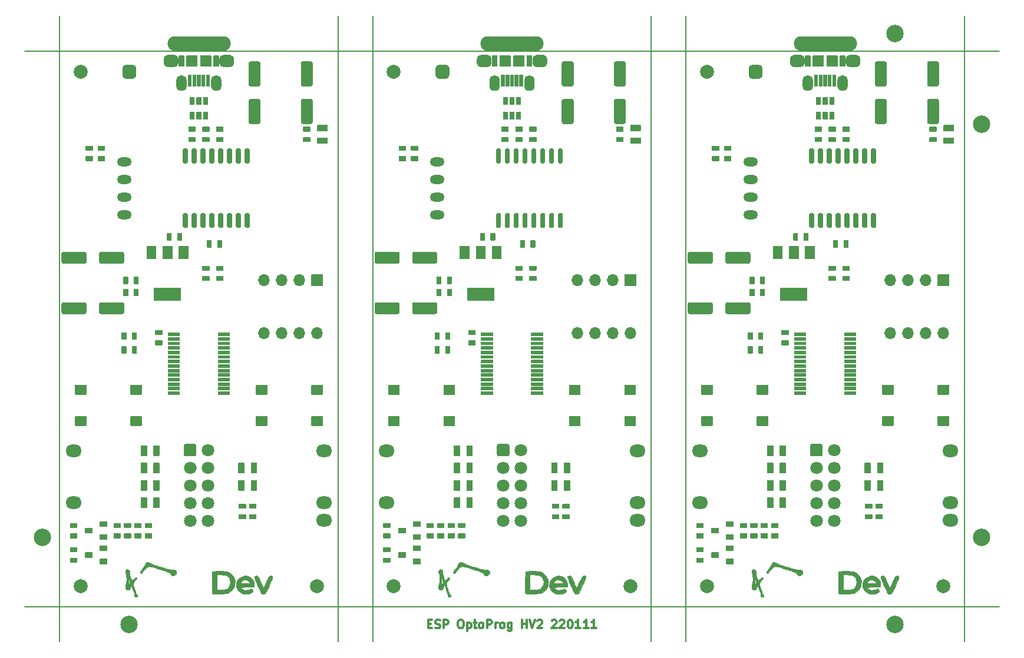
<source format=gts>
%TF.GenerationSoftware,KiCad,Pcbnew,(5.1.10)-1*%
%TF.CreationDate,2022-01-11T14:12:10+01:00*%
%TF.ProjectId,EspOptoProg Panel,4573704f-7074-46f5-9072-6f672050616e,rev?*%
%TF.SameCoordinates,PXffb3b4c0PY4c4b40*%
%TF.FileFunction,Soldermask,Top*%
%TF.FilePolarity,Negative*%
%FSLAX46Y46*%
G04 Gerber Fmt 4.6, Leading zero omitted, Abs format (unit mm)*
G04 Created by KiCad (PCBNEW (5.1.10)-1) date 2022-01-11 14:12:10*
%MOMM*%
%LPD*%
G01*
G04 APERTURE LIST*
%ADD10C,0.300000*%
%ADD11C,0.150000*%
%ADD12C,0.010000*%
%ADD13C,2.500000*%
%ADD14O,2.100000X1.300000*%
%ADD15C,2.000000*%
%ADD16O,1.700000X1.700000*%
%ADD17C,1.800000*%
%ADD18O,2.300000X1.800000*%
%ADD19O,9.100000X2.100000*%
%ADD20O,1.000000X1.650000*%
%ADD21O,1.400000X1.100000*%
G04 APERTURE END LIST*
D10*
X57942857Y2585715D02*
X58342857Y2585715D01*
X58514285Y1957143D02*
X57942857Y1957143D01*
X57942857Y3157143D01*
X58514285Y3157143D01*
X58971428Y2014286D02*
X59142857Y1957143D01*
X59428571Y1957143D01*
X59542857Y2014286D01*
X59600000Y2071429D01*
X59657142Y2185715D01*
X59657142Y2300000D01*
X59600000Y2414286D01*
X59542857Y2471429D01*
X59428571Y2528572D01*
X59200000Y2585715D01*
X59085714Y2642858D01*
X59028571Y2700000D01*
X58971428Y2814286D01*
X58971428Y2928572D01*
X59028571Y3042858D01*
X59085714Y3100000D01*
X59200000Y3157143D01*
X59485714Y3157143D01*
X59657142Y3100000D01*
X60171428Y1957143D02*
X60171428Y3157143D01*
X60628571Y3157143D01*
X60742857Y3100000D01*
X60800000Y3042858D01*
X60857142Y2928572D01*
X60857142Y2757143D01*
X60800000Y2642858D01*
X60742857Y2585715D01*
X60628571Y2528572D01*
X60171428Y2528572D01*
X62514285Y3157143D02*
X62742857Y3157143D01*
X62857142Y3100000D01*
X62971428Y2985715D01*
X63028571Y2757143D01*
X63028571Y2357143D01*
X62971428Y2128572D01*
X62857142Y2014286D01*
X62742857Y1957143D01*
X62514285Y1957143D01*
X62400000Y2014286D01*
X62285714Y2128572D01*
X62228571Y2357143D01*
X62228571Y2757143D01*
X62285714Y2985715D01*
X62400000Y3100000D01*
X62514285Y3157143D01*
X63542857Y2757143D02*
X63542857Y1557143D01*
X63542857Y2700000D02*
X63657142Y2757143D01*
X63885714Y2757143D01*
X64000000Y2700000D01*
X64057142Y2642858D01*
X64114285Y2528572D01*
X64114285Y2185715D01*
X64057142Y2071429D01*
X64000000Y2014286D01*
X63885714Y1957143D01*
X63657142Y1957143D01*
X63542857Y2014286D01*
X64457142Y2757143D02*
X64914285Y2757143D01*
X64628571Y3157143D02*
X64628571Y2128572D01*
X64685714Y2014286D01*
X64800000Y1957143D01*
X64914285Y1957143D01*
X65485714Y1957143D02*
X65371428Y2014286D01*
X65314285Y2071429D01*
X65257142Y2185715D01*
X65257142Y2528572D01*
X65314285Y2642858D01*
X65371428Y2700000D01*
X65485714Y2757143D01*
X65657142Y2757143D01*
X65771428Y2700000D01*
X65828571Y2642858D01*
X65885714Y2528572D01*
X65885714Y2185715D01*
X65828571Y2071429D01*
X65771428Y2014286D01*
X65657142Y1957143D01*
X65485714Y1957143D01*
X66400000Y1957143D02*
X66400000Y3157143D01*
X66857142Y3157143D01*
X66971428Y3100000D01*
X67028571Y3042858D01*
X67085714Y2928572D01*
X67085714Y2757143D01*
X67028571Y2642858D01*
X66971428Y2585715D01*
X66857142Y2528572D01*
X66400000Y2528572D01*
X67600000Y1957143D02*
X67600000Y2757143D01*
X67600000Y2528572D02*
X67657142Y2642858D01*
X67714285Y2700000D01*
X67828571Y2757143D01*
X67942857Y2757143D01*
X68514285Y1957143D02*
X68400000Y2014286D01*
X68342857Y2071429D01*
X68285714Y2185715D01*
X68285714Y2528572D01*
X68342857Y2642858D01*
X68400000Y2700000D01*
X68514285Y2757143D01*
X68685714Y2757143D01*
X68800000Y2700000D01*
X68857142Y2642858D01*
X68914285Y2528572D01*
X68914285Y2185715D01*
X68857142Y2071429D01*
X68800000Y2014286D01*
X68685714Y1957143D01*
X68514285Y1957143D01*
X69942857Y2757143D02*
X69942857Y1785715D01*
X69885714Y1671429D01*
X69828571Y1614286D01*
X69714285Y1557143D01*
X69542857Y1557143D01*
X69428571Y1614286D01*
X69942857Y2014286D02*
X69828571Y1957143D01*
X69600000Y1957143D01*
X69485714Y2014286D01*
X69428571Y2071429D01*
X69371428Y2185715D01*
X69371428Y2528572D01*
X69428571Y2642858D01*
X69485714Y2700000D01*
X69600000Y2757143D01*
X69828571Y2757143D01*
X69942857Y2700000D01*
X71428571Y1957143D02*
X71428571Y3157143D01*
X71428571Y2585715D02*
X72114285Y2585715D01*
X72114285Y1957143D02*
X72114285Y3157143D01*
X72514285Y3157143D02*
X72914285Y1957143D01*
X73314285Y3157143D01*
X73657142Y3042858D02*
X73714285Y3100000D01*
X73828571Y3157143D01*
X74114285Y3157143D01*
X74228571Y3100000D01*
X74285714Y3042858D01*
X74342857Y2928572D01*
X74342857Y2814286D01*
X74285714Y2642858D01*
X73600000Y1957143D01*
X74342857Y1957143D01*
X75714285Y3042858D02*
X75771428Y3100000D01*
X75885714Y3157143D01*
X76171428Y3157143D01*
X76285714Y3100000D01*
X76342857Y3042858D01*
X76400000Y2928572D01*
X76400000Y2814286D01*
X76342857Y2642858D01*
X75657142Y1957143D01*
X76400000Y1957143D01*
X76857142Y3042858D02*
X76914285Y3100000D01*
X77028571Y3157143D01*
X77314285Y3157143D01*
X77428571Y3100000D01*
X77485714Y3042858D01*
X77542857Y2928572D01*
X77542857Y2814286D01*
X77485714Y2642858D01*
X76800000Y1957143D01*
X77542857Y1957143D01*
X78285714Y3157143D02*
X78400000Y3157143D01*
X78514285Y3100000D01*
X78571428Y3042858D01*
X78628571Y2928572D01*
X78685714Y2700000D01*
X78685714Y2414286D01*
X78628571Y2185715D01*
X78571428Y2071429D01*
X78514285Y2014286D01*
X78400000Y1957143D01*
X78285714Y1957143D01*
X78171428Y2014286D01*
X78114285Y2071429D01*
X78057142Y2185715D01*
X78000000Y2414286D01*
X78000000Y2700000D01*
X78057142Y2928572D01*
X78114285Y3042858D01*
X78171428Y3100000D01*
X78285714Y3157143D01*
X79828571Y1957143D02*
X79142857Y1957143D01*
X79485714Y1957143D02*
X79485714Y3157143D01*
X79371428Y2985715D01*
X79257142Y2871429D01*
X79142857Y2814286D01*
X80971428Y1957143D02*
X80285714Y1957143D01*
X80628571Y1957143D02*
X80628571Y3157143D01*
X80514285Y2985715D01*
X80400000Y2871429D01*
X80285714Y2814286D01*
X82114285Y1957143D02*
X81428571Y1957143D01*
X81771428Y1957143D02*
X81771428Y3157143D01*
X81657142Y2985715D01*
X81542857Y2871429D01*
X81428571Y2814286D01*
D11*
X0Y85000000D02*
X140000000Y85000000D01*
X135000000Y0D02*
X135000000Y90000000D01*
X90000000Y0D02*
X90000000Y90000000D01*
X95000000Y0D02*
X95000000Y90000000D01*
X50000000Y0D02*
X50000000Y90000000D01*
X45000000Y0D02*
X45000000Y90000000D01*
X5000000Y0D02*
X5000000Y90000000D01*
X0Y5000000D02*
X140000000Y5000000D01*
D12*
%TO.C,LOGO2*%
G36*
X14884726Y10386968D02*
G01*
X15019996Y10230836D01*
X15031200Y10005809D01*
X15031483Y9854925D01*
X15070920Y9618393D01*
X15135889Y9346960D01*
X15212768Y9091372D01*
X15287936Y8902374D01*
X15346646Y8830667D01*
X15437178Y8886452D01*
X15583335Y9022724D01*
X15602000Y9042333D01*
X15785613Y9196198D01*
X15937152Y9252208D01*
X16019592Y9200128D01*
X16025333Y9159344D01*
X15973308Y9043580D01*
X15841713Y8859854D01*
X15764025Y8767074D01*
X15601894Y8558491D01*
X15541414Y8387126D01*
X15557297Y8178122D01*
X15560036Y8163230D01*
X15634118Y7885344D01*
X15746900Y7575725D01*
X15779011Y7501812D01*
X15877114Y7261209D01*
X15934500Y7072015D01*
X15940667Y7025346D01*
X16000594Y6872749D01*
X16067667Y6798667D01*
X16184394Y6641329D01*
X16158778Y6514439D01*
X16000187Y6460072D01*
X15992263Y6460000D01*
X15842275Y6495416D01*
X15764914Y6632834D01*
X15743407Y6735167D01*
X15688943Y6976736D01*
X15603089Y7273146D01*
X15500917Y7581663D01*
X15397496Y7859553D01*
X15307897Y8064083D01*
X15247191Y8152520D01*
X15243278Y8153333D01*
X15197162Y8079922D01*
X15178666Y7909700D01*
X15117023Y7648823D01*
X14938272Y7508707D01*
X14696953Y7491049D01*
X14529001Y7537328D01*
X14453362Y7660788D01*
X14431666Y7804266D01*
X14437832Y8025458D01*
X14489851Y8175175D01*
X14495166Y8181033D01*
X14537683Y8300620D01*
X14567003Y8531978D01*
X14583106Y8831328D01*
X14583287Y8851833D01*
X14848095Y8851833D01*
X14860741Y8547240D01*
X14903998Y8362521D01*
X14969348Y8313029D01*
X15048273Y8414114D01*
X15066591Y8458030D01*
X15071787Y8614419D01*
X15025831Y8856978D01*
X14987363Y8987197D01*
X14856190Y9381000D01*
X14848095Y8851833D01*
X14583287Y8851833D01*
X14585971Y9154891D01*
X14575577Y9458886D01*
X14551902Y9699533D01*
X14514925Y9833054D01*
X14495969Y9846667D01*
X14441109Y9920313D01*
X14430853Y10103035D01*
X14432469Y10121833D01*
X14480580Y10324245D01*
X14598296Y10412325D01*
X14665923Y10426208D01*
X14884726Y10386968D01*
G37*
X14884726Y10386968D02*
X15019996Y10230836D01*
X15031200Y10005809D01*
X15031483Y9854925D01*
X15070920Y9618393D01*
X15135889Y9346960D01*
X15212768Y9091372D01*
X15287936Y8902374D01*
X15346646Y8830667D01*
X15437178Y8886452D01*
X15583335Y9022724D01*
X15602000Y9042333D01*
X15785613Y9196198D01*
X15937152Y9252208D01*
X16019592Y9200128D01*
X16025333Y9159344D01*
X15973308Y9043580D01*
X15841713Y8859854D01*
X15764025Y8767074D01*
X15601894Y8558491D01*
X15541414Y8387126D01*
X15557297Y8178122D01*
X15560036Y8163230D01*
X15634118Y7885344D01*
X15746900Y7575725D01*
X15779011Y7501812D01*
X15877114Y7261209D01*
X15934500Y7072015D01*
X15940667Y7025346D01*
X16000594Y6872749D01*
X16067667Y6798667D01*
X16184394Y6641329D01*
X16158778Y6514439D01*
X16000187Y6460072D01*
X15992263Y6460000D01*
X15842275Y6495416D01*
X15764914Y6632834D01*
X15743407Y6735167D01*
X15688943Y6976736D01*
X15603089Y7273146D01*
X15500917Y7581663D01*
X15397496Y7859553D01*
X15307897Y8064083D01*
X15247191Y8152520D01*
X15243278Y8153333D01*
X15197162Y8079922D01*
X15178666Y7909700D01*
X15117023Y7648823D01*
X14938272Y7508707D01*
X14696953Y7491049D01*
X14529001Y7537328D01*
X14453362Y7660788D01*
X14431666Y7804266D01*
X14437832Y8025458D01*
X14489851Y8175175D01*
X14495166Y8181033D01*
X14537683Y8300620D01*
X14567003Y8531978D01*
X14583106Y8831328D01*
X14583287Y8851833D01*
X14848095Y8851833D01*
X14860741Y8547240D01*
X14903998Y8362521D01*
X14969348Y8313029D01*
X15048273Y8414114D01*
X15066591Y8458030D01*
X15071787Y8614419D01*
X15025831Y8856978D01*
X14987363Y8987197D01*
X14856190Y9381000D01*
X14848095Y8851833D01*
X14583287Y8851833D01*
X14585971Y9154891D01*
X14575577Y9458886D01*
X14551902Y9699533D01*
X14514925Y9833054D01*
X14495969Y9846667D01*
X14441109Y9920313D01*
X14430853Y10103035D01*
X14432469Y10121833D01*
X14480580Y10324245D01*
X14598296Y10412325D01*
X14665923Y10426208D01*
X14884726Y10386968D01*
G36*
X28712172Y10150980D02*
G01*
X29029945Y10114747D01*
X29128680Y10093373D01*
X29524235Y9898431D01*
X29846611Y9562290D01*
X30079604Y9103213D01*
X30120856Y8975278D01*
X30193251Y8687486D01*
X30206006Y8467541D01*
X30159377Y8224905D01*
X30123323Y8098412D01*
X29896436Y7615681D01*
X29534557Y7234413D01*
X29277426Y7068785D01*
X29083312Y7004883D01*
X28784585Y6953005D01*
X28419049Y6914511D01*
X28024509Y6890762D01*
X27638769Y6883119D01*
X27299632Y6892943D01*
X27044904Y6921596D01*
X26912388Y6970437D01*
X26903648Y6983326D01*
X26890375Y7102705D01*
X26881256Y7361823D01*
X26880058Y7458624D01*
X27540000Y7458624D01*
X28266613Y7488479D01*
X28623060Y7506665D01*
X28855658Y7535017D01*
X29009843Y7587660D01*
X29131052Y7678718D01*
X29235740Y7789756D01*
X29470871Y8164924D01*
X29540917Y8577121D01*
X29471279Y8949580D01*
X29331919Y9245839D01*
X29127621Y9449323D01*
X28828346Y9577093D01*
X28404054Y9646208D01*
X28221006Y9659668D01*
X27540000Y9699090D01*
X27540000Y7458624D01*
X26880058Y7458624D01*
X26876685Y7731130D01*
X26877055Y8181072D01*
X26881805Y8621847D01*
X26905000Y10143000D01*
X27836333Y10168207D01*
X28297745Y10169759D01*
X28712172Y10150980D01*
G37*
X28712172Y10150980D02*
X29029945Y10114747D01*
X29128680Y10093373D01*
X29524235Y9898431D01*
X29846611Y9562290D01*
X30079604Y9103213D01*
X30120856Y8975278D01*
X30193251Y8687486D01*
X30206006Y8467541D01*
X30159377Y8224905D01*
X30123323Y8098412D01*
X29896436Y7615681D01*
X29534557Y7234413D01*
X29277426Y7068785D01*
X29083312Y7004883D01*
X28784585Y6953005D01*
X28419049Y6914511D01*
X28024509Y6890762D01*
X27638769Y6883119D01*
X27299632Y6892943D01*
X27044904Y6921596D01*
X26912388Y6970437D01*
X26903648Y6983326D01*
X26890375Y7102705D01*
X26881256Y7361823D01*
X26880058Y7458624D01*
X27540000Y7458624D01*
X28266613Y7488479D01*
X28623060Y7506665D01*
X28855658Y7535017D01*
X29009843Y7587660D01*
X29131052Y7678718D01*
X29235740Y7789756D01*
X29470871Y8164924D01*
X29540917Y8577121D01*
X29471279Y8949580D01*
X29331919Y9245839D01*
X29127621Y9449323D01*
X28828346Y9577093D01*
X28404054Y9646208D01*
X28221006Y9659668D01*
X27540000Y9699090D01*
X27540000Y7458624D01*
X26880058Y7458624D01*
X26876685Y7731130D01*
X26877055Y8181072D01*
X26881805Y8621847D01*
X26905000Y10143000D01*
X27836333Y10168207D01*
X28297745Y10169759D01*
X28712172Y10150980D01*
G36*
X32093175Y9430104D02*
G01*
X32443350Y9227652D01*
X32723264Y8933933D01*
X32899194Y8583630D01*
X32939973Y8238000D01*
X32916333Y7941667D01*
X31961864Y7899333D01*
X31550114Y7880123D01*
X31282324Y7861619D01*
X31133283Y7837026D01*
X31077783Y7799551D01*
X31090616Y7742402D01*
X31134293Y7676311D01*
X31354208Y7501452D01*
X31668678Y7432467D01*
X32035683Y7475120D01*
X32201026Y7529956D01*
X32424483Y7613153D01*
X32548708Y7628069D01*
X32630140Y7573059D01*
X32674387Y7516167D01*
X32770214Y7353173D01*
X32752597Y7233607D01*
X32604722Y7108724D01*
X32514167Y7051739D01*
X32181648Y6927400D01*
X31770193Y6883725D01*
X31350259Y6921658D01*
X31012609Y7031632D01*
X30688552Y7281916D01*
X30469691Y7630153D01*
X30365640Y8034518D01*
X30386014Y8453184D01*
X30386822Y8455233D01*
X31011333Y8455233D01*
X31089362Y8433138D01*
X31296937Y8416435D01*
X31594291Y8407892D01*
X31698993Y8407333D01*
X32386654Y8407333D01*
X32261852Y8597833D01*
X32019296Y8845492D01*
X31726361Y8954252D01*
X31425105Y8911373D01*
X31200814Y8769214D01*
X31047856Y8582169D01*
X31011333Y8455233D01*
X30386822Y8455233D01*
X30540427Y8844329D01*
X30581662Y8906433D01*
X30856646Y9180587D01*
X31216684Y9390614D01*
X31592052Y9499310D01*
X31706460Y9506607D01*
X32093175Y9430104D01*
G37*
X32093175Y9430104D02*
X32443350Y9227652D01*
X32723264Y8933933D01*
X32899194Y8583630D01*
X32939973Y8238000D01*
X32916333Y7941667D01*
X31961864Y7899333D01*
X31550114Y7880123D01*
X31282324Y7861619D01*
X31133283Y7837026D01*
X31077783Y7799551D01*
X31090616Y7742402D01*
X31134293Y7676311D01*
X31354208Y7501452D01*
X31668678Y7432467D01*
X32035683Y7475120D01*
X32201026Y7529956D01*
X32424483Y7613153D01*
X32548708Y7628069D01*
X32630140Y7573059D01*
X32674387Y7516167D01*
X32770214Y7353173D01*
X32752597Y7233607D01*
X32604722Y7108724D01*
X32514167Y7051739D01*
X32181648Y6927400D01*
X31770193Y6883725D01*
X31350259Y6921658D01*
X31012609Y7031632D01*
X30688552Y7281916D01*
X30469691Y7630153D01*
X30365640Y8034518D01*
X30386014Y8453184D01*
X30386822Y8455233D01*
X31011333Y8455233D01*
X31089362Y8433138D01*
X31296937Y8416435D01*
X31594291Y8407892D01*
X31698993Y8407333D01*
X32386654Y8407333D01*
X32261852Y8597833D01*
X32019296Y8845492D01*
X31726361Y8954252D01*
X31425105Y8911373D01*
X31200814Y8769214D01*
X31047856Y8582169D01*
X31011333Y8455233D01*
X30386822Y8455233D01*
X30540427Y8844329D01*
X30581662Y8906433D01*
X30856646Y9180587D01*
X31216684Y9390614D01*
X31592052Y9499310D01*
X31706460Y9506607D01*
X32093175Y9430104D01*
G36*
X33439033Y9443852D02*
G01*
X33588263Y9231183D01*
X33645400Y9105833D01*
X33783732Y8785850D01*
X33928956Y8462755D01*
X33974428Y8365000D01*
X34091962Y8106329D01*
X34187434Y7880104D01*
X34205266Y7833738D01*
X34245745Y7762293D01*
X34297552Y7775452D01*
X34374862Y7892789D01*
X34491848Y8133878D01*
X34603753Y8384071D01*
X34802267Y8826818D01*
X34952539Y9136245D01*
X35070569Y9335704D01*
X35172353Y9448551D01*
X35273888Y9498140D01*
X35373618Y9508000D01*
X35492814Y9490602D01*
X35557779Y9425727D01*
X35564715Y9294354D01*
X35509818Y9077462D01*
X35389287Y8756030D01*
X35199322Y8311038D01*
X35081403Y8045834D01*
X34884349Y7609035D01*
X34739345Y7303003D01*
X34629799Y7103708D01*
X34539118Y6987121D01*
X34450710Y6929212D01*
X34347983Y6905951D01*
X34290337Y6900180D01*
X34143780Y6894364D01*
X34039088Y6928332D01*
X33947192Y7032353D01*
X33839026Y7236696D01*
X33721197Y7492847D01*
X33448207Y8101077D01*
X33242969Y8573157D01*
X33099635Y8925438D01*
X33012358Y9174273D01*
X32975289Y9336012D01*
X32982581Y9427009D01*
X33017610Y9460325D01*
X33259875Y9513988D01*
X33439033Y9443852D01*
G37*
X33439033Y9443852D02*
X33588263Y9231183D01*
X33645400Y9105833D01*
X33783732Y8785850D01*
X33928956Y8462755D01*
X33974428Y8365000D01*
X34091962Y8106329D01*
X34187434Y7880104D01*
X34205266Y7833738D01*
X34245745Y7762293D01*
X34297552Y7775452D01*
X34374862Y7892789D01*
X34491848Y8133878D01*
X34603753Y8384071D01*
X34802267Y8826818D01*
X34952539Y9136245D01*
X35070569Y9335704D01*
X35172353Y9448551D01*
X35273888Y9498140D01*
X35373618Y9508000D01*
X35492814Y9490602D01*
X35557779Y9425727D01*
X35564715Y9294354D01*
X35509818Y9077462D01*
X35389287Y8756030D01*
X35199322Y8311038D01*
X35081403Y8045834D01*
X34884349Y7609035D01*
X34739345Y7303003D01*
X34629799Y7103708D01*
X34539118Y6987121D01*
X34450710Y6929212D01*
X34347983Y6905951D01*
X34290337Y6900180D01*
X34143780Y6894364D01*
X34039088Y6928332D01*
X33947192Y7032353D01*
X33839026Y7236696D01*
X33721197Y7492847D01*
X33448207Y8101077D01*
X33242969Y8573157D01*
X33099635Y8925438D01*
X33012358Y9174273D01*
X32975289Y9336012D01*
X32982581Y9427009D01*
X33017610Y9460325D01*
X33259875Y9513988D01*
X33439033Y9443852D01*
G36*
X17848121Y11399510D02*
G01*
X18032471Y11296958D01*
X18230412Y11190430D01*
X18530816Y11067645D01*
X18871916Y10953604D01*
X18904000Y10944189D01*
X19329899Y10817600D01*
X19802023Y10672381D01*
X20162144Y10557987D01*
X20602198Y10436436D01*
X20939082Y10395762D01*
X21116805Y10408655D01*
X21425523Y10401957D01*
X21648656Y10292437D01*
X21765084Y10111202D01*
X21753685Y9889362D01*
X21613333Y9677333D01*
X21417381Y9533462D01*
X21227280Y9535096D01*
X21039505Y9639801D01*
X20899138Y9773966D01*
X20851333Y9878360D01*
X20776575Y9954621D01*
X20579843Y10054946D01*
X20302451Y10158559D01*
X20279833Y10165792D01*
X19599921Y10379884D01*
X19062306Y10546889D01*
X18648271Y10672141D01*
X18339101Y10760976D01*
X18116077Y10818729D01*
X17960482Y10850734D01*
X17853600Y10862326D01*
X17834906Y10862667D01*
X17631855Y10793146D01*
X17379622Y10603472D01*
X17110427Y10321972D01*
X16896039Y10037167D01*
X16745690Y9873780D01*
X16626916Y9873548D01*
X16565295Y9970164D01*
X16593028Y10100038D01*
X16721232Y10311569D01*
X16885452Y10519320D01*
X17084142Y10776886D01*
X17233740Y11021629D01*
X17295735Y11178989D01*
X17399266Y11369748D01*
X17595542Y11445200D01*
X17848121Y11399510D01*
G37*
X17848121Y11399510D02*
X18032471Y11296958D01*
X18230412Y11190430D01*
X18530816Y11067645D01*
X18871916Y10953604D01*
X18904000Y10944189D01*
X19329899Y10817600D01*
X19802023Y10672381D01*
X20162144Y10557987D01*
X20602198Y10436436D01*
X20939082Y10395762D01*
X21116805Y10408655D01*
X21425523Y10401957D01*
X21648656Y10292437D01*
X21765084Y10111202D01*
X21753685Y9889362D01*
X21613333Y9677333D01*
X21417381Y9533462D01*
X21227280Y9535096D01*
X21039505Y9639801D01*
X20899138Y9773966D01*
X20851333Y9878360D01*
X20776575Y9954621D01*
X20579843Y10054946D01*
X20302451Y10158559D01*
X20279833Y10165792D01*
X19599921Y10379884D01*
X19062306Y10546889D01*
X18648271Y10672141D01*
X18339101Y10760976D01*
X18116077Y10818729D01*
X17960482Y10850734D01*
X17853600Y10862326D01*
X17834906Y10862667D01*
X17631855Y10793146D01*
X17379622Y10603472D01*
X17110427Y10321972D01*
X16896039Y10037167D01*
X16745690Y9873780D01*
X16626916Y9873548D01*
X16565295Y9970164D01*
X16593028Y10100038D01*
X16721232Y10311569D01*
X16885452Y10519320D01*
X17084142Y10776886D01*
X17233740Y11021629D01*
X17295735Y11178989D01*
X17399266Y11369748D01*
X17595542Y11445200D01*
X17848121Y11399510D01*
G36*
X59884726Y10386968D02*
G01*
X60019996Y10230836D01*
X60031200Y10005809D01*
X60031483Y9854925D01*
X60070920Y9618393D01*
X60135889Y9346960D01*
X60212768Y9091372D01*
X60287936Y8902374D01*
X60346646Y8830667D01*
X60437178Y8886452D01*
X60583335Y9022724D01*
X60602000Y9042333D01*
X60785613Y9196198D01*
X60937152Y9252208D01*
X61019592Y9200128D01*
X61025333Y9159344D01*
X60973308Y9043580D01*
X60841713Y8859854D01*
X60764025Y8767074D01*
X60601894Y8558491D01*
X60541414Y8387126D01*
X60557297Y8178122D01*
X60560036Y8163230D01*
X60634118Y7885344D01*
X60746900Y7575725D01*
X60779011Y7501812D01*
X60877114Y7261209D01*
X60934500Y7072015D01*
X60940667Y7025346D01*
X61000594Y6872749D01*
X61067667Y6798667D01*
X61184394Y6641329D01*
X61158778Y6514439D01*
X61000187Y6460072D01*
X60992263Y6460000D01*
X60842275Y6495416D01*
X60764914Y6632834D01*
X60743407Y6735167D01*
X60688943Y6976736D01*
X60603089Y7273146D01*
X60500917Y7581663D01*
X60397496Y7859553D01*
X60307897Y8064083D01*
X60247191Y8152520D01*
X60243278Y8153333D01*
X60197162Y8079922D01*
X60178666Y7909700D01*
X60117023Y7648823D01*
X59938272Y7508707D01*
X59696953Y7491049D01*
X59529001Y7537328D01*
X59453362Y7660788D01*
X59431666Y7804266D01*
X59437832Y8025458D01*
X59489851Y8175175D01*
X59495166Y8181033D01*
X59537683Y8300620D01*
X59567003Y8531978D01*
X59583106Y8831328D01*
X59583287Y8851833D01*
X59848095Y8851833D01*
X59860741Y8547240D01*
X59903998Y8362521D01*
X59969348Y8313029D01*
X60048273Y8414114D01*
X60066591Y8458030D01*
X60071787Y8614419D01*
X60025831Y8856978D01*
X59987363Y8987197D01*
X59856190Y9381000D01*
X59848095Y8851833D01*
X59583287Y8851833D01*
X59585971Y9154891D01*
X59575577Y9458886D01*
X59551902Y9699533D01*
X59514925Y9833054D01*
X59495969Y9846667D01*
X59441109Y9920313D01*
X59430853Y10103035D01*
X59432469Y10121833D01*
X59480580Y10324245D01*
X59598296Y10412325D01*
X59665923Y10426208D01*
X59884726Y10386968D01*
G37*
X59884726Y10386968D02*
X60019996Y10230836D01*
X60031200Y10005809D01*
X60031483Y9854925D01*
X60070920Y9618393D01*
X60135889Y9346960D01*
X60212768Y9091372D01*
X60287936Y8902374D01*
X60346646Y8830667D01*
X60437178Y8886452D01*
X60583335Y9022724D01*
X60602000Y9042333D01*
X60785613Y9196198D01*
X60937152Y9252208D01*
X61019592Y9200128D01*
X61025333Y9159344D01*
X60973308Y9043580D01*
X60841713Y8859854D01*
X60764025Y8767074D01*
X60601894Y8558491D01*
X60541414Y8387126D01*
X60557297Y8178122D01*
X60560036Y8163230D01*
X60634118Y7885344D01*
X60746900Y7575725D01*
X60779011Y7501812D01*
X60877114Y7261209D01*
X60934500Y7072015D01*
X60940667Y7025346D01*
X61000594Y6872749D01*
X61067667Y6798667D01*
X61184394Y6641329D01*
X61158778Y6514439D01*
X61000187Y6460072D01*
X60992263Y6460000D01*
X60842275Y6495416D01*
X60764914Y6632834D01*
X60743407Y6735167D01*
X60688943Y6976736D01*
X60603089Y7273146D01*
X60500917Y7581663D01*
X60397496Y7859553D01*
X60307897Y8064083D01*
X60247191Y8152520D01*
X60243278Y8153333D01*
X60197162Y8079922D01*
X60178666Y7909700D01*
X60117023Y7648823D01*
X59938272Y7508707D01*
X59696953Y7491049D01*
X59529001Y7537328D01*
X59453362Y7660788D01*
X59431666Y7804266D01*
X59437832Y8025458D01*
X59489851Y8175175D01*
X59495166Y8181033D01*
X59537683Y8300620D01*
X59567003Y8531978D01*
X59583106Y8831328D01*
X59583287Y8851833D01*
X59848095Y8851833D01*
X59860741Y8547240D01*
X59903998Y8362521D01*
X59969348Y8313029D01*
X60048273Y8414114D01*
X60066591Y8458030D01*
X60071787Y8614419D01*
X60025831Y8856978D01*
X59987363Y8987197D01*
X59856190Y9381000D01*
X59848095Y8851833D01*
X59583287Y8851833D01*
X59585971Y9154891D01*
X59575577Y9458886D01*
X59551902Y9699533D01*
X59514925Y9833054D01*
X59495969Y9846667D01*
X59441109Y9920313D01*
X59430853Y10103035D01*
X59432469Y10121833D01*
X59480580Y10324245D01*
X59598296Y10412325D01*
X59665923Y10426208D01*
X59884726Y10386968D01*
G36*
X73712172Y10150980D02*
G01*
X74029945Y10114747D01*
X74128680Y10093373D01*
X74524235Y9898431D01*
X74846611Y9562290D01*
X75079604Y9103213D01*
X75120856Y8975278D01*
X75193251Y8687486D01*
X75206006Y8467541D01*
X75159377Y8224905D01*
X75123323Y8098412D01*
X74896436Y7615681D01*
X74534557Y7234413D01*
X74277426Y7068785D01*
X74083312Y7004883D01*
X73784585Y6953005D01*
X73419049Y6914511D01*
X73024509Y6890762D01*
X72638769Y6883119D01*
X72299632Y6892943D01*
X72044904Y6921596D01*
X71912388Y6970437D01*
X71903648Y6983326D01*
X71890375Y7102705D01*
X71881256Y7361823D01*
X71880058Y7458624D01*
X72540000Y7458624D01*
X73266613Y7488479D01*
X73623060Y7506665D01*
X73855658Y7535017D01*
X74009843Y7587660D01*
X74131052Y7678718D01*
X74235740Y7789756D01*
X74470871Y8164924D01*
X74540917Y8577121D01*
X74471279Y8949580D01*
X74331919Y9245839D01*
X74127621Y9449323D01*
X73828346Y9577093D01*
X73404054Y9646208D01*
X73221006Y9659668D01*
X72540000Y9699090D01*
X72540000Y7458624D01*
X71880058Y7458624D01*
X71876685Y7731130D01*
X71877055Y8181072D01*
X71881805Y8621847D01*
X71905000Y10143000D01*
X72836333Y10168207D01*
X73297745Y10169759D01*
X73712172Y10150980D01*
G37*
X73712172Y10150980D02*
X74029945Y10114747D01*
X74128680Y10093373D01*
X74524235Y9898431D01*
X74846611Y9562290D01*
X75079604Y9103213D01*
X75120856Y8975278D01*
X75193251Y8687486D01*
X75206006Y8467541D01*
X75159377Y8224905D01*
X75123323Y8098412D01*
X74896436Y7615681D01*
X74534557Y7234413D01*
X74277426Y7068785D01*
X74083312Y7004883D01*
X73784585Y6953005D01*
X73419049Y6914511D01*
X73024509Y6890762D01*
X72638769Y6883119D01*
X72299632Y6892943D01*
X72044904Y6921596D01*
X71912388Y6970437D01*
X71903648Y6983326D01*
X71890375Y7102705D01*
X71881256Y7361823D01*
X71880058Y7458624D01*
X72540000Y7458624D01*
X73266613Y7488479D01*
X73623060Y7506665D01*
X73855658Y7535017D01*
X74009843Y7587660D01*
X74131052Y7678718D01*
X74235740Y7789756D01*
X74470871Y8164924D01*
X74540917Y8577121D01*
X74471279Y8949580D01*
X74331919Y9245839D01*
X74127621Y9449323D01*
X73828346Y9577093D01*
X73404054Y9646208D01*
X73221006Y9659668D01*
X72540000Y9699090D01*
X72540000Y7458624D01*
X71880058Y7458624D01*
X71876685Y7731130D01*
X71877055Y8181072D01*
X71881805Y8621847D01*
X71905000Y10143000D01*
X72836333Y10168207D01*
X73297745Y10169759D01*
X73712172Y10150980D01*
G36*
X77093175Y9430104D02*
G01*
X77443350Y9227652D01*
X77723264Y8933933D01*
X77899194Y8583630D01*
X77939973Y8238000D01*
X77916333Y7941667D01*
X76961864Y7899333D01*
X76550114Y7880123D01*
X76282324Y7861619D01*
X76133283Y7837026D01*
X76077783Y7799551D01*
X76090616Y7742402D01*
X76134293Y7676311D01*
X76354208Y7501452D01*
X76668678Y7432467D01*
X77035683Y7475120D01*
X77201026Y7529956D01*
X77424483Y7613153D01*
X77548708Y7628069D01*
X77630140Y7573059D01*
X77674387Y7516167D01*
X77770214Y7353173D01*
X77752597Y7233607D01*
X77604722Y7108724D01*
X77514167Y7051739D01*
X77181648Y6927400D01*
X76770193Y6883725D01*
X76350259Y6921658D01*
X76012609Y7031632D01*
X75688552Y7281916D01*
X75469691Y7630153D01*
X75365640Y8034518D01*
X75386014Y8453184D01*
X75386822Y8455233D01*
X76011333Y8455233D01*
X76089362Y8433138D01*
X76296937Y8416435D01*
X76594291Y8407892D01*
X76698993Y8407333D01*
X77386654Y8407333D01*
X77261852Y8597833D01*
X77019296Y8845492D01*
X76726361Y8954252D01*
X76425105Y8911373D01*
X76200814Y8769214D01*
X76047856Y8582169D01*
X76011333Y8455233D01*
X75386822Y8455233D01*
X75540427Y8844329D01*
X75581662Y8906433D01*
X75856646Y9180587D01*
X76216684Y9390614D01*
X76592052Y9499310D01*
X76706460Y9506607D01*
X77093175Y9430104D01*
G37*
X77093175Y9430104D02*
X77443350Y9227652D01*
X77723264Y8933933D01*
X77899194Y8583630D01*
X77939973Y8238000D01*
X77916333Y7941667D01*
X76961864Y7899333D01*
X76550114Y7880123D01*
X76282324Y7861619D01*
X76133283Y7837026D01*
X76077783Y7799551D01*
X76090616Y7742402D01*
X76134293Y7676311D01*
X76354208Y7501452D01*
X76668678Y7432467D01*
X77035683Y7475120D01*
X77201026Y7529956D01*
X77424483Y7613153D01*
X77548708Y7628069D01*
X77630140Y7573059D01*
X77674387Y7516167D01*
X77770214Y7353173D01*
X77752597Y7233607D01*
X77604722Y7108724D01*
X77514167Y7051739D01*
X77181648Y6927400D01*
X76770193Y6883725D01*
X76350259Y6921658D01*
X76012609Y7031632D01*
X75688552Y7281916D01*
X75469691Y7630153D01*
X75365640Y8034518D01*
X75386014Y8453184D01*
X75386822Y8455233D01*
X76011333Y8455233D01*
X76089362Y8433138D01*
X76296937Y8416435D01*
X76594291Y8407892D01*
X76698993Y8407333D01*
X77386654Y8407333D01*
X77261852Y8597833D01*
X77019296Y8845492D01*
X76726361Y8954252D01*
X76425105Y8911373D01*
X76200814Y8769214D01*
X76047856Y8582169D01*
X76011333Y8455233D01*
X75386822Y8455233D01*
X75540427Y8844329D01*
X75581662Y8906433D01*
X75856646Y9180587D01*
X76216684Y9390614D01*
X76592052Y9499310D01*
X76706460Y9506607D01*
X77093175Y9430104D01*
G36*
X78439033Y9443852D02*
G01*
X78588263Y9231183D01*
X78645400Y9105833D01*
X78783732Y8785850D01*
X78928956Y8462755D01*
X78974428Y8365000D01*
X79091962Y8106329D01*
X79187434Y7880104D01*
X79205266Y7833738D01*
X79245745Y7762293D01*
X79297552Y7775452D01*
X79374862Y7892789D01*
X79491848Y8133878D01*
X79603753Y8384071D01*
X79802267Y8826818D01*
X79952539Y9136245D01*
X80070569Y9335704D01*
X80172353Y9448551D01*
X80273888Y9498140D01*
X80373618Y9508000D01*
X80492814Y9490602D01*
X80557779Y9425727D01*
X80564715Y9294354D01*
X80509818Y9077462D01*
X80389287Y8756030D01*
X80199322Y8311038D01*
X80081403Y8045834D01*
X79884349Y7609035D01*
X79739345Y7303003D01*
X79629799Y7103708D01*
X79539118Y6987121D01*
X79450710Y6929212D01*
X79347983Y6905951D01*
X79290337Y6900180D01*
X79143780Y6894364D01*
X79039088Y6928332D01*
X78947192Y7032353D01*
X78839026Y7236696D01*
X78721197Y7492847D01*
X78448207Y8101077D01*
X78242969Y8573157D01*
X78099635Y8925438D01*
X78012358Y9174273D01*
X77975289Y9336012D01*
X77982581Y9427009D01*
X78017610Y9460325D01*
X78259875Y9513988D01*
X78439033Y9443852D01*
G37*
X78439033Y9443852D02*
X78588263Y9231183D01*
X78645400Y9105833D01*
X78783732Y8785850D01*
X78928956Y8462755D01*
X78974428Y8365000D01*
X79091962Y8106329D01*
X79187434Y7880104D01*
X79205266Y7833738D01*
X79245745Y7762293D01*
X79297552Y7775452D01*
X79374862Y7892789D01*
X79491848Y8133878D01*
X79603753Y8384071D01*
X79802267Y8826818D01*
X79952539Y9136245D01*
X80070569Y9335704D01*
X80172353Y9448551D01*
X80273888Y9498140D01*
X80373618Y9508000D01*
X80492814Y9490602D01*
X80557779Y9425727D01*
X80564715Y9294354D01*
X80509818Y9077462D01*
X80389287Y8756030D01*
X80199322Y8311038D01*
X80081403Y8045834D01*
X79884349Y7609035D01*
X79739345Y7303003D01*
X79629799Y7103708D01*
X79539118Y6987121D01*
X79450710Y6929212D01*
X79347983Y6905951D01*
X79290337Y6900180D01*
X79143780Y6894364D01*
X79039088Y6928332D01*
X78947192Y7032353D01*
X78839026Y7236696D01*
X78721197Y7492847D01*
X78448207Y8101077D01*
X78242969Y8573157D01*
X78099635Y8925438D01*
X78012358Y9174273D01*
X77975289Y9336012D01*
X77982581Y9427009D01*
X78017610Y9460325D01*
X78259875Y9513988D01*
X78439033Y9443852D01*
G36*
X62848121Y11399510D02*
G01*
X63032471Y11296958D01*
X63230412Y11190430D01*
X63530816Y11067645D01*
X63871916Y10953604D01*
X63904000Y10944189D01*
X64329899Y10817600D01*
X64802023Y10672381D01*
X65162144Y10557987D01*
X65602198Y10436436D01*
X65939082Y10395762D01*
X66116805Y10408655D01*
X66425523Y10401957D01*
X66648656Y10292437D01*
X66765084Y10111202D01*
X66753685Y9889362D01*
X66613333Y9677333D01*
X66417381Y9533462D01*
X66227280Y9535096D01*
X66039505Y9639801D01*
X65899138Y9773966D01*
X65851333Y9878360D01*
X65776575Y9954621D01*
X65579843Y10054946D01*
X65302451Y10158559D01*
X65279833Y10165792D01*
X64599921Y10379884D01*
X64062306Y10546889D01*
X63648271Y10672141D01*
X63339101Y10760976D01*
X63116077Y10818729D01*
X62960482Y10850734D01*
X62853600Y10862326D01*
X62834906Y10862667D01*
X62631855Y10793146D01*
X62379622Y10603472D01*
X62110427Y10321972D01*
X61896039Y10037167D01*
X61745690Y9873780D01*
X61626916Y9873548D01*
X61565295Y9970164D01*
X61593028Y10100038D01*
X61721232Y10311569D01*
X61885452Y10519320D01*
X62084142Y10776886D01*
X62233740Y11021629D01*
X62295735Y11178989D01*
X62399266Y11369748D01*
X62595542Y11445200D01*
X62848121Y11399510D01*
G37*
X62848121Y11399510D02*
X63032471Y11296958D01*
X63230412Y11190430D01*
X63530816Y11067645D01*
X63871916Y10953604D01*
X63904000Y10944189D01*
X64329899Y10817600D01*
X64802023Y10672381D01*
X65162144Y10557987D01*
X65602198Y10436436D01*
X65939082Y10395762D01*
X66116805Y10408655D01*
X66425523Y10401957D01*
X66648656Y10292437D01*
X66765084Y10111202D01*
X66753685Y9889362D01*
X66613333Y9677333D01*
X66417381Y9533462D01*
X66227280Y9535096D01*
X66039505Y9639801D01*
X65899138Y9773966D01*
X65851333Y9878360D01*
X65776575Y9954621D01*
X65579843Y10054946D01*
X65302451Y10158559D01*
X65279833Y10165792D01*
X64599921Y10379884D01*
X64062306Y10546889D01*
X63648271Y10672141D01*
X63339101Y10760976D01*
X63116077Y10818729D01*
X62960482Y10850734D01*
X62853600Y10862326D01*
X62834906Y10862667D01*
X62631855Y10793146D01*
X62379622Y10603472D01*
X62110427Y10321972D01*
X61896039Y10037167D01*
X61745690Y9873780D01*
X61626916Y9873548D01*
X61565295Y9970164D01*
X61593028Y10100038D01*
X61721232Y10311569D01*
X61885452Y10519320D01*
X62084142Y10776886D01*
X62233740Y11021629D01*
X62295735Y11178989D01*
X62399266Y11369748D01*
X62595542Y11445200D01*
X62848121Y11399510D01*
G36*
X104884726Y10386968D02*
G01*
X105019996Y10230836D01*
X105031200Y10005809D01*
X105031483Y9854925D01*
X105070920Y9618393D01*
X105135889Y9346960D01*
X105212768Y9091372D01*
X105287936Y8902374D01*
X105346646Y8830667D01*
X105437178Y8886452D01*
X105583335Y9022724D01*
X105602000Y9042333D01*
X105785613Y9196198D01*
X105937152Y9252208D01*
X106019592Y9200128D01*
X106025333Y9159344D01*
X105973308Y9043580D01*
X105841713Y8859854D01*
X105764025Y8767074D01*
X105601894Y8558491D01*
X105541414Y8387126D01*
X105557297Y8178122D01*
X105560036Y8163230D01*
X105634118Y7885344D01*
X105746900Y7575725D01*
X105779011Y7501812D01*
X105877114Y7261209D01*
X105934500Y7072015D01*
X105940667Y7025346D01*
X106000594Y6872749D01*
X106067667Y6798667D01*
X106184394Y6641329D01*
X106158778Y6514439D01*
X106000187Y6460072D01*
X105992263Y6460000D01*
X105842275Y6495416D01*
X105764914Y6632834D01*
X105743407Y6735167D01*
X105688943Y6976736D01*
X105603089Y7273146D01*
X105500917Y7581663D01*
X105397496Y7859553D01*
X105307897Y8064083D01*
X105247191Y8152520D01*
X105243278Y8153333D01*
X105197162Y8079922D01*
X105178666Y7909700D01*
X105117023Y7648823D01*
X104938272Y7508707D01*
X104696953Y7491049D01*
X104529001Y7537328D01*
X104453362Y7660788D01*
X104431666Y7804266D01*
X104437832Y8025458D01*
X104489851Y8175175D01*
X104495166Y8181033D01*
X104537683Y8300620D01*
X104567003Y8531978D01*
X104583106Y8831328D01*
X104583287Y8851833D01*
X104848095Y8851833D01*
X104860741Y8547240D01*
X104903998Y8362521D01*
X104969348Y8313029D01*
X105048273Y8414114D01*
X105066591Y8458030D01*
X105071787Y8614419D01*
X105025831Y8856978D01*
X104987363Y8987197D01*
X104856190Y9381000D01*
X104848095Y8851833D01*
X104583287Y8851833D01*
X104585971Y9154891D01*
X104575577Y9458886D01*
X104551902Y9699533D01*
X104514925Y9833054D01*
X104495969Y9846667D01*
X104441109Y9920313D01*
X104430853Y10103035D01*
X104432469Y10121833D01*
X104480580Y10324245D01*
X104598296Y10412325D01*
X104665923Y10426208D01*
X104884726Y10386968D01*
G37*
X104884726Y10386968D02*
X105019996Y10230836D01*
X105031200Y10005809D01*
X105031483Y9854925D01*
X105070920Y9618393D01*
X105135889Y9346960D01*
X105212768Y9091372D01*
X105287936Y8902374D01*
X105346646Y8830667D01*
X105437178Y8886452D01*
X105583335Y9022724D01*
X105602000Y9042333D01*
X105785613Y9196198D01*
X105937152Y9252208D01*
X106019592Y9200128D01*
X106025333Y9159344D01*
X105973308Y9043580D01*
X105841713Y8859854D01*
X105764025Y8767074D01*
X105601894Y8558491D01*
X105541414Y8387126D01*
X105557297Y8178122D01*
X105560036Y8163230D01*
X105634118Y7885344D01*
X105746900Y7575725D01*
X105779011Y7501812D01*
X105877114Y7261209D01*
X105934500Y7072015D01*
X105940667Y7025346D01*
X106000594Y6872749D01*
X106067667Y6798667D01*
X106184394Y6641329D01*
X106158778Y6514439D01*
X106000187Y6460072D01*
X105992263Y6460000D01*
X105842275Y6495416D01*
X105764914Y6632834D01*
X105743407Y6735167D01*
X105688943Y6976736D01*
X105603089Y7273146D01*
X105500917Y7581663D01*
X105397496Y7859553D01*
X105307897Y8064083D01*
X105247191Y8152520D01*
X105243278Y8153333D01*
X105197162Y8079922D01*
X105178666Y7909700D01*
X105117023Y7648823D01*
X104938272Y7508707D01*
X104696953Y7491049D01*
X104529001Y7537328D01*
X104453362Y7660788D01*
X104431666Y7804266D01*
X104437832Y8025458D01*
X104489851Y8175175D01*
X104495166Y8181033D01*
X104537683Y8300620D01*
X104567003Y8531978D01*
X104583106Y8831328D01*
X104583287Y8851833D01*
X104848095Y8851833D01*
X104860741Y8547240D01*
X104903998Y8362521D01*
X104969348Y8313029D01*
X105048273Y8414114D01*
X105066591Y8458030D01*
X105071787Y8614419D01*
X105025831Y8856978D01*
X104987363Y8987197D01*
X104856190Y9381000D01*
X104848095Y8851833D01*
X104583287Y8851833D01*
X104585971Y9154891D01*
X104575577Y9458886D01*
X104551902Y9699533D01*
X104514925Y9833054D01*
X104495969Y9846667D01*
X104441109Y9920313D01*
X104430853Y10103035D01*
X104432469Y10121833D01*
X104480580Y10324245D01*
X104598296Y10412325D01*
X104665923Y10426208D01*
X104884726Y10386968D01*
G36*
X118712172Y10150980D02*
G01*
X119029945Y10114747D01*
X119128680Y10093373D01*
X119524235Y9898431D01*
X119846611Y9562290D01*
X120079604Y9103213D01*
X120120856Y8975278D01*
X120193251Y8687486D01*
X120206006Y8467541D01*
X120159377Y8224905D01*
X120123323Y8098412D01*
X119896436Y7615681D01*
X119534557Y7234413D01*
X119277426Y7068785D01*
X119083312Y7004883D01*
X118784585Y6953005D01*
X118419049Y6914511D01*
X118024509Y6890762D01*
X117638769Y6883119D01*
X117299632Y6892943D01*
X117044904Y6921596D01*
X116912388Y6970437D01*
X116903648Y6983326D01*
X116890375Y7102705D01*
X116881256Y7361823D01*
X116880058Y7458624D01*
X117540000Y7458624D01*
X118266613Y7488479D01*
X118623060Y7506665D01*
X118855658Y7535017D01*
X119009843Y7587660D01*
X119131052Y7678718D01*
X119235740Y7789756D01*
X119470871Y8164924D01*
X119540917Y8577121D01*
X119471279Y8949580D01*
X119331919Y9245839D01*
X119127621Y9449323D01*
X118828346Y9577093D01*
X118404054Y9646208D01*
X118221006Y9659668D01*
X117540000Y9699090D01*
X117540000Y7458624D01*
X116880058Y7458624D01*
X116876685Y7731130D01*
X116877055Y8181072D01*
X116881805Y8621847D01*
X116905000Y10143000D01*
X117836333Y10168207D01*
X118297745Y10169759D01*
X118712172Y10150980D01*
G37*
X118712172Y10150980D02*
X119029945Y10114747D01*
X119128680Y10093373D01*
X119524235Y9898431D01*
X119846611Y9562290D01*
X120079604Y9103213D01*
X120120856Y8975278D01*
X120193251Y8687486D01*
X120206006Y8467541D01*
X120159377Y8224905D01*
X120123323Y8098412D01*
X119896436Y7615681D01*
X119534557Y7234413D01*
X119277426Y7068785D01*
X119083312Y7004883D01*
X118784585Y6953005D01*
X118419049Y6914511D01*
X118024509Y6890762D01*
X117638769Y6883119D01*
X117299632Y6892943D01*
X117044904Y6921596D01*
X116912388Y6970437D01*
X116903648Y6983326D01*
X116890375Y7102705D01*
X116881256Y7361823D01*
X116880058Y7458624D01*
X117540000Y7458624D01*
X118266613Y7488479D01*
X118623060Y7506665D01*
X118855658Y7535017D01*
X119009843Y7587660D01*
X119131052Y7678718D01*
X119235740Y7789756D01*
X119470871Y8164924D01*
X119540917Y8577121D01*
X119471279Y8949580D01*
X119331919Y9245839D01*
X119127621Y9449323D01*
X118828346Y9577093D01*
X118404054Y9646208D01*
X118221006Y9659668D01*
X117540000Y9699090D01*
X117540000Y7458624D01*
X116880058Y7458624D01*
X116876685Y7731130D01*
X116877055Y8181072D01*
X116881805Y8621847D01*
X116905000Y10143000D01*
X117836333Y10168207D01*
X118297745Y10169759D01*
X118712172Y10150980D01*
G36*
X122093175Y9430104D02*
G01*
X122443350Y9227652D01*
X122723264Y8933933D01*
X122899194Y8583630D01*
X122939973Y8238000D01*
X122916333Y7941667D01*
X121961864Y7899333D01*
X121550114Y7880123D01*
X121282324Y7861619D01*
X121133283Y7837026D01*
X121077783Y7799551D01*
X121090616Y7742402D01*
X121134293Y7676311D01*
X121354208Y7501452D01*
X121668678Y7432467D01*
X122035683Y7475120D01*
X122201026Y7529956D01*
X122424483Y7613153D01*
X122548708Y7628069D01*
X122630140Y7573059D01*
X122674387Y7516167D01*
X122770214Y7353173D01*
X122752597Y7233607D01*
X122604722Y7108724D01*
X122514167Y7051739D01*
X122181648Y6927400D01*
X121770193Y6883725D01*
X121350259Y6921658D01*
X121012609Y7031632D01*
X120688552Y7281916D01*
X120469691Y7630153D01*
X120365640Y8034518D01*
X120386014Y8453184D01*
X120386822Y8455233D01*
X121011333Y8455233D01*
X121089362Y8433138D01*
X121296937Y8416435D01*
X121594291Y8407892D01*
X121698993Y8407333D01*
X122386654Y8407333D01*
X122261852Y8597833D01*
X122019296Y8845492D01*
X121726361Y8954252D01*
X121425105Y8911373D01*
X121200814Y8769214D01*
X121047856Y8582169D01*
X121011333Y8455233D01*
X120386822Y8455233D01*
X120540427Y8844329D01*
X120581662Y8906433D01*
X120856646Y9180587D01*
X121216684Y9390614D01*
X121592052Y9499310D01*
X121706460Y9506607D01*
X122093175Y9430104D01*
G37*
X122093175Y9430104D02*
X122443350Y9227652D01*
X122723264Y8933933D01*
X122899194Y8583630D01*
X122939973Y8238000D01*
X122916333Y7941667D01*
X121961864Y7899333D01*
X121550114Y7880123D01*
X121282324Y7861619D01*
X121133283Y7837026D01*
X121077783Y7799551D01*
X121090616Y7742402D01*
X121134293Y7676311D01*
X121354208Y7501452D01*
X121668678Y7432467D01*
X122035683Y7475120D01*
X122201026Y7529956D01*
X122424483Y7613153D01*
X122548708Y7628069D01*
X122630140Y7573059D01*
X122674387Y7516167D01*
X122770214Y7353173D01*
X122752597Y7233607D01*
X122604722Y7108724D01*
X122514167Y7051739D01*
X122181648Y6927400D01*
X121770193Y6883725D01*
X121350259Y6921658D01*
X121012609Y7031632D01*
X120688552Y7281916D01*
X120469691Y7630153D01*
X120365640Y8034518D01*
X120386014Y8453184D01*
X120386822Y8455233D01*
X121011333Y8455233D01*
X121089362Y8433138D01*
X121296937Y8416435D01*
X121594291Y8407892D01*
X121698993Y8407333D01*
X122386654Y8407333D01*
X122261852Y8597833D01*
X122019296Y8845492D01*
X121726361Y8954252D01*
X121425105Y8911373D01*
X121200814Y8769214D01*
X121047856Y8582169D01*
X121011333Y8455233D01*
X120386822Y8455233D01*
X120540427Y8844329D01*
X120581662Y8906433D01*
X120856646Y9180587D01*
X121216684Y9390614D01*
X121592052Y9499310D01*
X121706460Y9506607D01*
X122093175Y9430104D01*
G36*
X123439033Y9443852D02*
G01*
X123588263Y9231183D01*
X123645400Y9105833D01*
X123783732Y8785850D01*
X123928956Y8462755D01*
X123974428Y8365000D01*
X124091962Y8106329D01*
X124187434Y7880104D01*
X124205266Y7833738D01*
X124245745Y7762293D01*
X124297552Y7775452D01*
X124374862Y7892789D01*
X124491848Y8133878D01*
X124603753Y8384071D01*
X124802267Y8826818D01*
X124952539Y9136245D01*
X125070569Y9335704D01*
X125172353Y9448551D01*
X125273888Y9498140D01*
X125373618Y9508000D01*
X125492814Y9490602D01*
X125557779Y9425727D01*
X125564715Y9294354D01*
X125509818Y9077462D01*
X125389287Y8756030D01*
X125199322Y8311038D01*
X125081403Y8045834D01*
X124884349Y7609035D01*
X124739345Y7303003D01*
X124629799Y7103708D01*
X124539118Y6987121D01*
X124450710Y6929212D01*
X124347983Y6905951D01*
X124290337Y6900180D01*
X124143780Y6894364D01*
X124039088Y6928332D01*
X123947192Y7032353D01*
X123839026Y7236696D01*
X123721197Y7492847D01*
X123448207Y8101077D01*
X123242969Y8573157D01*
X123099635Y8925438D01*
X123012358Y9174273D01*
X122975289Y9336012D01*
X122982581Y9427009D01*
X123017610Y9460325D01*
X123259875Y9513988D01*
X123439033Y9443852D01*
G37*
X123439033Y9443852D02*
X123588263Y9231183D01*
X123645400Y9105833D01*
X123783732Y8785850D01*
X123928956Y8462755D01*
X123974428Y8365000D01*
X124091962Y8106329D01*
X124187434Y7880104D01*
X124205266Y7833738D01*
X124245745Y7762293D01*
X124297552Y7775452D01*
X124374862Y7892789D01*
X124491848Y8133878D01*
X124603753Y8384071D01*
X124802267Y8826818D01*
X124952539Y9136245D01*
X125070569Y9335704D01*
X125172353Y9448551D01*
X125273888Y9498140D01*
X125373618Y9508000D01*
X125492814Y9490602D01*
X125557779Y9425727D01*
X125564715Y9294354D01*
X125509818Y9077462D01*
X125389287Y8756030D01*
X125199322Y8311038D01*
X125081403Y8045834D01*
X124884349Y7609035D01*
X124739345Y7303003D01*
X124629799Y7103708D01*
X124539118Y6987121D01*
X124450710Y6929212D01*
X124347983Y6905951D01*
X124290337Y6900180D01*
X124143780Y6894364D01*
X124039088Y6928332D01*
X123947192Y7032353D01*
X123839026Y7236696D01*
X123721197Y7492847D01*
X123448207Y8101077D01*
X123242969Y8573157D01*
X123099635Y8925438D01*
X123012358Y9174273D01*
X122975289Y9336012D01*
X122982581Y9427009D01*
X123017610Y9460325D01*
X123259875Y9513988D01*
X123439033Y9443852D01*
G36*
X107848121Y11399510D02*
G01*
X108032471Y11296958D01*
X108230412Y11190430D01*
X108530816Y11067645D01*
X108871916Y10953604D01*
X108904000Y10944189D01*
X109329899Y10817600D01*
X109802023Y10672381D01*
X110162144Y10557987D01*
X110602198Y10436436D01*
X110939082Y10395762D01*
X111116805Y10408655D01*
X111425523Y10401957D01*
X111648656Y10292437D01*
X111765084Y10111202D01*
X111753685Y9889362D01*
X111613333Y9677333D01*
X111417381Y9533462D01*
X111227280Y9535096D01*
X111039505Y9639801D01*
X110899138Y9773966D01*
X110851333Y9878360D01*
X110776575Y9954621D01*
X110579843Y10054946D01*
X110302451Y10158559D01*
X110279833Y10165792D01*
X109599921Y10379884D01*
X109062306Y10546889D01*
X108648271Y10672141D01*
X108339101Y10760976D01*
X108116077Y10818729D01*
X107960482Y10850734D01*
X107853600Y10862326D01*
X107834906Y10862667D01*
X107631855Y10793146D01*
X107379622Y10603472D01*
X107110427Y10321972D01*
X106896039Y10037167D01*
X106745690Y9873780D01*
X106626916Y9873548D01*
X106565295Y9970164D01*
X106593028Y10100038D01*
X106721232Y10311569D01*
X106885452Y10519320D01*
X107084142Y10776886D01*
X107233740Y11021629D01*
X107295735Y11178989D01*
X107399266Y11369748D01*
X107595542Y11445200D01*
X107848121Y11399510D01*
G37*
X107848121Y11399510D02*
X108032471Y11296958D01*
X108230412Y11190430D01*
X108530816Y11067645D01*
X108871916Y10953604D01*
X108904000Y10944189D01*
X109329899Y10817600D01*
X109802023Y10672381D01*
X110162144Y10557987D01*
X110602198Y10436436D01*
X110939082Y10395762D01*
X111116805Y10408655D01*
X111425523Y10401957D01*
X111648656Y10292437D01*
X111765084Y10111202D01*
X111753685Y9889362D01*
X111613333Y9677333D01*
X111417381Y9533462D01*
X111227280Y9535096D01*
X111039505Y9639801D01*
X110899138Y9773966D01*
X110851333Y9878360D01*
X110776575Y9954621D01*
X110579843Y10054946D01*
X110302451Y10158559D01*
X110279833Y10165792D01*
X109599921Y10379884D01*
X109062306Y10546889D01*
X108648271Y10672141D01*
X108339101Y10760976D01*
X108116077Y10818729D01*
X107960482Y10850734D01*
X107853600Y10862326D01*
X107834906Y10862667D01*
X107631855Y10793146D01*
X107379622Y10603472D01*
X107110427Y10321972D01*
X106896039Y10037167D01*
X106745690Y9873780D01*
X106626916Y9873548D01*
X106565295Y9970164D01*
X106593028Y10100038D01*
X106721232Y10311569D01*
X106885452Y10519320D01*
X107084142Y10776886D01*
X107233740Y11021629D01*
X107295735Y11178989D01*
X107399266Y11369748D01*
X107595542Y11445200D01*
X107848121Y11399510D01*
%TD*%
D13*
%TO.C,FID_T1*%
X2500000Y15000000D03*
%TD*%
%TO.C,FID_T4*%
X137500000Y15000000D03*
%TD*%
%TO.C,FID_T5*%
X137500000Y74500000D03*
%TD*%
%TO.C,FID_T6*%
X125000000Y87500000D03*
%TD*%
%TO.C,FID_T3*%
X125000000Y2500000D03*
%TD*%
%TO.C,FID_T2*%
X15000000Y2500000D03*
%TD*%
D14*
%TO.C,U50*%
X14250000Y61440000D03*
X14250000Y63980000D03*
X14250000Y66520000D03*
X14250000Y69060000D03*
%TD*%
%TO.C,C21*%
G36*
G01*
X26150000Y56775000D02*
X26150000Y57725000D01*
G75*
G02*
X26200000Y57775000I50000J0D01*
G01*
X26800000Y57775000D01*
G75*
G02*
X26850000Y57725000I0J-50000D01*
G01*
X26850000Y56775000D01*
G75*
G02*
X26800000Y56725000I-50000J0D01*
G01*
X26200000Y56725000D01*
G75*
G02*
X26150000Y56775000I0J50000D01*
G01*
G37*
G36*
G01*
X27650000Y56775000D02*
X27650000Y57725000D01*
G75*
G02*
X27700000Y57775000I50000J0D01*
G01*
X28300000Y57775000D01*
G75*
G02*
X28350000Y57725000I0J-50000D01*
G01*
X28350000Y56775000D01*
G75*
G02*
X28300000Y56725000I-50000J0D01*
G01*
X27700000Y56725000D01*
G75*
G02*
X27650000Y56775000I0J50000D01*
G01*
G37*
%TD*%
%TO.C,C20*%
G36*
G01*
X28475000Y71900000D02*
X27525000Y71900000D01*
G75*
G02*
X27475000Y71950000I0J50000D01*
G01*
X27475000Y72550000D01*
G75*
G02*
X27525000Y72600000I50000J0D01*
G01*
X28475000Y72600000D01*
G75*
G02*
X28525000Y72550000I0J-50000D01*
G01*
X28525000Y71950000D01*
G75*
G02*
X28475000Y71900000I-50000J0D01*
G01*
G37*
G36*
G01*
X28475000Y73400000D02*
X27525000Y73400000D01*
G75*
G02*
X27475000Y73450000I0J50000D01*
G01*
X27475000Y74050000D01*
G75*
G02*
X27525000Y74100000I50000J0D01*
G01*
X28475000Y74100000D01*
G75*
G02*
X28525000Y74050000I0J-50000D01*
G01*
X28525000Y73450000D01*
G75*
G02*
X28475000Y73400000I-50000J0D01*
G01*
G37*
%TD*%
%TO.C,U20*%
G36*
G01*
X31770000Y61675000D02*
X32120000Y61675000D01*
G75*
G02*
X32295000Y61500000I0J-175000D01*
G01*
X32295000Y59700000D01*
G75*
G02*
X32120000Y59525000I-175000J0D01*
G01*
X31770000Y59525000D01*
G75*
G02*
X31595000Y59700000I0J175000D01*
G01*
X31595000Y61500000D01*
G75*
G02*
X31770000Y61675000I175000J0D01*
G01*
G37*
G36*
G01*
X30500000Y61675000D02*
X30850000Y61675000D01*
G75*
G02*
X31025000Y61500000I0J-175000D01*
G01*
X31025000Y59700000D01*
G75*
G02*
X30850000Y59525000I-175000J0D01*
G01*
X30500000Y59525000D01*
G75*
G02*
X30325000Y59700000I0J175000D01*
G01*
X30325000Y61500000D01*
G75*
G02*
X30500000Y61675000I175000J0D01*
G01*
G37*
G36*
G01*
X29230000Y61675000D02*
X29580000Y61675000D01*
G75*
G02*
X29755000Y61500000I0J-175000D01*
G01*
X29755000Y59700000D01*
G75*
G02*
X29580000Y59525000I-175000J0D01*
G01*
X29230000Y59525000D01*
G75*
G02*
X29055000Y59700000I0J175000D01*
G01*
X29055000Y61500000D01*
G75*
G02*
X29230000Y61675000I175000J0D01*
G01*
G37*
G36*
G01*
X27960000Y61675000D02*
X28310000Y61675000D01*
G75*
G02*
X28485000Y61500000I0J-175000D01*
G01*
X28485000Y59700000D01*
G75*
G02*
X28310000Y59525000I-175000J0D01*
G01*
X27960000Y59525000D01*
G75*
G02*
X27785000Y59700000I0J175000D01*
G01*
X27785000Y61500000D01*
G75*
G02*
X27960000Y61675000I175000J0D01*
G01*
G37*
G36*
G01*
X26690000Y61675000D02*
X27040000Y61675000D01*
G75*
G02*
X27215000Y61500000I0J-175000D01*
G01*
X27215000Y59700000D01*
G75*
G02*
X27040000Y59525000I-175000J0D01*
G01*
X26690000Y59525000D01*
G75*
G02*
X26515000Y59700000I0J175000D01*
G01*
X26515000Y61500000D01*
G75*
G02*
X26690000Y61675000I175000J0D01*
G01*
G37*
G36*
G01*
X25420000Y61675000D02*
X25770000Y61675000D01*
G75*
G02*
X25945000Y61500000I0J-175000D01*
G01*
X25945000Y59700000D01*
G75*
G02*
X25770000Y59525000I-175000J0D01*
G01*
X25420000Y59525000D01*
G75*
G02*
X25245000Y59700000I0J175000D01*
G01*
X25245000Y61500000D01*
G75*
G02*
X25420000Y61675000I175000J0D01*
G01*
G37*
G36*
G01*
X24150000Y61675000D02*
X24500000Y61675000D01*
G75*
G02*
X24675000Y61500000I0J-175000D01*
G01*
X24675000Y59700000D01*
G75*
G02*
X24500000Y59525000I-175000J0D01*
G01*
X24150000Y59525000D01*
G75*
G02*
X23975000Y59700000I0J175000D01*
G01*
X23975000Y61500000D01*
G75*
G02*
X24150000Y61675000I175000J0D01*
G01*
G37*
G36*
G01*
X22880000Y61675000D02*
X23230000Y61675000D01*
G75*
G02*
X23405000Y61500000I0J-175000D01*
G01*
X23405000Y59700000D01*
G75*
G02*
X23230000Y59525000I-175000J0D01*
G01*
X22880000Y59525000D01*
G75*
G02*
X22705000Y59700000I0J175000D01*
G01*
X22705000Y61500000D01*
G75*
G02*
X22880000Y61675000I175000J0D01*
G01*
G37*
G36*
G01*
X22880000Y70975000D02*
X23230000Y70975000D01*
G75*
G02*
X23405000Y70800000I0J-175000D01*
G01*
X23405000Y69000000D01*
G75*
G02*
X23230000Y68825000I-175000J0D01*
G01*
X22880000Y68825000D01*
G75*
G02*
X22705000Y69000000I0J175000D01*
G01*
X22705000Y70800000D01*
G75*
G02*
X22880000Y70975000I175000J0D01*
G01*
G37*
G36*
G01*
X24150000Y70975000D02*
X24500000Y70975000D01*
G75*
G02*
X24675000Y70800000I0J-175000D01*
G01*
X24675000Y69000000D01*
G75*
G02*
X24500000Y68825000I-175000J0D01*
G01*
X24150000Y68825000D01*
G75*
G02*
X23975000Y69000000I0J175000D01*
G01*
X23975000Y70800000D01*
G75*
G02*
X24150000Y70975000I175000J0D01*
G01*
G37*
G36*
G01*
X25420000Y70975000D02*
X25770000Y70975000D01*
G75*
G02*
X25945000Y70800000I0J-175000D01*
G01*
X25945000Y69000000D01*
G75*
G02*
X25770000Y68825000I-175000J0D01*
G01*
X25420000Y68825000D01*
G75*
G02*
X25245000Y69000000I0J175000D01*
G01*
X25245000Y70800000D01*
G75*
G02*
X25420000Y70975000I175000J0D01*
G01*
G37*
G36*
G01*
X26690000Y70975000D02*
X27040000Y70975000D01*
G75*
G02*
X27215000Y70800000I0J-175000D01*
G01*
X27215000Y69000000D01*
G75*
G02*
X27040000Y68825000I-175000J0D01*
G01*
X26690000Y68825000D01*
G75*
G02*
X26515000Y69000000I0J175000D01*
G01*
X26515000Y70800000D01*
G75*
G02*
X26690000Y70975000I175000J0D01*
G01*
G37*
G36*
G01*
X27960000Y70975000D02*
X28310000Y70975000D01*
G75*
G02*
X28485000Y70800000I0J-175000D01*
G01*
X28485000Y69000000D01*
G75*
G02*
X28310000Y68825000I-175000J0D01*
G01*
X27960000Y68825000D01*
G75*
G02*
X27785000Y69000000I0J175000D01*
G01*
X27785000Y70800000D01*
G75*
G02*
X27960000Y70975000I175000J0D01*
G01*
G37*
G36*
G01*
X29230000Y70975000D02*
X29580000Y70975000D01*
G75*
G02*
X29755000Y70800000I0J-175000D01*
G01*
X29755000Y69000000D01*
G75*
G02*
X29580000Y68825000I-175000J0D01*
G01*
X29230000Y68825000D01*
G75*
G02*
X29055000Y69000000I0J175000D01*
G01*
X29055000Y70800000D01*
G75*
G02*
X29230000Y70975000I175000J0D01*
G01*
G37*
G36*
G01*
X30500000Y70975000D02*
X30850000Y70975000D01*
G75*
G02*
X31025000Y70800000I0J-175000D01*
G01*
X31025000Y69000000D01*
G75*
G02*
X30850000Y68825000I-175000J0D01*
G01*
X30500000Y68825000D01*
G75*
G02*
X30325000Y69000000I0J175000D01*
G01*
X30325000Y70800000D01*
G75*
G02*
X30500000Y70975000I175000J0D01*
G01*
G37*
G36*
G01*
X31770000Y70975000D02*
X32120000Y70975000D01*
G75*
G02*
X32295000Y70800000I0J-175000D01*
G01*
X32295000Y69000000D01*
G75*
G02*
X32120000Y68825000I-175000J0D01*
G01*
X31770000Y68825000D01*
G75*
G02*
X31595000Y69000000I0J175000D01*
G01*
X31595000Y70800000D01*
G75*
G02*
X31770000Y70975000I175000J0D01*
G01*
G37*
%TD*%
D15*
%TO.C,FID3*%
X42000000Y8000000D03*
%TD*%
%TO.C,FID2*%
X8000000Y8000000D03*
%TD*%
%TO.C,FID1*%
X8000000Y82000000D03*
%TD*%
%TO.C,U30*%
G36*
G01*
X22225000Y42675000D02*
X20575000Y42675000D01*
G75*
G02*
X20525000Y42725000I0J50000D01*
G01*
X20525000Y43125000D01*
G75*
G02*
X20575000Y43175000I50000J0D01*
G01*
X22225000Y43175000D01*
G75*
G02*
X22275000Y43125000I0J-50000D01*
G01*
X22275000Y42725000D01*
G75*
G02*
X22225000Y42675000I-50000J0D01*
G01*
G37*
G36*
G01*
X22225000Y43325000D02*
X20575000Y43325000D01*
G75*
G02*
X20525000Y43375000I0J50000D01*
G01*
X20525000Y43775000D01*
G75*
G02*
X20575000Y43825000I50000J0D01*
G01*
X22225000Y43825000D01*
G75*
G02*
X22275000Y43775000I0J-50000D01*
G01*
X22275000Y43375000D01*
G75*
G02*
X22225000Y43325000I-50000J0D01*
G01*
G37*
G36*
G01*
X22225000Y43975000D02*
X20575000Y43975000D01*
G75*
G02*
X20525000Y44025000I0J50000D01*
G01*
X20525000Y44425000D01*
G75*
G02*
X20575000Y44475000I50000J0D01*
G01*
X22225000Y44475000D01*
G75*
G02*
X22275000Y44425000I0J-50000D01*
G01*
X22275000Y44025000D01*
G75*
G02*
X22225000Y43975000I-50000J0D01*
G01*
G37*
G36*
G01*
X29425000Y43975000D02*
X27775000Y43975000D01*
G75*
G02*
X27725000Y44025000I0J50000D01*
G01*
X27725000Y44425000D01*
G75*
G02*
X27775000Y44475000I50000J0D01*
G01*
X29425000Y44475000D01*
G75*
G02*
X29475000Y44425000I0J-50000D01*
G01*
X29475000Y44025000D01*
G75*
G02*
X29425000Y43975000I-50000J0D01*
G01*
G37*
G36*
G01*
X29425000Y43325000D02*
X27775000Y43325000D01*
G75*
G02*
X27725000Y43375000I0J50000D01*
G01*
X27725000Y43775000D01*
G75*
G02*
X27775000Y43825000I50000J0D01*
G01*
X29425000Y43825000D01*
G75*
G02*
X29475000Y43775000I0J-50000D01*
G01*
X29475000Y43375000D01*
G75*
G02*
X29425000Y43325000I-50000J0D01*
G01*
G37*
G36*
G01*
X29425000Y42675000D02*
X27775000Y42675000D01*
G75*
G02*
X27725000Y42725000I0J50000D01*
G01*
X27725000Y43125000D01*
G75*
G02*
X27775000Y43175000I50000J0D01*
G01*
X29425000Y43175000D01*
G75*
G02*
X29475000Y43125000I0J-50000D01*
G01*
X29475000Y42725000D01*
G75*
G02*
X29425000Y42675000I-50000J0D01*
G01*
G37*
G36*
G01*
X29425000Y36825000D02*
X27775000Y36825000D01*
G75*
G02*
X27725000Y36875000I0J50000D01*
G01*
X27725000Y37275000D01*
G75*
G02*
X27775000Y37325000I50000J0D01*
G01*
X29425000Y37325000D01*
G75*
G02*
X29475000Y37275000I0J-50000D01*
G01*
X29475000Y36875000D01*
G75*
G02*
X29425000Y36825000I-50000J0D01*
G01*
G37*
G36*
G01*
X29425000Y36175000D02*
X27775000Y36175000D01*
G75*
G02*
X27725000Y36225000I0J50000D01*
G01*
X27725000Y36625000D01*
G75*
G02*
X27775000Y36675000I50000J0D01*
G01*
X29425000Y36675000D01*
G75*
G02*
X29475000Y36625000I0J-50000D01*
G01*
X29475000Y36225000D01*
G75*
G02*
X29425000Y36175000I-50000J0D01*
G01*
G37*
G36*
G01*
X29425000Y35525000D02*
X27775000Y35525000D01*
G75*
G02*
X27725000Y35575000I0J50000D01*
G01*
X27725000Y35975000D01*
G75*
G02*
X27775000Y36025000I50000J0D01*
G01*
X29425000Y36025000D01*
G75*
G02*
X29475000Y35975000I0J-50000D01*
G01*
X29475000Y35575000D01*
G75*
G02*
X29425000Y35525000I-50000J0D01*
G01*
G37*
G36*
G01*
X22225000Y35525000D02*
X20575000Y35525000D01*
G75*
G02*
X20525000Y35575000I0J50000D01*
G01*
X20525000Y35975000D01*
G75*
G02*
X20575000Y36025000I50000J0D01*
G01*
X22225000Y36025000D01*
G75*
G02*
X22275000Y35975000I0J-50000D01*
G01*
X22275000Y35575000D01*
G75*
G02*
X22225000Y35525000I-50000J0D01*
G01*
G37*
G36*
G01*
X22225000Y36175000D02*
X20575000Y36175000D01*
G75*
G02*
X20525000Y36225000I0J50000D01*
G01*
X20525000Y36625000D01*
G75*
G02*
X20575000Y36675000I50000J0D01*
G01*
X22225000Y36675000D01*
G75*
G02*
X22275000Y36625000I0J-50000D01*
G01*
X22275000Y36225000D01*
G75*
G02*
X22225000Y36175000I-50000J0D01*
G01*
G37*
G36*
G01*
X22225000Y36825000D02*
X20575000Y36825000D01*
G75*
G02*
X20525000Y36875000I0J50000D01*
G01*
X20525000Y37275000D01*
G75*
G02*
X20575000Y37325000I50000J0D01*
G01*
X22225000Y37325000D01*
G75*
G02*
X22275000Y37275000I0J-50000D01*
G01*
X22275000Y36875000D01*
G75*
G02*
X22225000Y36825000I-50000J0D01*
G01*
G37*
G36*
G01*
X22225000Y38125000D02*
X20575000Y38125000D01*
G75*
G02*
X20525000Y38175000I0J50000D01*
G01*
X20525000Y38575000D01*
G75*
G02*
X20575000Y38625000I50000J0D01*
G01*
X22225000Y38625000D01*
G75*
G02*
X22275000Y38575000I0J-50000D01*
G01*
X22275000Y38175000D01*
G75*
G02*
X22225000Y38125000I-50000J0D01*
G01*
G37*
G36*
G01*
X29425000Y42025000D02*
X27775000Y42025000D01*
G75*
G02*
X27725000Y42075000I0J50000D01*
G01*
X27725000Y42475000D01*
G75*
G02*
X27775000Y42525000I50000J0D01*
G01*
X29425000Y42525000D01*
G75*
G02*
X29475000Y42475000I0J-50000D01*
G01*
X29475000Y42075000D01*
G75*
G02*
X29425000Y42025000I-50000J0D01*
G01*
G37*
G36*
G01*
X22225000Y38775000D02*
X20575000Y38775000D01*
G75*
G02*
X20525000Y38825000I0J50000D01*
G01*
X20525000Y39225000D01*
G75*
G02*
X20575000Y39275000I50000J0D01*
G01*
X22225000Y39275000D01*
G75*
G02*
X22275000Y39225000I0J-50000D01*
G01*
X22275000Y38825000D01*
G75*
G02*
X22225000Y38775000I-50000J0D01*
G01*
G37*
G36*
G01*
X22225000Y39425000D02*
X20575000Y39425000D01*
G75*
G02*
X20525000Y39475000I0J50000D01*
G01*
X20525000Y39875000D01*
G75*
G02*
X20575000Y39925000I50000J0D01*
G01*
X22225000Y39925000D01*
G75*
G02*
X22275000Y39875000I0J-50000D01*
G01*
X22275000Y39475000D01*
G75*
G02*
X22225000Y39425000I-50000J0D01*
G01*
G37*
G36*
G01*
X22225000Y40075000D02*
X20575000Y40075000D01*
G75*
G02*
X20525000Y40125000I0J50000D01*
G01*
X20525000Y40525000D01*
G75*
G02*
X20575000Y40575000I50000J0D01*
G01*
X22225000Y40575000D01*
G75*
G02*
X22275000Y40525000I0J-50000D01*
G01*
X22275000Y40125000D01*
G75*
G02*
X22225000Y40075000I-50000J0D01*
G01*
G37*
G36*
G01*
X22225000Y40725000D02*
X20575000Y40725000D01*
G75*
G02*
X20525000Y40775000I0J50000D01*
G01*
X20525000Y41175000D01*
G75*
G02*
X20575000Y41225000I50000J0D01*
G01*
X22225000Y41225000D01*
G75*
G02*
X22275000Y41175000I0J-50000D01*
G01*
X22275000Y40775000D01*
G75*
G02*
X22225000Y40725000I-50000J0D01*
G01*
G37*
G36*
G01*
X22225000Y41375000D02*
X20575000Y41375000D01*
G75*
G02*
X20525000Y41425000I0J50000D01*
G01*
X20525000Y41825000D01*
G75*
G02*
X20575000Y41875000I50000J0D01*
G01*
X22225000Y41875000D01*
G75*
G02*
X22275000Y41825000I0J-50000D01*
G01*
X22275000Y41425000D01*
G75*
G02*
X22225000Y41375000I-50000J0D01*
G01*
G37*
G36*
G01*
X22225000Y42025000D02*
X20575000Y42025000D01*
G75*
G02*
X20525000Y42075000I0J50000D01*
G01*
X20525000Y42475000D01*
G75*
G02*
X20575000Y42525000I50000J0D01*
G01*
X22225000Y42525000D01*
G75*
G02*
X22275000Y42475000I0J-50000D01*
G01*
X22275000Y42075000D01*
G75*
G02*
X22225000Y42025000I-50000J0D01*
G01*
G37*
G36*
G01*
X29425000Y38775000D02*
X27775000Y38775000D01*
G75*
G02*
X27725000Y38825000I0J50000D01*
G01*
X27725000Y39225000D01*
G75*
G02*
X27775000Y39275000I50000J0D01*
G01*
X29425000Y39275000D01*
G75*
G02*
X29475000Y39225000I0J-50000D01*
G01*
X29475000Y38825000D01*
G75*
G02*
X29425000Y38775000I-50000J0D01*
G01*
G37*
G36*
G01*
X29425000Y38125000D02*
X27775000Y38125000D01*
G75*
G02*
X27725000Y38175000I0J50000D01*
G01*
X27725000Y38575000D01*
G75*
G02*
X27775000Y38625000I50000J0D01*
G01*
X29425000Y38625000D01*
G75*
G02*
X29475000Y38575000I0J-50000D01*
G01*
X29475000Y38175000D01*
G75*
G02*
X29425000Y38125000I-50000J0D01*
G01*
G37*
G36*
G01*
X29425000Y37475000D02*
X27775000Y37475000D01*
G75*
G02*
X27725000Y37525000I0J50000D01*
G01*
X27725000Y37925000D01*
G75*
G02*
X27775000Y37975000I50000J0D01*
G01*
X29425000Y37975000D01*
G75*
G02*
X29475000Y37925000I0J-50000D01*
G01*
X29475000Y37525000D01*
G75*
G02*
X29425000Y37475000I-50000J0D01*
G01*
G37*
G36*
G01*
X22225000Y37475000D02*
X20575000Y37475000D01*
G75*
G02*
X20525000Y37525000I0J50000D01*
G01*
X20525000Y37925000D01*
G75*
G02*
X20575000Y37975000I50000J0D01*
G01*
X22225000Y37975000D01*
G75*
G02*
X22275000Y37925000I0J-50000D01*
G01*
X22275000Y37525000D01*
G75*
G02*
X22225000Y37475000I-50000J0D01*
G01*
G37*
G36*
G01*
X29425000Y41375000D02*
X27775000Y41375000D01*
G75*
G02*
X27725000Y41425000I0J50000D01*
G01*
X27725000Y41825000D01*
G75*
G02*
X27775000Y41875000I50000J0D01*
G01*
X29425000Y41875000D01*
G75*
G02*
X29475000Y41825000I0J-50000D01*
G01*
X29475000Y41425000D01*
G75*
G02*
X29425000Y41375000I-50000J0D01*
G01*
G37*
G36*
G01*
X29425000Y40725000D02*
X27775000Y40725000D01*
G75*
G02*
X27725000Y40775000I0J50000D01*
G01*
X27725000Y41175000D01*
G75*
G02*
X27775000Y41225000I50000J0D01*
G01*
X29425000Y41225000D01*
G75*
G02*
X29475000Y41175000I0J-50000D01*
G01*
X29475000Y40775000D01*
G75*
G02*
X29425000Y40725000I-50000J0D01*
G01*
G37*
G36*
G01*
X29425000Y40075000D02*
X27775000Y40075000D01*
G75*
G02*
X27725000Y40125000I0J50000D01*
G01*
X27725000Y40525000D01*
G75*
G02*
X27775000Y40575000I50000J0D01*
G01*
X29425000Y40575000D01*
G75*
G02*
X29475000Y40525000I0J-50000D01*
G01*
X29475000Y40125000D01*
G75*
G02*
X29425000Y40075000I-50000J0D01*
G01*
G37*
G36*
G01*
X29425000Y39425000D02*
X27775000Y39425000D01*
G75*
G02*
X27725000Y39475000I0J50000D01*
G01*
X27725000Y39875000D01*
G75*
G02*
X27775000Y39925000I50000J0D01*
G01*
X29425000Y39925000D01*
G75*
G02*
X29475000Y39875000I0J-50000D01*
G01*
X29475000Y39475000D01*
G75*
G02*
X29425000Y39425000I-50000J0D01*
G01*
G37*
%TD*%
%TO.C,C53*%
G36*
G01*
X41084375Y79900000D02*
X39915625Y79900000D01*
G75*
G02*
X39650000Y80165625I0J265625D01*
G01*
X39650000Y83234375D01*
G75*
G02*
X39915625Y83500000I265625J0D01*
G01*
X41084375Y83500000D01*
G75*
G02*
X41350000Y83234375I0J-265625D01*
G01*
X41350000Y80165625D01*
G75*
G02*
X41084375Y79900000I-265625J0D01*
G01*
G37*
G36*
G01*
X41084375Y74500000D02*
X39915625Y74500000D01*
G75*
G02*
X39650000Y74765625I0J265625D01*
G01*
X39650000Y77834375D01*
G75*
G02*
X39915625Y78100000I265625J0D01*
G01*
X41084375Y78100000D01*
G75*
G02*
X41350000Y77834375I0J-265625D01*
G01*
X41350000Y74765625D01*
G75*
G02*
X41084375Y74500000I-265625J0D01*
G01*
G37*
%TD*%
D16*
%TO.C,J30*%
X42000000Y44380000D03*
X34380000Y52000000D03*
X39460000Y44380000D03*
X36920000Y52000000D03*
X36920000Y44380000D03*
X39460000Y52000000D03*
X34380000Y44380000D03*
G36*
G01*
X41200000Y52850000D02*
X42800000Y52850000D01*
G75*
G02*
X42850000Y52800000I0J-50000D01*
G01*
X42850000Y51200000D01*
G75*
G02*
X42800000Y51150000I-50000J0D01*
G01*
X41200000Y51150000D01*
G75*
G02*
X41150000Y51200000I0J50000D01*
G01*
X41150000Y52800000D01*
G75*
G02*
X41200000Y52850000I50000J0D01*
G01*
G37*
%TD*%
D17*
%TO.C,J40*%
X26270000Y17420000D03*
X26270000Y19960000D03*
X26270000Y22500000D03*
X26270000Y25040000D03*
X26270000Y27580000D03*
X23730000Y17420000D03*
X23730000Y19960000D03*
X23730000Y22500000D03*
X23730000Y25040000D03*
G36*
G01*
X22830000Y26944705D02*
X22830000Y28215295D01*
G75*
G02*
X23094705Y28480000I264705J0D01*
G01*
X24365295Y28480000D01*
G75*
G02*
X24630000Y28215295I0J-264705D01*
G01*
X24630000Y26944705D01*
G75*
G02*
X24365295Y26680000I-264705J0D01*
G01*
X23094705Y26680000D01*
G75*
G02*
X22830000Y26944705I0J264705D01*
G01*
G37*
%TD*%
%TO.C,C57*%
G36*
G01*
X16100000Y44475000D02*
X16100000Y43525000D01*
G75*
G02*
X16050000Y43475000I-50000J0D01*
G01*
X15450000Y43475000D01*
G75*
G02*
X15400000Y43525000I0J50000D01*
G01*
X15400000Y44475000D01*
G75*
G02*
X15450000Y44525000I50000J0D01*
G01*
X16050000Y44525000D01*
G75*
G02*
X16100000Y44475000I0J-50000D01*
G01*
G37*
G36*
G01*
X14600000Y44475000D02*
X14600000Y43525000D01*
G75*
G02*
X14550000Y43475000I-50000J0D01*
G01*
X13950000Y43475000D01*
G75*
G02*
X13900000Y43525000I0J50000D01*
G01*
X13900000Y44475000D01*
G75*
G02*
X13950000Y44525000I50000J0D01*
G01*
X14550000Y44525000D01*
G75*
G02*
X14600000Y44475000I0J-50000D01*
G01*
G37*
%TD*%
%TO.C,C56*%
G36*
G01*
X16100000Y42475000D02*
X16100000Y41525000D01*
G75*
G02*
X16050000Y41475000I-50000J0D01*
G01*
X15450000Y41475000D01*
G75*
G02*
X15400000Y41525000I0J50000D01*
G01*
X15400000Y42475000D01*
G75*
G02*
X15450000Y42525000I50000J0D01*
G01*
X16050000Y42525000D01*
G75*
G02*
X16100000Y42475000I0J-50000D01*
G01*
G37*
G36*
G01*
X14600000Y42475000D02*
X14600000Y41525000D01*
G75*
G02*
X14550000Y41475000I-50000J0D01*
G01*
X13950000Y41475000D01*
G75*
G02*
X13900000Y41525000I0J50000D01*
G01*
X13900000Y42475000D01*
G75*
G02*
X13950000Y42525000I50000J0D01*
G01*
X14550000Y42525000D01*
G75*
G02*
X14600000Y42475000I0J-50000D01*
G01*
G37*
%TD*%
%TO.C,C55*%
G36*
G01*
X8850000Y48584375D02*
X8850000Y47415625D01*
G75*
G02*
X8584375Y47150000I-265625J0D01*
G01*
X5515625Y47150000D01*
G75*
G02*
X5250000Y47415625I0J265625D01*
G01*
X5250000Y48584375D01*
G75*
G02*
X5515625Y48850000I265625J0D01*
G01*
X8584375Y48850000D01*
G75*
G02*
X8850000Y48584375I0J-265625D01*
G01*
G37*
G36*
G01*
X14250000Y48584375D02*
X14250000Y47415625D01*
G75*
G02*
X13984375Y47150000I-265625J0D01*
G01*
X10915625Y47150000D01*
G75*
G02*
X10650000Y47415625I0J265625D01*
G01*
X10650000Y48584375D01*
G75*
G02*
X10915625Y48850000I265625J0D01*
G01*
X13984375Y48850000D01*
G75*
G02*
X14250000Y48584375I0J-265625D01*
G01*
G37*
%TD*%
%TO.C,C54*%
G36*
G01*
X8850000Y55834375D02*
X8850000Y54665625D01*
G75*
G02*
X8584375Y54400000I-265625J0D01*
G01*
X5515625Y54400000D01*
G75*
G02*
X5250000Y54665625I0J265625D01*
G01*
X5250000Y55834375D01*
G75*
G02*
X5515625Y56100000I265625J0D01*
G01*
X8584375Y56100000D01*
G75*
G02*
X8850000Y55834375I0J-265625D01*
G01*
G37*
G36*
G01*
X14250000Y55834375D02*
X14250000Y54665625D01*
G75*
G02*
X13984375Y54400000I-265625J0D01*
G01*
X10915625Y54400000D01*
G75*
G02*
X10650000Y54665625I0J265625D01*
G01*
X10650000Y55834375D01*
G75*
G02*
X10915625Y56100000I265625J0D01*
G01*
X13984375Y56100000D01*
G75*
G02*
X14250000Y55834375I0J-265625D01*
G01*
G37*
%TD*%
%TO.C,C52*%
G36*
G01*
X33584375Y79900000D02*
X32415625Y79900000D01*
G75*
G02*
X32150000Y80165625I0J265625D01*
G01*
X32150000Y83234375D01*
G75*
G02*
X32415625Y83500000I265625J0D01*
G01*
X33584375Y83500000D01*
G75*
G02*
X33850000Y83234375I0J-265625D01*
G01*
X33850000Y80165625D01*
G75*
G02*
X33584375Y79900000I-265625J0D01*
G01*
G37*
G36*
G01*
X33584375Y74500000D02*
X32415625Y74500000D01*
G75*
G02*
X32150000Y74765625I0J265625D01*
G01*
X32150000Y77834375D01*
G75*
G02*
X32415625Y78100000I265625J0D01*
G01*
X33584375Y78100000D01*
G75*
G02*
X33850000Y77834375I0J-265625D01*
G01*
X33850000Y74765625D01*
G75*
G02*
X33584375Y74500000I-265625J0D01*
G01*
G37*
%TD*%
D18*
%TO.C,TP45*%
X7000000Y20000000D03*
%TD*%
%TO.C,TP44*%
X7000000Y27500000D03*
%TD*%
%TO.C,T71*%
G36*
G01*
X11807020Y13052500D02*
X10806260Y13052500D01*
G75*
G02*
X10756260Y13102500I0J50000D01*
G01*
X10756260Y13802500D01*
G75*
G02*
X10806260Y13852500I50000J0D01*
G01*
X11807020Y13852500D01*
G75*
G02*
X11857020Y13802500I0J-50000D01*
G01*
X11857020Y13102500D01*
G75*
G02*
X11807020Y13052500I-50000J0D01*
G01*
G37*
G36*
G01*
X9693740Y12100000D02*
X8692980Y12100000D01*
G75*
G02*
X8642980Y12150000I0J50000D01*
G01*
X8642980Y12850000D01*
G75*
G02*
X8692980Y12900000I50000J0D01*
G01*
X9693740Y12900000D01*
G75*
G02*
X9743740Y12850000I0J-50000D01*
G01*
X9743740Y12150000D01*
G75*
G02*
X9693740Y12100000I-50000J0D01*
G01*
G37*
G36*
G01*
X11807020Y11147500D02*
X10806260Y11147500D01*
G75*
G02*
X10756260Y11197500I0J50000D01*
G01*
X10756260Y11897500D01*
G75*
G02*
X10806260Y11947500I50000J0D01*
G01*
X11807020Y11947500D01*
G75*
G02*
X11857020Y11897500I0J-50000D01*
G01*
X11857020Y11197500D01*
G75*
G02*
X11807020Y11147500I-50000J0D01*
G01*
G37*
%TD*%
%TO.C,T70*%
G36*
G01*
X11807020Y16552500D02*
X10806260Y16552500D01*
G75*
G02*
X10756260Y16602500I0J50000D01*
G01*
X10756260Y17302500D01*
G75*
G02*
X10806260Y17352500I50000J0D01*
G01*
X11807020Y17352500D01*
G75*
G02*
X11857020Y17302500I0J-50000D01*
G01*
X11857020Y16602500D01*
G75*
G02*
X11807020Y16552500I-50000J0D01*
G01*
G37*
G36*
G01*
X9693740Y15600000D02*
X8692980Y15600000D01*
G75*
G02*
X8642980Y15650000I0J50000D01*
G01*
X8642980Y16350000D01*
G75*
G02*
X8692980Y16400000I50000J0D01*
G01*
X9693740Y16400000D01*
G75*
G02*
X9743740Y16350000I0J-50000D01*
G01*
X9743740Y15650000D01*
G75*
G02*
X9693740Y15600000I-50000J0D01*
G01*
G37*
G36*
G01*
X11807020Y14647500D02*
X10806260Y14647500D01*
G75*
G02*
X10756260Y14697500I0J50000D01*
G01*
X10756260Y15397500D01*
G75*
G02*
X10806260Y15447500I50000J0D01*
G01*
X11807020Y15447500D01*
G75*
G02*
X11857020Y15397500I0J-50000D01*
G01*
X11857020Y14697500D01*
G75*
G02*
X11807020Y14647500I-50000J0D01*
G01*
G37*
%TD*%
%TO.C,SKIP1*%
G36*
G01*
X14000000Y81500000D02*
X14000000Y82500000D01*
G75*
G02*
X14500000Y83000000I500000J0D01*
G01*
X15500000Y83000000D01*
G75*
G02*
X16000000Y82500000I0J-500000D01*
G01*
X16000000Y81500000D01*
G75*
G02*
X15500000Y81000000I-500000J0D01*
G01*
X14500000Y81000000D01*
G75*
G02*
X14000000Y81500000I0J500000D01*
G01*
G37*
%TD*%
%TO.C,R76*%
G36*
G01*
X15225000Y16400000D02*
X14275000Y16400000D01*
G75*
G02*
X14225000Y16450000I0J50000D01*
G01*
X14225000Y17050000D01*
G75*
G02*
X14275000Y17100000I50000J0D01*
G01*
X15225000Y17100000D01*
G75*
G02*
X15275000Y17050000I0J-50000D01*
G01*
X15275000Y16450000D01*
G75*
G02*
X15225000Y16400000I-50000J0D01*
G01*
G37*
G36*
G01*
X15225000Y14900000D02*
X14275000Y14900000D01*
G75*
G02*
X14225000Y14950000I0J50000D01*
G01*
X14225000Y15550000D01*
G75*
G02*
X14275000Y15600000I50000J0D01*
G01*
X15225000Y15600000D01*
G75*
G02*
X15275000Y15550000I0J-50000D01*
G01*
X15275000Y14950000D01*
G75*
G02*
X15225000Y14900000I-50000J0D01*
G01*
G37*
%TD*%
%TO.C,R75*%
G36*
G01*
X6525000Y12100000D02*
X7475000Y12100000D01*
G75*
G02*
X7525000Y12050000I0J-50000D01*
G01*
X7525000Y11450000D01*
G75*
G02*
X7475000Y11400000I-50000J0D01*
G01*
X6525000Y11400000D01*
G75*
G02*
X6475000Y11450000I0J50000D01*
G01*
X6475000Y12050000D01*
G75*
G02*
X6525000Y12100000I50000J0D01*
G01*
G37*
G36*
G01*
X6525000Y13600000D02*
X7475000Y13600000D01*
G75*
G02*
X7525000Y13550000I0J-50000D01*
G01*
X7525000Y12950000D01*
G75*
G02*
X7475000Y12900000I-50000J0D01*
G01*
X6525000Y12900000D01*
G75*
G02*
X6475000Y12950000I0J50000D01*
G01*
X6475000Y13550000D01*
G75*
G02*
X6525000Y13600000I50000J0D01*
G01*
G37*
%TD*%
%TO.C,R74*%
G36*
G01*
X16725000Y16400000D02*
X15775000Y16400000D01*
G75*
G02*
X15725000Y16450000I0J50000D01*
G01*
X15725000Y17050000D01*
G75*
G02*
X15775000Y17100000I50000J0D01*
G01*
X16725000Y17100000D01*
G75*
G02*
X16775000Y17050000I0J-50000D01*
G01*
X16775000Y16450000D01*
G75*
G02*
X16725000Y16400000I-50000J0D01*
G01*
G37*
G36*
G01*
X16725000Y14900000D02*
X15775000Y14900000D01*
G75*
G02*
X15725000Y14950000I0J50000D01*
G01*
X15725000Y15550000D01*
G75*
G02*
X15775000Y15600000I50000J0D01*
G01*
X16725000Y15600000D01*
G75*
G02*
X16775000Y15550000I0J-50000D01*
G01*
X16775000Y14950000D01*
G75*
G02*
X16725000Y14900000I-50000J0D01*
G01*
G37*
%TD*%
%TO.C,R73*%
G36*
G01*
X6525000Y15600000D02*
X7475000Y15600000D01*
G75*
G02*
X7525000Y15550000I0J-50000D01*
G01*
X7525000Y14950000D01*
G75*
G02*
X7475000Y14900000I-50000J0D01*
G01*
X6525000Y14900000D01*
G75*
G02*
X6475000Y14950000I0J50000D01*
G01*
X6475000Y15550000D01*
G75*
G02*
X6525000Y15600000I50000J0D01*
G01*
G37*
G36*
G01*
X6525000Y17100000D02*
X7475000Y17100000D01*
G75*
G02*
X7525000Y17050000I0J-50000D01*
G01*
X7525000Y16450000D01*
G75*
G02*
X7475000Y16400000I-50000J0D01*
G01*
X6525000Y16400000D01*
G75*
G02*
X6475000Y16450000I0J50000D01*
G01*
X6475000Y17050000D01*
G75*
G02*
X6525000Y17100000I50000J0D01*
G01*
G37*
%TD*%
%TO.C,D74*%
G36*
G01*
X18450000Y24300000D02*
X18450000Y25700000D01*
G75*
G02*
X18500000Y25750000I50000J0D01*
G01*
X19300000Y25750000D01*
G75*
G02*
X19350000Y25700000I0J-50000D01*
G01*
X19350000Y24300000D01*
G75*
G02*
X19300000Y24250000I-50000J0D01*
G01*
X18500000Y24250000D01*
G75*
G02*
X18450000Y24300000I0J50000D01*
G01*
G37*
G36*
G01*
X16650000Y24300000D02*
X16650000Y25700000D01*
G75*
G02*
X16700000Y25750000I50000J0D01*
G01*
X17500000Y25750000D01*
G75*
G02*
X17550000Y25700000I0J-50000D01*
G01*
X17550000Y24300000D01*
G75*
G02*
X17500000Y24250000I-50000J0D01*
G01*
X16700000Y24250000D01*
G75*
G02*
X16650000Y24300000I0J50000D01*
G01*
G37*
%TD*%
%TO.C,D73*%
G36*
G01*
X18450000Y21800000D02*
X18450000Y23200000D01*
G75*
G02*
X18500000Y23250000I50000J0D01*
G01*
X19300000Y23250000D01*
G75*
G02*
X19350000Y23200000I0J-50000D01*
G01*
X19350000Y21800000D01*
G75*
G02*
X19300000Y21750000I-50000J0D01*
G01*
X18500000Y21750000D01*
G75*
G02*
X18450000Y21800000I0J50000D01*
G01*
G37*
G36*
G01*
X16650000Y21800000D02*
X16650000Y23200000D01*
G75*
G02*
X16700000Y23250000I50000J0D01*
G01*
X17500000Y23250000D01*
G75*
G02*
X17550000Y23200000I0J-50000D01*
G01*
X17550000Y21800000D01*
G75*
G02*
X17500000Y21750000I-50000J0D01*
G01*
X16700000Y21750000D01*
G75*
G02*
X16650000Y21800000I0J50000D01*
G01*
G37*
%TD*%
%TO.C,TP43*%
X43000000Y17500000D03*
%TD*%
%TO.C,TP42*%
X43000000Y20000000D03*
%TD*%
%TO.C,TP41*%
X43000000Y27500000D03*
%TD*%
%TO.C,U60*%
G36*
G01*
X22449920Y50900690D02*
X22449920Y49099830D01*
G75*
G02*
X22399920Y49049830I-50000J0D01*
G01*
X18600080Y49049830D01*
G75*
G02*
X18550080Y49099830I0J50000D01*
G01*
X18550080Y50900690D01*
G75*
G02*
X18600080Y50950690I50000J0D01*
G01*
X22399920Y50950690D01*
G75*
G02*
X22449920Y50900690I0J-50000D01*
G01*
G37*
G36*
G01*
X18899000Y56900170D02*
X18899000Y55099310D01*
G75*
G02*
X18849000Y55049310I-50000J0D01*
G01*
X17548520Y55049310D01*
G75*
G02*
X17498520Y55099310I0J50000D01*
G01*
X17498520Y56900170D01*
G75*
G02*
X17548520Y56950170I50000J0D01*
G01*
X18849000Y56950170D01*
G75*
G02*
X18899000Y56900170I0J-50000D01*
G01*
G37*
G36*
G01*
X21200240Y56900170D02*
X21200240Y55099310D01*
G75*
G02*
X21150240Y55049310I-50000J0D01*
G01*
X19849760Y55049310D01*
G75*
G02*
X19799760Y55099310I0J50000D01*
G01*
X19799760Y56900170D01*
G75*
G02*
X19849760Y56950170I50000J0D01*
G01*
X21150240Y56950170D01*
G75*
G02*
X21200240Y56900170I0J-50000D01*
G01*
G37*
G36*
G01*
X23501480Y56900170D02*
X23501480Y55099310D01*
G75*
G02*
X23451480Y55049310I-50000J0D01*
G01*
X22151000Y55049310D01*
G75*
G02*
X22101000Y55099310I0J50000D01*
G01*
X22101000Y56900170D01*
G75*
G02*
X22151000Y56950170I50000J0D01*
G01*
X23451480Y56950170D01*
G75*
G02*
X23501480Y56900170I0J-50000D01*
G01*
G37*
%TD*%
%TO.C,R72*%
G36*
G01*
X13725000Y16400000D02*
X12775000Y16400000D01*
G75*
G02*
X12725000Y16450000I0J50000D01*
G01*
X12725000Y17050000D01*
G75*
G02*
X12775000Y17100000I50000J0D01*
G01*
X13725000Y17100000D01*
G75*
G02*
X13775000Y17050000I0J-50000D01*
G01*
X13775000Y16450000D01*
G75*
G02*
X13725000Y16400000I-50000J0D01*
G01*
G37*
G36*
G01*
X13725000Y14900000D02*
X12775000Y14900000D01*
G75*
G02*
X12725000Y14950000I0J50000D01*
G01*
X12725000Y15550000D01*
G75*
G02*
X12775000Y15600000I50000J0D01*
G01*
X13725000Y15600000D01*
G75*
G02*
X13775000Y15550000I0J-50000D01*
G01*
X13775000Y14950000D01*
G75*
G02*
X13725000Y14900000I-50000J0D01*
G01*
G37*
%TD*%
%TO.C,R71*%
G36*
G01*
X18225000Y16400000D02*
X17275000Y16400000D01*
G75*
G02*
X17225000Y16450000I0J50000D01*
G01*
X17225000Y17050000D01*
G75*
G02*
X17275000Y17100000I50000J0D01*
G01*
X18225000Y17100000D01*
G75*
G02*
X18275000Y17050000I0J-50000D01*
G01*
X18275000Y16450000D01*
G75*
G02*
X18225000Y16400000I-50000J0D01*
G01*
G37*
G36*
G01*
X18225000Y14900000D02*
X17275000Y14900000D01*
G75*
G02*
X17225000Y14950000I0J50000D01*
G01*
X17225000Y15550000D01*
G75*
G02*
X17275000Y15600000I50000J0D01*
G01*
X18225000Y15600000D01*
G75*
G02*
X18275000Y15550000I0J-50000D01*
G01*
X18275000Y14950000D01*
G75*
G02*
X18225000Y14900000I-50000J0D01*
G01*
G37*
%TD*%
%TO.C,R70*%
G36*
G01*
X40975000Y73400000D02*
X40025000Y73400000D01*
G75*
G02*
X39975000Y73450000I0J50000D01*
G01*
X39975000Y74050000D01*
G75*
G02*
X40025000Y74100000I50000J0D01*
G01*
X40975000Y74100000D01*
G75*
G02*
X41025000Y74050000I0J-50000D01*
G01*
X41025000Y73450000D01*
G75*
G02*
X40975000Y73400000I-50000J0D01*
G01*
G37*
G36*
G01*
X40975000Y71900000D02*
X40025000Y71900000D01*
G75*
G02*
X39975000Y71950000I0J50000D01*
G01*
X39975000Y72550000D01*
G75*
G02*
X40025000Y72600000I50000J0D01*
G01*
X40975000Y72600000D01*
G75*
G02*
X41025000Y72550000I0J-50000D01*
G01*
X41025000Y71950000D01*
G75*
G02*
X40975000Y71900000I-50000J0D01*
G01*
G37*
%TD*%
%TO.C,R33*%
G36*
G01*
X30775000Y18350000D02*
X31725000Y18350000D01*
G75*
G02*
X31775000Y18300000I0J-50000D01*
G01*
X31775000Y17700000D01*
G75*
G02*
X31725000Y17650000I-50000J0D01*
G01*
X30775000Y17650000D01*
G75*
G02*
X30725000Y17700000I0J50000D01*
G01*
X30725000Y18300000D01*
G75*
G02*
X30775000Y18350000I50000J0D01*
G01*
G37*
G36*
G01*
X30775000Y19850000D02*
X31725000Y19850000D01*
G75*
G02*
X31775000Y19800000I0J-50000D01*
G01*
X31775000Y19200000D01*
G75*
G02*
X31725000Y19150000I-50000J0D01*
G01*
X30775000Y19150000D01*
G75*
G02*
X30725000Y19200000I0J50000D01*
G01*
X30725000Y19800000D01*
G75*
G02*
X30775000Y19850000I50000J0D01*
G01*
G37*
%TD*%
%TO.C,R32*%
G36*
G01*
X32275000Y18350000D02*
X33225000Y18350000D01*
G75*
G02*
X33275000Y18300000I0J-50000D01*
G01*
X33275000Y17700000D01*
G75*
G02*
X33225000Y17650000I-50000J0D01*
G01*
X32275000Y17650000D01*
G75*
G02*
X32225000Y17700000I0J50000D01*
G01*
X32225000Y18300000D01*
G75*
G02*
X32275000Y18350000I50000J0D01*
G01*
G37*
G36*
G01*
X32275000Y19850000D02*
X33225000Y19850000D01*
G75*
G02*
X33275000Y19800000I0J-50000D01*
G01*
X33275000Y19200000D01*
G75*
G02*
X33225000Y19150000I-50000J0D01*
G01*
X32275000Y19150000D01*
G75*
G02*
X32225000Y19200000I0J50000D01*
G01*
X32225000Y19800000D01*
G75*
G02*
X32275000Y19850000I50000J0D01*
G01*
G37*
%TD*%
%TO.C,R31*%
G36*
G01*
X26475000Y53400000D02*
X25525000Y53400000D01*
G75*
G02*
X25475000Y53450000I0J50000D01*
G01*
X25475000Y54050000D01*
G75*
G02*
X25525000Y54100000I50000J0D01*
G01*
X26475000Y54100000D01*
G75*
G02*
X26525000Y54050000I0J-50000D01*
G01*
X26525000Y53450000D01*
G75*
G02*
X26475000Y53400000I-50000J0D01*
G01*
G37*
G36*
G01*
X26475000Y51900000D02*
X25525000Y51900000D01*
G75*
G02*
X25475000Y51950000I0J50000D01*
G01*
X25475000Y52550000D01*
G75*
G02*
X25525000Y52600000I50000J0D01*
G01*
X26475000Y52600000D01*
G75*
G02*
X26525000Y52550000I0J-50000D01*
G01*
X26525000Y51950000D01*
G75*
G02*
X26475000Y51900000I-50000J0D01*
G01*
G37*
%TD*%
%TO.C,R30*%
G36*
G01*
X27525000Y52600000D02*
X28475000Y52600000D01*
G75*
G02*
X28525000Y52550000I0J-50000D01*
G01*
X28525000Y51950000D01*
G75*
G02*
X28475000Y51900000I-50000J0D01*
G01*
X27525000Y51900000D01*
G75*
G02*
X27475000Y51950000I0J50000D01*
G01*
X27475000Y52550000D01*
G75*
G02*
X27525000Y52600000I50000J0D01*
G01*
G37*
G36*
G01*
X27525000Y54100000D02*
X28475000Y54100000D01*
G75*
G02*
X28525000Y54050000I0J-50000D01*
G01*
X28525000Y53450000D01*
G75*
G02*
X28475000Y53400000I-50000J0D01*
G01*
X27525000Y53400000D01*
G75*
G02*
X27475000Y53450000I0J50000D01*
G01*
X27475000Y54050000D01*
G75*
G02*
X27525000Y54100000I50000J0D01*
G01*
G37*
%TD*%
%TO.C,R11*%
G36*
G01*
X23525000Y72600000D02*
X24475000Y72600000D01*
G75*
G02*
X24525000Y72550000I0J-50000D01*
G01*
X24525000Y71950000D01*
G75*
G02*
X24475000Y71900000I-50000J0D01*
G01*
X23525000Y71900000D01*
G75*
G02*
X23475000Y71950000I0J50000D01*
G01*
X23475000Y72550000D01*
G75*
G02*
X23525000Y72600000I50000J0D01*
G01*
G37*
G36*
G01*
X23525000Y74100000D02*
X24475000Y74100000D01*
G75*
G02*
X24525000Y74050000I0J-50000D01*
G01*
X24525000Y73450000D01*
G75*
G02*
X24475000Y73400000I-50000J0D01*
G01*
X23525000Y73400000D01*
G75*
G02*
X23475000Y73450000I0J50000D01*
G01*
X23475000Y74050000D01*
G75*
G02*
X23525000Y74100000I50000J0D01*
G01*
G37*
%TD*%
%TO.C,R10*%
G36*
G01*
X25525000Y72600000D02*
X26475000Y72600000D01*
G75*
G02*
X26525000Y72550000I0J-50000D01*
G01*
X26525000Y71950000D01*
G75*
G02*
X26475000Y71900000I-50000J0D01*
G01*
X25525000Y71900000D01*
G75*
G02*
X25475000Y71950000I0J50000D01*
G01*
X25475000Y72550000D01*
G75*
G02*
X25525000Y72600000I50000J0D01*
G01*
G37*
G36*
G01*
X25525000Y74100000D02*
X26475000Y74100000D01*
G75*
G02*
X26525000Y74050000I0J-50000D01*
G01*
X26525000Y73450000D01*
G75*
G02*
X26475000Y73400000I-50000J0D01*
G01*
X25525000Y73400000D01*
G75*
G02*
X25475000Y73450000I0J50000D01*
G01*
X25475000Y74050000D01*
G75*
G02*
X25525000Y74100000I50000J0D01*
G01*
G37*
%TD*%
D19*
%TO.C,K10*%
X25000000Y86050000D03*
G36*
G01*
X30050000Y83875500D02*
X30050000Y83224500D01*
G75*
G02*
X29500500Y82675000I-549500J0D01*
G01*
X28499500Y82675000D01*
G75*
G02*
X27950000Y83224500I0J549500D01*
G01*
X27950000Y83875500D01*
G75*
G02*
X28499500Y84425000I549500J0D01*
G01*
X29500500Y84425000D01*
G75*
G02*
X30050000Y83875500I0J-549500D01*
G01*
G37*
G36*
G01*
X22050000Y83875500D02*
X22050000Y83224500D01*
G75*
G02*
X21500500Y82675000I-549500J0D01*
G01*
X20499500Y82675000D01*
G75*
G02*
X19950000Y83224500I0J549500D01*
G01*
X19950000Y83875500D01*
G75*
G02*
X20499500Y84425000I549500J0D01*
G01*
X21500500Y84425000D01*
G75*
G02*
X22050000Y83875500I0J-549500D01*
G01*
G37*
G36*
G01*
X28250000Y80850000D02*
X28250000Y79850000D01*
G75*
G02*
X27650000Y79250000I-600000J0D01*
G01*
X27350000Y79250000D01*
G75*
G02*
X26750000Y79850000I0J600000D01*
G01*
X26750000Y80850000D01*
G75*
G02*
X27350000Y81450000I600000J0D01*
G01*
X27650000Y81450000D01*
G75*
G02*
X28250000Y80850000I0J-600000D01*
G01*
G37*
G36*
G01*
X23250000Y80850000D02*
X23250000Y79850000D01*
G75*
G02*
X22650000Y79250000I-600000J0D01*
G01*
X22350000Y79250000D01*
G75*
G02*
X21750000Y79850000I0J600000D01*
G01*
X21750000Y80850000D01*
G75*
G02*
X22350000Y81450000I600000J0D01*
G01*
X22650000Y81450000D01*
G75*
G02*
X23250000Y80850000I0J-600000D01*
G01*
G37*
G36*
G01*
X27900000Y84300000D02*
X27900000Y82800000D01*
G75*
G02*
X27850000Y82750000I-50000J0D01*
G01*
X27150000Y82750000D01*
G75*
G02*
X27100000Y82800000I0J50000D01*
G01*
X27100000Y84300000D01*
G75*
G02*
X27150000Y84350000I50000J0D01*
G01*
X27850000Y84350000D01*
G75*
G02*
X27900000Y84300000I0J-50000D01*
G01*
G37*
G36*
G01*
X22900000Y84300000D02*
X22900000Y82800000D01*
G75*
G02*
X22850000Y82750000I-50000J0D01*
G01*
X22150000Y82750000D01*
G75*
G02*
X22100000Y82800000I0J50000D01*
G01*
X22100000Y84300000D01*
G75*
G02*
X22150000Y84350000I50000J0D01*
G01*
X22850000Y84350000D01*
G75*
G02*
X22900000Y84300000I0J-50000D01*
G01*
G37*
G36*
G01*
X26800000Y84300000D02*
X26800000Y82800000D01*
G75*
G02*
X26750000Y82750000I-50000J0D01*
G01*
X25250000Y82750000D01*
G75*
G02*
X25200000Y82800000I0J50000D01*
G01*
X25200000Y84300000D01*
G75*
G02*
X25250000Y84350000I50000J0D01*
G01*
X26750000Y84350000D01*
G75*
G02*
X26800000Y84300000I0J-50000D01*
G01*
G37*
G36*
G01*
X24800000Y84300000D02*
X24800000Y82800000D01*
G75*
G02*
X24750000Y82750000I-50000J0D01*
G01*
X23250000Y82750000D01*
G75*
G02*
X23200000Y82800000I0J50000D01*
G01*
X23200000Y84300000D01*
G75*
G02*
X23250000Y84350000I50000J0D01*
G01*
X24750000Y84350000D01*
G75*
G02*
X24800000Y84300000I0J-50000D01*
G01*
G37*
D20*
X21500000Y83550000D03*
D21*
X27500000Y80850000D03*
X22500000Y80850000D03*
D20*
X28500000Y83550000D03*
G36*
G01*
X23975000Y81550000D02*
X23975000Y79950000D01*
G75*
G02*
X23925000Y79900000I-50000J0D01*
G01*
X23475000Y79900000D01*
G75*
G02*
X23425000Y79950000I0J50000D01*
G01*
X23425000Y81550000D01*
G75*
G02*
X23475000Y81600000I50000J0D01*
G01*
X23925000Y81600000D01*
G75*
G02*
X23975000Y81550000I0J-50000D01*
G01*
G37*
G36*
G01*
X24625000Y81550000D02*
X24625000Y79950000D01*
G75*
G02*
X24575000Y79900000I-50000J0D01*
G01*
X24125000Y79900000D01*
G75*
G02*
X24075000Y79950000I0J50000D01*
G01*
X24075000Y81550000D01*
G75*
G02*
X24125000Y81600000I50000J0D01*
G01*
X24575000Y81600000D01*
G75*
G02*
X24625000Y81550000I0J-50000D01*
G01*
G37*
G36*
G01*
X25275000Y81550000D02*
X25275000Y79950000D01*
G75*
G02*
X25225000Y79900000I-50000J0D01*
G01*
X24775000Y79900000D01*
G75*
G02*
X24725000Y79950000I0J50000D01*
G01*
X24725000Y81550000D01*
G75*
G02*
X24775000Y81600000I50000J0D01*
G01*
X25225000Y81600000D01*
G75*
G02*
X25275000Y81550000I0J-50000D01*
G01*
G37*
G36*
G01*
X25925000Y81550000D02*
X25925000Y79950000D01*
G75*
G02*
X25875000Y79900000I-50000J0D01*
G01*
X25425000Y79900000D01*
G75*
G02*
X25375000Y79950000I0J50000D01*
G01*
X25375000Y81550000D01*
G75*
G02*
X25425000Y81600000I50000J0D01*
G01*
X25875000Y81600000D01*
G75*
G02*
X25925000Y81550000I0J-50000D01*
G01*
G37*
G36*
G01*
X26575000Y81550000D02*
X26575000Y79950000D01*
G75*
G02*
X26525000Y79900000I-50000J0D01*
G01*
X26075000Y79900000D01*
G75*
G02*
X26025000Y79950000I0J50000D01*
G01*
X26025000Y81550000D01*
G75*
G02*
X26075000Y81600000I50000J0D01*
G01*
X26525000Y81600000D01*
G75*
G02*
X26575000Y81550000I0J-50000D01*
G01*
G37*
%TD*%
%TO.C,J32*%
G36*
G01*
X34845000Y36900000D02*
X34845000Y35600000D01*
G75*
G02*
X34795000Y35550000I-50000J0D01*
G01*
X33245000Y35550000D01*
G75*
G02*
X33195000Y35600000I0J50000D01*
G01*
X33195000Y36900000D01*
G75*
G02*
X33245000Y36950000I50000J0D01*
G01*
X34795000Y36950000D01*
G75*
G02*
X34845000Y36900000I0J-50000D01*
G01*
G37*
G36*
G01*
X34845000Y32400000D02*
X34845000Y31100000D01*
G75*
G02*
X34795000Y31050000I-50000J0D01*
G01*
X33245000Y31050000D01*
G75*
G02*
X33195000Y31100000I0J50000D01*
G01*
X33195000Y32400000D01*
G75*
G02*
X33245000Y32450000I50000J0D01*
G01*
X34795000Y32450000D01*
G75*
G02*
X34845000Y32400000I0J-50000D01*
G01*
G37*
G36*
G01*
X42805000Y32400000D02*
X42805000Y31100000D01*
G75*
G02*
X42755000Y31050000I-50000J0D01*
G01*
X41205000Y31050000D01*
G75*
G02*
X41155000Y31100000I0J50000D01*
G01*
X41155000Y32400000D01*
G75*
G02*
X41205000Y32450000I50000J0D01*
G01*
X42755000Y32450000D01*
G75*
G02*
X42805000Y32400000I0J-50000D01*
G01*
G37*
G36*
G01*
X42805000Y36900000D02*
X42805000Y35600000D01*
G75*
G02*
X42755000Y35550000I-50000J0D01*
G01*
X41205000Y35550000D01*
G75*
G02*
X41155000Y35600000I0J50000D01*
G01*
X41155000Y36900000D01*
G75*
G02*
X41205000Y36950000I50000J0D01*
G01*
X42755000Y36950000D01*
G75*
G02*
X42805000Y36900000I0J-50000D01*
G01*
G37*
%TD*%
%TO.C,J31*%
G36*
G01*
X8845000Y36900000D02*
X8845000Y35600000D01*
G75*
G02*
X8795000Y35550000I-50000J0D01*
G01*
X7245000Y35550000D01*
G75*
G02*
X7195000Y35600000I0J50000D01*
G01*
X7195000Y36900000D01*
G75*
G02*
X7245000Y36950000I50000J0D01*
G01*
X8795000Y36950000D01*
G75*
G02*
X8845000Y36900000I0J-50000D01*
G01*
G37*
G36*
G01*
X8845000Y32400000D02*
X8845000Y31100000D01*
G75*
G02*
X8795000Y31050000I-50000J0D01*
G01*
X7245000Y31050000D01*
G75*
G02*
X7195000Y31100000I0J50000D01*
G01*
X7195000Y32400000D01*
G75*
G02*
X7245000Y32450000I50000J0D01*
G01*
X8795000Y32450000D01*
G75*
G02*
X8845000Y32400000I0J-50000D01*
G01*
G37*
G36*
G01*
X16805000Y32400000D02*
X16805000Y31100000D01*
G75*
G02*
X16755000Y31050000I-50000J0D01*
G01*
X15205000Y31050000D01*
G75*
G02*
X15155000Y31100000I0J50000D01*
G01*
X15155000Y32400000D01*
G75*
G02*
X15205000Y32450000I50000J0D01*
G01*
X16755000Y32450000D01*
G75*
G02*
X16805000Y32400000I0J-50000D01*
G01*
G37*
G36*
G01*
X16805000Y36900000D02*
X16805000Y35600000D01*
G75*
G02*
X16755000Y35550000I-50000J0D01*
G01*
X15205000Y35550000D01*
G75*
G02*
X15155000Y35600000I0J50000D01*
G01*
X15155000Y36900000D01*
G75*
G02*
X15205000Y36950000I50000J0D01*
G01*
X16755000Y36950000D01*
G75*
G02*
X16805000Y36900000I0J-50000D01*
G01*
G37*
%TD*%
%TO.C,D72*%
G36*
G01*
X18450000Y26800000D02*
X18450000Y28200000D01*
G75*
G02*
X18500000Y28250000I50000J0D01*
G01*
X19300000Y28250000D01*
G75*
G02*
X19350000Y28200000I0J-50000D01*
G01*
X19350000Y26800000D01*
G75*
G02*
X19300000Y26750000I-50000J0D01*
G01*
X18500000Y26750000D01*
G75*
G02*
X18450000Y26800000I0J50000D01*
G01*
G37*
G36*
G01*
X16650000Y26800000D02*
X16650000Y28200000D01*
G75*
G02*
X16700000Y28250000I50000J0D01*
G01*
X17500000Y28250000D01*
G75*
G02*
X17550000Y28200000I0J-50000D01*
G01*
X17550000Y26800000D01*
G75*
G02*
X17500000Y26750000I-50000J0D01*
G01*
X16700000Y26750000D01*
G75*
G02*
X16650000Y26800000I0J50000D01*
G01*
G37*
%TD*%
%TO.C,D71*%
G36*
G01*
X18450000Y19300000D02*
X18450000Y20700000D01*
G75*
G02*
X18500000Y20750000I50000J0D01*
G01*
X19300000Y20750000D01*
G75*
G02*
X19350000Y20700000I0J-50000D01*
G01*
X19350000Y19300000D01*
G75*
G02*
X19300000Y19250000I-50000J0D01*
G01*
X18500000Y19250000D01*
G75*
G02*
X18450000Y19300000I0J50000D01*
G01*
G37*
G36*
G01*
X16650000Y19300000D02*
X16650000Y20700000D01*
G75*
G02*
X16700000Y20750000I50000J0D01*
G01*
X17500000Y20750000D01*
G75*
G02*
X17550000Y20700000I0J-50000D01*
G01*
X17550000Y19300000D01*
G75*
G02*
X17500000Y19250000I-50000J0D01*
G01*
X16700000Y19250000D01*
G75*
G02*
X16650000Y19300000I0J50000D01*
G01*
G37*
%TD*%
%TO.C,D70*%
G36*
G01*
X43450000Y73450000D02*
X42050000Y73450000D01*
G75*
G02*
X42000000Y73500000I0J50000D01*
G01*
X42000000Y74300000D01*
G75*
G02*
X42050000Y74350000I50000J0D01*
G01*
X43450000Y74350000D01*
G75*
G02*
X43500000Y74300000I0J-50000D01*
G01*
X43500000Y73500000D01*
G75*
G02*
X43450000Y73450000I-50000J0D01*
G01*
G37*
G36*
G01*
X43450000Y71650000D02*
X42050000Y71650000D01*
G75*
G02*
X42000000Y71700000I0J50000D01*
G01*
X42000000Y72500000D01*
G75*
G02*
X42050000Y72550000I50000J0D01*
G01*
X43450000Y72550000D01*
G75*
G02*
X43500000Y72500000I0J-50000D01*
G01*
X43500000Y71700000D01*
G75*
G02*
X43450000Y71650000I-50000J0D01*
G01*
G37*
%TD*%
%TO.C,D31*%
G36*
G01*
X32450000Y24300000D02*
X32450000Y25700000D01*
G75*
G02*
X32500000Y25750000I50000J0D01*
G01*
X33300000Y25750000D01*
G75*
G02*
X33350000Y25700000I0J-50000D01*
G01*
X33350000Y24300000D01*
G75*
G02*
X33300000Y24250000I-50000J0D01*
G01*
X32500000Y24250000D01*
G75*
G02*
X32450000Y24300000I0J50000D01*
G01*
G37*
G36*
G01*
X30650000Y24300000D02*
X30650000Y25700000D01*
G75*
G02*
X30700000Y25750000I50000J0D01*
G01*
X31500000Y25750000D01*
G75*
G02*
X31550000Y25700000I0J-50000D01*
G01*
X31550000Y24300000D01*
G75*
G02*
X31500000Y24250000I-50000J0D01*
G01*
X30700000Y24250000D01*
G75*
G02*
X30650000Y24300000I0J50000D01*
G01*
G37*
%TD*%
%TO.C,D30*%
G36*
G01*
X32450000Y21800000D02*
X32450000Y23200000D01*
G75*
G02*
X32500000Y23250000I50000J0D01*
G01*
X33300000Y23250000D01*
G75*
G02*
X33350000Y23200000I0J-50000D01*
G01*
X33350000Y21800000D01*
G75*
G02*
X33300000Y21750000I-50000J0D01*
G01*
X32500000Y21750000D01*
G75*
G02*
X32450000Y21800000I0J50000D01*
G01*
G37*
G36*
G01*
X30650000Y21800000D02*
X30650000Y23200000D01*
G75*
G02*
X30700000Y23250000I50000J0D01*
G01*
X31500000Y23250000D01*
G75*
G02*
X31550000Y23200000I0J-50000D01*
G01*
X31550000Y21800000D01*
G75*
G02*
X31500000Y21750000I-50000J0D01*
G01*
X30700000Y21750000D01*
G75*
G02*
X30650000Y21800000I0J50000D01*
G01*
G37*
%TD*%
%TO.C,D10*%
G36*
G01*
X25349720Y76193740D02*
X25349720Y75192980D01*
G75*
G02*
X25299720Y75142980I-50000J0D01*
G01*
X24700280Y75142980D01*
G75*
G02*
X24650280Y75192980I0J50000D01*
G01*
X24650280Y76193740D01*
G75*
G02*
X24700280Y76243740I50000J0D01*
G01*
X25299720Y76243740D01*
G75*
G02*
X25349720Y76193740I0J-50000D01*
G01*
G37*
G36*
G01*
X26302220Y76193740D02*
X26302220Y75192980D01*
G75*
G02*
X26252220Y75142980I-50000J0D01*
G01*
X25652780Y75142980D01*
G75*
G02*
X25602780Y75192980I0J50000D01*
G01*
X25602780Y76193740D01*
G75*
G02*
X25652780Y76243740I50000J0D01*
G01*
X26252220Y76243740D01*
G75*
G02*
X26302220Y76193740I0J-50000D01*
G01*
G37*
G36*
G01*
X24397220Y76193740D02*
X24397220Y75192980D01*
G75*
G02*
X24347220Y75142980I-50000J0D01*
G01*
X23747780Y75142980D01*
G75*
G02*
X23697780Y75192980I0J50000D01*
G01*
X23697780Y76193740D01*
G75*
G02*
X23747780Y76243740I50000J0D01*
G01*
X24347220Y76243740D01*
G75*
G02*
X24397220Y76193740I0J-50000D01*
G01*
G37*
G36*
G01*
X25349720Y78307020D02*
X25349720Y77306260D01*
G75*
G02*
X25299720Y77256260I-50000J0D01*
G01*
X24700280Y77256260D01*
G75*
G02*
X24650280Y77306260I0J50000D01*
G01*
X24650280Y78307020D01*
G75*
G02*
X24700280Y78357020I50000J0D01*
G01*
X25299720Y78357020D01*
G75*
G02*
X25349720Y78307020I0J-50000D01*
G01*
G37*
G36*
G01*
X24397220Y78307020D02*
X24397220Y77306260D01*
G75*
G02*
X24347220Y77256260I-50000J0D01*
G01*
X23747780Y77256260D01*
G75*
G02*
X23697780Y77306260I0J50000D01*
G01*
X23697780Y78307020D01*
G75*
G02*
X23747780Y78357020I50000J0D01*
G01*
X24347220Y78357020D01*
G75*
G02*
X24397220Y78307020I0J-50000D01*
G01*
G37*
G36*
G01*
X26302220Y78307020D02*
X26302220Y77306260D01*
G75*
G02*
X26252220Y77256260I-50000J0D01*
G01*
X25652780Y77256260D01*
G75*
G02*
X25602780Y77306260I0J50000D01*
G01*
X25602780Y78307020D01*
G75*
G02*
X25652780Y78357020I50000J0D01*
G01*
X26252220Y78357020D01*
G75*
G02*
X26302220Y78307020I0J-50000D01*
G01*
G37*
%TD*%
%TO.C,C62*%
G36*
G01*
X20400000Y57775000D02*
X20400000Y58725000D01*
G75*
G02*
X20450000Y58775000I50000J0D01*
G01*
X21050000Y58775000D01*
G75*
G02*
X21100000Y58725000I0J-50000D01*
G01*
X21100000Y57775000D01*
G75*
G02*
X21050000Y57725000I-50000J0D01*
G01*
X20450000Y57725000D01*
G75*
G02*
X20400000Y57775000I0J50000D01*
G01*
G37*
G36*
G01*
X21900000Y57775000D02*
X21900000Y58725000D01*
G75*
G02*
X21950000Y58775000I50000J0D01*
G01*
X22550000Y58775000D01*
G75*
G02*
X22600000Y58725000I0J-50000D01*
G01*
X22600000Y57775000D01*
G75*
G02*
X22550000Y57725000I-50000J0D01*
G01*
X21950000Y57725000D01*
G75*
G02*
X21900000Y57775000I0J50000D01*
G01*
G37*
%TD*%
%TO.C,C61*%
G36*
G01*
X14150000Y51525000D02*
X14150000Y52475000D01*
G75*
G02*
X14200000Y52525000I50000J0D01*
G01*
X14800000Y52525000D01*
G75*
G02*
X14850000Y52475000I0J-50000D01*
G01*
X14850000Y51525000D01*
G75*
G02*
X14800000Y51475000I-50000J0D01*
G01*
X14200000Y51475000D01*
G75*
G02*
X14150000Y51525000I0J50000D01*
G01*
G37*
G36*
G01*
X15650000Y51525000D02*
X15650000Y52475000D01*
G75*
G02*
X15700000Y52525000I50000J0D01*
G01*
X16300000Y52525000D01*
G75*
G02*
X16350000Y52475000I0J-50000D01*
G01*
X16350000Y51525000D01*
G75*
G02*
X16300000Y51475000I-50000J0D01*
G01*
X15700000Y51475000D01*
G75*
G02*
X15650000Y51525000I0J50000D01*
G01*
G37*
%TD*%
%TO.C,C60*%
G36*
G01*
X14150000Y49775000D02*
X14150000Y50725000D01*
G75*
G02*
X14200000Y50775000I50000J0D01*
G01*
X14800000Y50775000D01*
G75*
G02*
X14850000Y50725000I0J-50000D01*
G01*
X14850000Y49775000D01*
G75*
G02*
X14800000Y49725000I-50000J0D01*
G01*
X14200000Y49725000D01*
G75*
G02*
X14150000Y49775000I0J50000D01*
G01*
G37*
G36*
G01*
X15650000Y49775000D02*
X15650000Y50725000D01*
G75*
G02*
X15700000Y50775000I50000J0D01*
G01*
X16300000Y50775000D01*
G75*
G02*
X16350000Y50725000I0J-50000D01*
G01*
X16350000Y49775000D01*
G75*
G02*
X16300000Y49725000I-50000J0D01*
G01*
X15700000Y49725000D01*
G75*
G02*
X15650000Y49775000I0J50000D01*
G01*
G37*
%TD*%
%TO.C,C51*%
G36*
G01*
X11475000Y69150000D02*
X10525000Y69150000D01*
G75*
G02*
X10475000Y69200000I0J50000D01*
G01*
X10475000Y69800000D01*
G75*
G02*
X10525000Y69850000I50000J0D01*
G01*
X11475000Y69850000D01*
G75*
G02*
X11525000Y69800000I0J-50000D01*
G01*
X11525000Y69200000D01*
G75*
G02*
X11475000Y69150000I-50000J0D01*
G01*
G37*
G36*
G01*
X11475000Y70650000D02*
X10525000Y70650000D01*
G75*
G02*
X10475000Y70700000I0J50000D01*
G01*
X10475000Y71300000D01*
G75*
G02*
X10525000Y71350000I50000J0D01*
G01*
X11475000Y71350000D01*
G75*
G02*
X11525000Y71300000I0J-50000D01*
G01*
X11525000Y70700000D01*
G75*
G02*
X11475000Y70650000I-50000J0D01*
G01*
G37*
%TD*%
%TO.C,C50*%
G36*
G01*
X9725000Y69150000D02*
X8775000Y69150000D01*
G75*
G02*
X8725000Y69200000I0J50000D01*
G01*
X8725000Y69800000D01*
G75*
G02*
X8775000Y69850000I50000J0D01*
G01*
X9725000Y69850000D01*
G75*
G02*
X9775000Y69800000I0J-50000D01*
G01*
X9775000Y69200000D01*
G75*
G02*
X9725000Y69150000I-50000J0D01*
G01*
G37*
G36*
G01*
X9725000Y70650000D02*
X8775000Y70650000D01*
G75*
G02*
X8725000Y70700000I0J50000D01*
G01*
X8725000Y71300000D01*
G75*
G02*
X8775000Y71350000I50000J0D01*
G01*
X9725000Y71350000D01*
G75*
G02*
X9775000Y71300000I0J-50000D01*
G01*
X9775000Y70700000D01*
G75*
G02*
X9725000Y70650000I-50000J0D01*
G01*
G37*
%TD*%
%TO.C,C30*%
G36*
G01*
X19725000Y42650000D02*
X18775000Y42650000D01*
G75*
G02*
X18725000Y42700000I0J50000D01*
G01*
X18725000Y43300000D01*
G75*
G02*
X18775000Y43350000I50000J0D01*
G01*
X19725000Y43350000D01*
G75*
G02*
X19775000Y43300000I0J-50000D01*
G01*
X19775000Y42700000D01*
G75*
G02*
X19725000Y42650000I-50000J0D01*
G01*
G37*
G36*
G01*
X19725000Y44150000D02*
X18775000Y44150000D01*
G75*
G02*
X18725000Y44200000I0J50000D01*
G01*
X18725000Y44800000D01*
G75*
G02*
X18775000Y44850000I50000J0D01*
G01*
X19725000Y44850000D01*
G75*
G02*
X19775000Y44800000I0J-50000D01*
G01*
X19775000Y44200000D01*
G75*
G02*
X19725000Y44150000I-50000J0D01*
G01*
G37*
%TD*%
D14*
%TO.C,U50*%
X59250000Y61440000D03*
X59250000Y63980000D03*
X59250000Y66520000D03*
X59250000Y69060000D03*
%TD*%
%TO.C,C21*%
G36*
G01*
X71150000Y56775000D02*
X71150000Y57725000D01*
G75*
G02*
X71200000Y57775000I50000J0D01*
G01*
X71800000Y57775000D01*
G75*
G02*
X71850000Y57725000I0J-50000D01*
G01*
X71850000Y56775000D01*
G75*
G02*
X71800000Y56725000I-50000J0D01*
G01*
X71200000Y56725000D01*
G75*
G02*
X71150000Y56775000I0J50000D01*
G01*
G37*
G36*
G01*
X72650000Y56775000D02*
X72650000Y57725000D01*
G75*
G02*
X72700000Y57775000I50000J0D01*
G01*
X73300000Y57775000D01*
G75*
G02*
X73350000Y57725000I0J-50000D01*
G01*
X73350000Y56775000D01*
G75*
G02*
X73300000Y56725000I-50000J0D01*
G01*
X72700000Y56725000D01*
G75*
G02*
X72650000Y56775000I0J50000D01*
G01*
G37*
%TD*%
%TO.C,C20*%
G36*
G01*
X73475000Y71900000D02*
X72525000Y71900000D01*
G75*
G02*
X72475000Y71950000I0J50000D01*
G01*
X72475000Y72550000D01*
G75*
G02*
X72525000Y72600000I50000J0D01*
G01*
X73475000Y72600000D01*
G75*
G02*
X73525000Y72550000I0J-50000D01*
G01*
X73525000Y71950000D01*
G75*
G02*
X73475000Y71900000I-50000J0D01*
G01*
G37*
G36*
G01*
X73475000Y73400000D02*
X72525000Y73400000D01*
G75*
G02*
X72475000Y73450000I0J50000D01*
G01*
X72475000Y74050000D01*
G75*
G02*
X72525000Y74100000I50000J0D01*
G01*
X73475000Y74100000D01*
G75*
G02*
X73525000Y74050000I0J-50000D01*
G01*
X73525000Y73450000D01*
G75*
G02*
X73475000Y73400000I-50000J0D01*
G01*
G37*
%TD*%
%TO.C,U20*%
G36*
G01*
X76770000Y61675000D02*
X77120000Y61675000D01*
G75*
G02*
X77295000Y61500000I0J-175000D01*
G01*
X77295000Y59700000D01*
G75*
G02*
X77120000Y59525000I-175000J0D01*
G01*
X76770000Y59525000D01*
G75*
G02*
X76595000Y59700000I0J175000D01*
G01*
X76595000Y61500000D01*
G75*
G02*
X76770000Y61675000I175000J0D01*
G01*
G37*
G36*
G01*
X75500000Y61675000D02*
X75850000Y61675000D01*
G75*
G02*
X76025000Y61500000I0J-175000D01*
G01*
X76025000Y59700000D01*
G75*
G02*
X75850000Y59525000I-175000J0D01*
G01*
X75500000Y59525000D01*
G75*
G02*
X75325000Y59700000I0J175000D01*
G01*
X75325000Y61500000D01*
G75*
G02*
X75500000Y61675000I175000J0D01*
G01*
G37*
G36*
G01*
X74230000Y61675000D02*
X74580000Y61675000D01*
G75*
G02*
X74755000Y61500000I0J-175000D01*
G01*
X74755000Y59700000D01*
G75*
G02*
X74580000Y59525000I-175000J0D01*
G01*
X74230000Y59525000D01*
G75*
G02*
X74055000Y59700000I0J175000D01*
G01*
X74055000Y61500000D01*
G75*
G02*
X74230000Y61675000I175000J0D01*
G01*
G37*
G36*
G01*
X72960000Y61675000D02*
X73310000Y61675000D01*
G75*
G02*
X73485000Y61500000I0J-175000D01*
G01*
X73485000Y59700000D01*
G75*
G02*
X73310000Y59525000I-175000J0D01*
G01*
X72960000Y59525000D01*
G75*
G02*
X72785000Y59700000I0J175000D01*
G01*
X72785000Y61500000D01*
G75*
G02*
X72960000Y61675000I175000J0D01*
G01*
G37*
G36*
G01*
X71690000Y61675000D02*
X72040000Y61675000D01*
G75*
G02*
X72215000Y61500000I0J-175000D01*
G01*
X72215000Y59700000D01*
G75*
G02*
X72040000Y59525000I-175000J0D01*
G01*
X71690000Y59525000D01*
G75*
G02*
X71515000Y59700000I0J175000D01*
G01*
X71515000Y61500000D01*
G75*
G02*
X71690000Y61675000I175000J0D01*
G01*
G37*
G36*
G01*
X70420000Y61675000D02*
X70770000Y61675000D01*
G75*
G02*
X70945000Y61500000I0J-175000D01*
G01*
X70945000Y59700000D01*
G75*
G02*
X70770000Y59525000I-175000J0D01*
G01*
X70420000Y59525000D01*
G75*
G02*
X70245000Y59700000I0J175000D01*
G01*
X70245000Y61500000D01*
G75*
G02*
X70420000Y61675000I175000J0D01*
G01*
G37*
G36*
G01*
X69150000Y61675000D02*
X69500000Y61675000D01*
G75*
G02*
X69675000Y61500000I0J-175000D01*
G01*
X69675000Y59700000D01*
G75*
G02*
X69500000Y59525000I-175000J0D01*
G01*
X69150000Y59525000D01*
G75*
G02*
X68975000Y59700000I0J175000D01*
G01*
X68975000Y61500000D01*
G75*
G02*
X69150000Y61675000I175000J0D01*
G01*
G37*
G36*
G01*
X67880000Y61675000D02*
X68230000Y61675000D01*
G75*
G02*
X68405000Y61500000I0J-175000D01*
G01*
X68405000Y59700000D01*
G75*
G02*
X68230000Y59525000I-175000J0D01*
G01*
X67880000Y59525000D01*
G75*
G02*
X67705000Y59700000I0J175000D01*
G01*
X67705000Y61500000D01*
G75*
G02*
X67880000Y61675000I175000J0D01*
G01*
G37*
G36*
G01*
X67880000Y70975000D02*
X68230000Y70975000D01*
G75*
G02*
X68405000Y70800000I0J-175000D01*
G01*
X68405000Y69000000D01*
G75*
G02*
X68230000Y68825000I-175000J0D01*
G01*
X67880000Y68825000D01*
G75*
G02*
X67705000Y69000000I0J175000D01*
G01*
X67705000Y70800000D01*
G75*
G02*
X67880000Y70975000I175000J0D01*
G01*
G37*
G36*
G01*
X69150000Y70975000D02*
X69500000Y70975000D01*
G75*
G02*
X69675000Y70800000I0J-175000D01*
G01*
X69675000Y69000000D01*
G75*
G02*
X69500000Y68825000I-175000J0D01*
G01*
X69150000Y68825000D01*
G75*
G02*
X68975000Y69000000I0J175000D01*
G01*
X68975000Y70800000D01*
G75*
G02*
X69150000Y70975000I175000J0D01*
G01*
G37*
G36*
G01*
X70420000Y70975000D02*
X70770000Y70975000D01*
G75*
G02*
X70945000Y70800000I0J-175000D01*
G01*
X70945000Y69000000D01*
G75*
G02*
X70770000Y68825000I-175000J0D01*
G01*
X70420000Y68825000D01*
G75*
G02*
X70245000Y69000000I0J175000D01*
G01*
X70245000Y70800000D01*
G75*
G02*
X70420000Y70975000I175000J0D01*
G01*
G37*
G36*
G01*
X71690000Y70975000D02*
X72040000Y70975000D01*
G75*
G02*
X72215000Y70800000I0J-175000D01*
G01*
X72215000Y69000000D01*
G75*
G02*
X72040000Y68825000I-175000J0D01*
G01*
X71690000Y68825000D01*
G75*
G02*
X71515000Y69000000I0J175000D01*
G01*
X71515000Y70800000D01*
G75*
G02*
X71690000Y70975000I175000J0D01*
G01*
G37*
G36*
G01*
X72960000Y70975000D02*
X73310000Y70975000D01*
G75*
G02*
X73485000Y70800000I0J-175000D01*
G01*
X73485000Y69000000D01*
G75*
G02*
X73310000Y68825000I-175000J0D01*
G01*
X72960000Y68825000D01*
G75*
G02*
X72785000Y69000000I0J175000D01*
G01*
X72785000Y70800000D01*
G75*
G02*
X72960000Y70975000I175000J0D01*
G01*
G37*
G36*
G01*
X74230000Y70975000D02*
X74580000Y70975000D01*
G75*
G02*
X74755000Y70800000I0J-175000D01*
G01*
X74755000Y69000000D01*
G75*
G02*
X74580000Y68825000I-175000J0D01*
G01*
X74230000Y68825000D01*
G75*
G02*
X74055000Y69000000I0J175000D01*
G01*
X74055000Y70800000D01*
G75*
G02*
X74230000Y70975000I175000J0D01*
G01*
G37*
G36*
G01*
X75500000Y70975000D02*
X75850000Y70975000D01*
G75*
G02*
X76025000Y70800000I0J-175000D01*
G01*
X76025000Y69000000D01*
G75*
G02*
X75850000Y68825000I-175000J0D01*
G01*
X75500000Y68825000D01*
G75*
G02*
X75325000Y69000000I0J175000D01*
G01*
X75325000Y70800000D01*
G75*
G02*
X75500000Y70975000I175000J0D01*
G01*
G37*
G36*
G01*
X76770000Y70975000D02*
X77120000Y70975000D01*
G75*
G02*
X77295000Y70800000I0J-175000D01*
G01*
X77295000Y69000000D01*
G75*
G02*
X77120000Y68825000I-175000J0D01*
G01*
X76770000Y68825000D01*
G75*
G02*
X76595000Y69000000I0J175000D01*
G01*
X76595000Y70800000D01*
G75*
G02*
X76770000Y70975000I175000J0D01*
G01*
G37*
%TD*%
D15*
%TO.C,FID3*%
X87000000Y8000000D03*
%TD*%
%TO.C,FID2*%
X53000000Y8000000D03*
%TD*%
%TO.C,FID1*%
X53000000Y82000000D03*
%TD*%
%TO.C,U30*%
G36*
G01*
X67225000Y42675000D02*
X65575000Y42675000D01*
G75*
G02*
X65525000Y42725000I0J50000D01*
G01*
X65525000Y43125000D01*
G75*
G02*
X65575000Y43175000I50000J0D01*
G01*
X67225000Y43175000D01*
G75*
G02*
X67275000Y43125000I0J-50000D01*
G01*
X67275000Y42725000D01*
G75*
G02*
X67225000Y42675000I-50000J0D01*
G01*
G37*
G36*
G01*
X67225000Y43325000D02*
X65575000Y43325000D01*
G75*
G02*
X65525000Y43375000I0J50000D01*
G01*
X65525000Y43775000D01*
G75*
G02*
X65575000Y43825000I50000J0D01*
G01*
X67225000Y43825000D01*
G75*
G02*
X67275000Y43775000I0J-50000D01*
G01*
X67275000Y43375000D01*
G75*
G02*
X67225000Y43325000I-50000J0D01*
G01*
G37*
G36*
G01*
X67225000Y43975000D02*
X65575000Y43975000D01*
G75*
G02*
X65525000Y44025000I0J50000D01*
G01*
X65525000Y44425000D01*
G75*
G02*
X65575000Y44475000I50000J0D01*
G01*
X67225000Y44475000D01*
G75*
G02*
X67275000Y44425000I0J-50000D01*
G01*
X67275000Y44025000D01*
G75*
G02*
X67225000Y43975000I-50000J0D01*
G01*
G37*
G36*
G01*
X74425000Y43975000D02*
X72775000Y43975000D01*
G75*
G02*
X72725000Y44025000I0J50000D01*
G01*
X72725000Y44425000D01*
G75*
G02*
X72775000Y44475000I50000J0D01*
G01*
X74425000Y44475000D01*
G75*
G02*
X74475000Y44425000I0J-50000D01*
G01*
X74475000Y44025000D01*
G75*
G02*
X74425000Y43975000I-50000J0D01*
G01*
G37*
G36*
G01*
X74425000Y43325000D02*
X72775000Y43325000D01*
G75*
G02*
X72725000Y43375000I0J50000D01*
G01*
X72725000Y43775000D01*
G75*
G02*
X72775000Y43825000I50000J0D01*
G01*
X74425000Y43825000D01*
G75*
G02*
X74475000Y43775000I0J-50000D01*
G01*
X74475000Y43375000D01*
G75*
G02*
X74425000Y43325000I-50000J0D01*
G01*
G37*
G36*
G01*
X74425000Y42675000D02*
X72775000Y42675000D01*
G75*
G02*
X72725000Y42725000I0J50000D01*
G01*
X72725000Y43125000D01*
G75*
G02*
X72775000Y43175000I50000J0D01*
G01*
X74425000Y43175000D01*
G75*
G02*
X74475000Y43125000I0J-50000D01*
G01*
X74475000Y42725000D01*
G75*
G02*
X74425000Y42675000I-50000J0D01*
G01*
G37*
G36*
G01*
X74425000Y36825000D02*
X72775000Y36825000D01*
G75*
G02*
X72725000Y36875000I0J50000D01*
G01*
X72725000Y37275000D01*
G75*
G02*
X72775000Y37325000I50000J0D01*
G01*
X74425000Y37325000D01*
G75*
G02*
X74475000Y37275000I0J-50000D01*
G01*
X74475000Y36875000D01*
G75*
G02*
X74425000Y36825000I-50000J0D01*
G01*
G37*
G36*
G01*
X74425000Y36175000D02*
X72775000Y36175000D01*
G75*
G02*
X72725000Y36225000I0J50000D01*
G01*
X72725000Y36625000D01*
G75*
G02*
X72775000Y36675000I50000J0D01*
G01*
X74425000Y36675000D01*
G75*
G02*
X74475000Y36625000I0J-50000D01*
G01*
X74475000Y36225000D01*
G75*
G02*
X74425000Y36175000I-50000J0D01*
G01*
G37*
G36*
G01*
X74425000Y35525000D02*
X72775000Y35525000D01*
G75*
G02*
X72725000Y35575000I0J50000D01*
G01*
X72725000Y35975000D01*
G75*
G02*
X72775000Y36025000I50000J0D01*
G01*
X74425000Y36025000D01*
G75*
G02*
X74475000Y35975000I0J-50000D01*
G01*
X74475000Y35575000D01*
G75*
G02*
X74425000Y35525000I-50000J0D01*
G01*
G37*
G36*
G01*
X67225000Y35525000D02*
X65575000Y35525000D01*
G75*
G02*
X65525000Y35575000I0J50000D01*
G01*
X65525000Y35975000D01*
G75*
G02*
X65575000Y36025000I50000J0D01*
G01*
X67225000Y36025000D01*
G75*
G02*
X67275000Y35975000I0J-50000D01*
G01*
X67275000Y35575000D01*
G75*
G02*
X67225000Y35525000I-50000J0D01*
G01*
G37*
G36*
G01*
X67225000Y36175000D02*
X65575000Y36175000D01*
G75*
G02*
X65525000Y36225000I0J50000D01*
G01*
X65525000Y36625000D01*
G75*
G02*
X65575000Y36675000I50000J0D01*
G01*
X67225000Y36675000D01*
G75*
G02*
X67275000Y36625000I0J-50000D01*
G01*
X67275000Y36225000D01*
G75*
G02*
X67225000Y36175000I-50000J0D01*
G01*
G37*
G36*
G01*
X67225000Y36825000D02*
X65575000Y36825000D01*
G75*
G02*
X65525000Y36875000I0J50000D01*
G01*
X65525000Y37275000D01*
G75*
G02*
X65575000Y37325000I50000J0D01*
G01*
X67225000Y37325000D01*
G75*
G02*
X67275000Y37275000I0J-50000D01*
G01*
X67275000Y36875000D01*
G75*
G02*
X67225000Y36825000I-50000J0D01*
G01*
G37*
G36*
G01*
X67225000Y38125000D02*
X65575000Y38125000D01*
G75*
G02*
X65525000Y38175000I0J50000D01*
G01*
X65525000Y38575000D01*
G75*
G02*
X65575000Y38625000I50000J0D01*
G01*
X67225000Y38625000D01*
G75*
G02*
X67275000Y38575000I0J-50000D01*
G01*
X67275000Y38175000D01*
G75*
G02*
X67225000Y38125000I-50000J0D01*
G01*
G37*
G36*
G01*
X74425000Y42025000D02*
X72775000Y42025000D01*
G75*
G02*
X72725000Y42075000I0J50000D01*
G01*
X72725000Y42475000D01*
G75*
G02*
X72775000Y42525000I50000J0D01*
G01*
X74425000Y42525000D01*
G75*
G02*
X74475000Y42475000I0J-50000D01*
G01*
X74475000Y42075000D01*
G75*
G02*
X74425000Y42025000I-50000J0D01*
G01*
G37*
G36*
G01*
X67225000Y38775000D02*
X65575000Y38775000D01*
G75*
G02*
X65525000Y38825000I0J50000D01*
G01*
X65525000Y39225000D01*
G75*
G02*
X65575000Y39275000I50000J0D01*
G01*
X67225000Y39275000D01*
G75*
G02*
X67275000Y39225000I0J-50000D01*
G01*
X67275000Y38825000D01*
G75*
G02*
X67225000Y38775000I-50000J0D01*
G01*
G37*
G36*
G01*
X67225000Y39425000D02*
X65575000Y39425000D01*
G75*
G02*
X65525000Y39475000I0J50000D01*
G01*
X65525000Y39875000D01*
G75*
G02*
X65575000Y39925000I50000J0D01*
G01*
X67225000Y39925000D01*
G75*
G02*
X67275000Y39875000I0J-50000D01*
G01*
X67275000Y39475000D01*
G75*
G02*
X67225000Y39425000I-50000J0D01*
G01*
G37*
G36*
G01*
X67225000Y40075000D02*
X65575000Y40075000D01*
G75*
G02*
X65525000Y40125000I0J50000D01*
G01*
X65525000Y40525000D01*
G75*
G02*
X65575000Y40575000I50000J0D01*
G01*
X67225000Y40575000D01*
G75*
G02*
X67275000Y40525000I0J-50000D01*
G01*
X67275000Y40125000D01*
G75*
G02*
X67225000Y40075000I-50000J0D01*
G01*
G37*
G36*
G01*
X67225000Y40725000D02*
X65575000Y40725000D01*
G75*
G02*
X65525000Y40775000I0J50000D01*
G01*
X65525000Y41175000D01*
G75*
G02*
X65575000Y41225000I50000J0D01*
G01*
X67225000Y41225000D01*
G75*
G02*
X67275000Y41175000I0J-50000D01*
G01*
X67275000Y40775000D01*
G75*
G02*
X67225000Y40725000I-50000J0D01*
G01*
G37*
G36*
G01*
X67225000Y41375000D02*
X65575000Y41375000D01*
G75*
G02*
X65525000Y41425000I0J50000D01*
G01*
X65525000Y41825000D01*
G75*
G02*
X65575000Y41875000I50000J0D01*
G01*
X67225000Y41875000D01*
G75*
G02*
X67275000Y41825000I0J-50000D01*
G01*
X67275000Y41425000D01*
G75*
G02*
X67225000Y41375000I-50000J0D01*
G01*
G37*
G36*
G01*
X67225000Y42025000D02*
X65575000Y42025000D01*
G75*
G02*
X65525000Y42075000I0J50000D01*
G01*
X65525000Y42475000D01*
G75*
G02*
X65575000Y42525000I50000J0D01*
G01*
X67225000Y42525000D01*
G75*
G02*
X67275000Y42475000I0J-50000D01*
G01*
X67275000Y42075000D01*
G75*
G02*
X67225000Y42025000I-50000J0D01*
G01*
G37*
G36*
G01*
X74425000Y38775000D02*
X72775000Y38775000D01*
G75*
G02*
X72725000Y38825000I0J50000D01*
G01*
X72725000Y39225000D01*
G75*
G02*
X72775000Y39275000I50000J0D01*
G01*
X74425000Y39275000D01*
G75*
G02*
X74475000Y39225000I0J-50000D01*
G01*
X74475000Y38825000D01*
G75*
G02*
X74425000Y38775000I-50000J0D01*
G01*
G37*
G36*
G01*
X74425000Y38125000D02*
X72775000Y38125000D01*
G75*
G02*
X72725000Y38175000I0J50000D01*
G01*
X72725000Y38575000D01*
G75*
G02*
X72775000Y38625000I50000J0D01*
G01*
X74425000Y38625000D01*
G75*
G02*
X74475000Y38575000I0J-50000D01*
G01*
X74475000Y38175000D01*
G75*
G02*
X74425000Y38125000I-50000J0D01*
G01*
G37*
G36*
G01*
X74425000Y37475000D02*
X72775000Y37475000D01*
G75*
G02*
X72725000Y37525000I0J50000D01*
G01*
X72725000Y37925000D01*
G75*
G02*
X72775000Y37975000I50000J0D01*
G01*
X74425000Y37975000D01*
G75*
G02*
X74475000Y37925000I0J-50000D01*
G01*
X74475000Y37525000D01*
G75*
G02*
X74425000Y37475000I-50000J0D01*
G01*
G37*
G36*
G01*
X67225000Y37475000D02*
X65575000Y37475000D01*
G75*
G02*
X65525000Y37525000I0J50000D01*
G01*
X65525000Y37925000D01*
G75*
G02*
X65575000Y37975000I50000J0D01*
G01*
X67225000Y37975000D01*
G75*
G02*
X67275000Y37925000I0J-50000D01*
G01*
X67275000Y37525000D01*
G75*
G02*
X67225000Y37475000I-50000J0D01*
G01*
G37*
G36*
G01*
X74425000Y41375000D02*
X72775000Y41375000D01*
G75*
G02*
X72725000Y41425000I0J50000D01*
G01*
X72725000Y41825000D01*
G75*
G02*
X72775000Y41875000I50000J0D01*
G01*
X74425000Y41875000D01*
G75*
G02*
X74475000Y41825000I0J-50000D01*
G01*
X74475000Y41425000D01*
G75*
G02*
X74425000Y41375000I-50000J0D01*
G01*
G37*
G36*
G01*
X74425000Y40725000D02*
X72775000Y40725000D01*
G75*
G02*
X72725000Y40775000I0J50000D01*
G01*
X72725000Y41175000D01*
G75*
G02*
X72775000Y41225000I50000J0D01*
G01*
X74425000Y41225000D01*
G75*
G02*
X74475000Y41175000I0J-50000D01*
G01*
X74475000Y40775000D01*
G75*
G02*
X74425000Y40725000I-50000J0D01*
G01*
G37*
G36*
G01*
X74425000Y40075000D02*
X72775000Y40075000D01*
G75*
G02*
X72725000Y40125000I0J50000D01*
G01*
X72725000Y40525000D01*
G75*
G02*
X72775000Y40575000I50000J0D01*
G01*
X74425000Y40575000D01*
G75*
G02*
X74475000Y40525000I0J-50000D01*
G01*
X74475000Y40125000D01*
G75*
G02*
X74425000Y40075000I-50000J0D01*
G01*
G37*
G36*
G01*
X74425000Y39425000D02*
X72775000Y39425000D01*
G75*
G02*
X72725000Y39475000I0J50000D01*
G01*
X72725000Y39875000D01*
G75*
G02*
X72775000Y39925000I50000J0D01*
G01*
X74425000Y39925000D01*
G75*
G02*
X74475000Y39875000I0J-50000D01*
G01*
X74475000Y39475000D01*
G75*
G02*
X74425000Y39425000I-50000J0D01*
G01*
G37*
%TD*%
%TO.C,C53*%
G36*
G01*
X86084375Y79900000D02*
X84915625Y79900000D01*
G75*
G02*
X84650000Y80165625I0J265625D01*
G01*
X84650000Y83234375D01*
G75*
G02*
X84915625Y83500000I265625J0D01*
G01*
X86084375Y83500000D01*
G75*
G02*
X86350000Y83234375I0J-265625D01*
G01*
X86350000Y80165625D01*
G75*
G02*
X86084375Y79900000I-265625J0D01*
G01*
G37*
G36*
G01*
X86084375Y74500000D02*
X84915625Y74500000D01*
G75*
G02*
X84650000Y74765625I0J265625D01*
G01*
X84650000Y77834375D01*
G75*
G02*
X84915625Y78100000I265625J0D01*
G01*
X86084375Y78100000D01*
G75*
G02*
X86350000Y77834375I0J-265625D01*
G01*
X86350000Y74765625D01*
G75*
G02*
X86084375Y74500000I-265625J0D01*
G01*
G37*
%TD*%
D16*
%TO.C,J30*%
X87000000Y44380000D03*
X79380000Y52000000D03*
X84460000Y44380000D03*
X81920000Y52000000D03*
X81920000Y44380000D03*
X84460000Y52000000D03*
X79380000Y44380000D03*
G36*
G01*
X86200000Y52850000D02*
X87800000Y52850000D01*
G75*
G02*
X87850000Y52800000I0J-50000D01*
G01*
X87850000Y51200000D01*
G75*
G02*
X87800000Y51150000I-50000J0D01*
G01*
X86200000Y51150000D01*
G75*
G02*
X86150000Y51200000I0J50000D01*
G01*
X86150000Y52800000D01*
G75*
G02*
X86200000Y52850000I50000J0D01*
G01*
G37*
%TD*%
D17*
%TO.C,J40*%
X71270000Y17420000D03*
X71270000Y19960000D03*
X71270000Y22500000D03*
X71270000Y25040000D03*
X71270000Y27580000D03*
X68730000Y17420000D03*
X68730000Y19960000D03*
X68730000Y22500000D03*
X68730000Y25040000D03*
G36*
G01*
X67830000Y26944705D02*
X67830000Y28215295D01*
G75*
G02*
X68094705Y28480000I264705J0D01*
G01*
X69365295Y28480000D01*
G75*
G02*
X69630000Y28215295I0J-264705D01*
G01*
X69630000Y26944705D01*
G75*
G02*
X69365295Y26680000I-264705J0D01*
G01*
X68094705Y26680000D01*
G75*
G02*
X67830000Y26944705I0J264705D01*
G01*
G37*
%TD*%
%TO.C,C57*%
G36*
G01*
X61100000Y44475000D02*
X61100000Y43525000D01*
G75*
G02*
X61050000Y43475000I-50000J0D01*
G01*
X60450000Y43475000D01*
G75*
G02*
X60400000Y43525000I0J50000D01*
G01*
X60400000Y44475000D01*
G75*
G02*
X60450000Y44525000I50000J0D01*
G01*
X61050000Y44525000D01*
G75*
G02*
X61100000Y44475000I0J-50000D01*
G01*
G37*
G36*
G01*
X59600000Y44475000D02*
X59600000Y43525000D01*
G75*
G02*
X59550000Y43475000I-50000J0D01*
G01*
X58950000Y43475000D01*
G75*
G02*
X58900000Y43525000I0J50000D01*
G01*
X58900000Y44475000D01*
G75*
G02*
X58950000Y44525000I50000J0D01*
G01*
X59550000Y44525000D01*
G75*
G02*
X59600000Y44475000I0J-50000D01*
G01*
G37*
%TD*%
%TO.C,C56*%
G36*
G01*
X61100000Y42475000D02*
X61100000Y41525000D01*
G75*
G02*
X61050000Y41475000I-50000J0D01*
G01*
X60450000Y41475000D01*
G75*
G02*
X60400000Y41525000I0J50000D01*
G01*
X60400000Y42475000D01*
G75*
G02*
X60450000Y42525000I50000J0D01*
G01*
X61050000Y42525000D01*
G75*
G02*
X61100000Y42475000I0J-50000D01*
G01*
G37*
G36*
G01*
X59600000Y42475000D02*
X59600000Y41525000D01*
G75*
G02*
X59550000Y41475000I-50000J0D01*
G01*
X58950000Y41475000D01*
G75*
G02*
X58900000Y41525000I0J50000D01*
G01*
X58900000Y42475000D01*
G75*
G02*
X58950000Y42525000I50000J0D01*
G01*
X59550000Y42525000D01*
G75*
G02*
X59600000Y42475000I0J-50000D01*
G01*
G37*
%TD*%
%TO.C,C55*%
G36*
G01*
X53850000Y48584375D02*
X53850000Y47415625D01*
G75*
G02*
X53584375Y47150000I-265625J0D01*
G01*
X50515625Y47150000D01*
G75*
G02*
X50250000Y47415625I0J265625D01*
G01*
X50250000Y48584375D01*
G75*
G02*
X50515625Y48850000I265625J0D01*
G01*
X53584375Y48850000D01*
G75*
G02*
X53850000Y48584375I0J-265625D01*
G01*
G37*
G36*
G01*
X59250000Y48584375D02*
X59250000Y47415625D01*
G75*
G02*
X58984375Y47150000I-265625J0D01*
G01*
X55915625Y47150000D01*
G75*
G02*
X55650000Y47415625I0J265625D01*
G01*
X55650000Y48584375D01*
G75*
G02*
X55915625Y48850000I265625J0D01*
G01*
X58984375Y48850000D01*
G75*
G02*
X59250000Y48584375I0J-265625D01*
G01*
G37*
%TD*%
%TO.C,C54*%
G36*
G01*
X53850000Y55834375D02*
X53850000Y54665625D01*
G75*
G02*
X53584375Y54400000I-265625J0D01*
G01*
X50515625Y54400000D01*
G75*
G02*
X50250000Y54665625I0J265625D01*
G01*
X50250000Y55834375D01*
G75*
G02*
X50515625Y56100000I265625J0D01*
G01*
X53584375Y56100000D01*
G75*
G02*
X53850000Y55834375I0J-265625D01*
G01*
G37*
G36*
G01*
X59250000Y55834375D02*
X59250000Y54665625D01*
G75*
G02*
X58984375Y54400000I-265625J0D01*
G01*
X55915625Y54400000D01*
G75*
G02*
X55650000Y54665625I0J265625D01*
G01*
X55650000Y55834375D01*
G75*
G02*
X55915625Y56100000I265625J0D01*
G01*
X58984375Y56100000D01*
G75*
G02*
X59250000Y55834375I0J-265625D01*
G01*
G37*
%TD*%
%TO.C,C52*%
G36*
G01*
X78584375Y79900000D02*
X77415625Y79900000D01*
G75*
G02*
X77150000Y80165625I0J265625D01*
G01*
X77150000Y83234375D01*
G75*
G02*
X77415625Y83500000I265625J0D01*
G01*
X78584375Y83500000D01*
G75*
G02*
X78850000Y83234375I0J-265625D01*
G01*
X78850000Y80165625D01*
G75*
G02*
X78584375Y79900000I-265625J0D01*
G01*
G37*
G36*
G01*
X78584375Y74500000D02*
X77415625Y74500000D01*
G75*
G02*
X77150000Y74765625I0J265625D01*
G01*
X77150000Y77834375D01*
G75*
G02*
X77415625Y78100000I265625J0D01*
G01*
X78584375Y78100000D01*
G75*
G02*
X78850000Y77834375I0J-265625D01*
G01*
X78850000Y74765625D01*
G75*
G02*
X78584375Y74500000I-265625J0D01*
G01*
G37*
%TD*%
D18*
%TO.C,TP45*%
X52000000Y20000000D03*
%TD*%
%TO.C,TP44*%
X52000000Y27500000D03*
%TD*%
%TO.C,T71*%
G36*
G01*
X56807020Y13052500D02*
X55806260Y13052500D01*
G75*
G02*
X55756260Y13102500I0J50000D01*
G01*
X55756260Y13802500D01*
G75*
G02*
X55806260Y13852500I50000J0D01*
G01*
X56807020Y13852500D01*
G75*
G02*
X56857020Y13802500I0J-50000D01*
G01*
X56857020Y13102500D01*
G75*
G02*
X56807020Y13052500I-50000J0D01*
G01*
G37*
G36*
G01*
X54693740Y12100000D02*
X53692980Y12100000D01*
G75*
G02*
X53642980Y12150000I0J50000D01*
G01*
X53642980Y12850000D01*
G75*
G02*
X53692980Y12900000I50000J0D01*
G01*
X54693740Y12900000D01*
G75*
G02*
X54743740Y12850000I0J-50000D01*
G01*
X54743740Y12150000D01*
G75*
G02*
X54693740Y12100000I-50000J0D01*
G01*
G37*
G36*
G01*
X56807020Y11147500D02*
X55806260Y11147500D01*
G75*
G02*
X55756260Y11197500I0J50000D01*
G01*
X55756260Y11897500D01*
G75*
G02*
X55806260Y11947500I50000J0D01*
G01*
X56807020Y11947500D01*
G75*
G02*
X56857020Y11897500I0J-50000D01*
G01*
X56857020Y11197500D01*
G75*
G02*
X56807020Y11147500I-50000J0D01*
G01*
G37*
%TD*%
%TO.C,T70*%
G36*
G01*
X56807020Y16552500D02*
X55806260Y16552500D01*
G75*
G02*
X55756260Y16602500I0J50000D01*
G01*
X55756260Y17302500D01*
G75*
G02*
X55806260Y17352500I50000J0D01*
G01*
X56807020Y17352500D01*
G75*
G02*
X56857020Y17302500I0J-50000D01*
G01*
X56857020Y16602500D01*
G75*
G02*
X56807020Y16552500I-50000J0D01*
G01*
G37*
G36*
G01*
X54693740Y15600000D02*
X53692980Y15600000D01*
G75*
G02*
X53642980Y15650000I0J50000D01*
G01*
X53642980Y16350000D01*
G75*
G02*
X53692980Y16400000I50000J0D01*
G01*
X54693740Y16400000D01*
G75*
G02*
X54743740Y16350000I0J-50000D01*
G01*
X54743740Y15650000D01*
G75*
G02*
X54693740Y15600000I-50000J0D01*
G01*
G37*
G36*
G01*
X56807020Y14647500D02*
X55806260Y14647500D01*
G75*
G02*
X55756260Y14697500I0J50000D01*
G01*
X55756260Y15397500D01*
G75*
G02*
X55806260Y15447500I50000J0D01*
G01*
X56807020Y15447500D01*
G75*
G02*
X56857020Y15397500I0J-50000D01*
G01*
X56857020Y14697500D01*
G75*
G02*
X56807020Y14647500I-50000J0D01*
G01*
G37*
%TD*%
%TO.C,SKIP1*%
G36*
G01*
X59000000Y81500000D02*
X59000000Y82500000D01*
G75*
G02*
X59500000Y83000000I500000J0D01*
G01*
X60500000Y83000000D01*
G75*
G02*
X61000000Y82500000I0J-500000D01*
G01*
X61000000Y81500000D01*
G75*
G02*
X60500000Y81000000I-500000J0D01*
G01*
X59500000Y81000000D01*
G75*
G02*
X59000000Y81500000I0J500000D01*
G01*
G37*
%TD*%
%TO.C,R76*%
G36*
G01*
X60225000Y16400000D02*
X59275000Y16400000D01*
G75*
G02*
X59225000Y16450000I0J50000D01*
G01*
X59225000Y17050000D01*
G75*
G02*
X59275000Y17100000I50000J0D01*
G01*
X60225000Y17100000D01*
G75*
G02*
X60275000Y17050000I0J-50000D01*
G01*
X60275000Y16450000D01*
G75*
G02*
X60225000Y16400000I-50000J0D01*
G01*
G37*
G36*
G01*
X60225000Y14900000D02*
X59275000Y14900000D01*
G75*
G02*
X59225000Y14950000I0J50000D01*
G01*
X59225000Y15550000D01*
G75*
G02*
X59275000Y15600000I50000J0D01*
G01*
X60225000Y15600000D01*
G75*
G02*
X60275000Y15550000I0J-50000D01*
G01*
X60275000Y14950000D01*
G75*
G02*
X60225000Y14900000I-50000J0D01*
G01*
G37*
%TD*%
%TO.C,R75*%
G36*
G01*
X51525000Y12100000D02*
X52475000Y12100000D01*
G75*
G02*
X52525000Y12050000I0J-50000D01*
G01*
X52525000Y11450000D01*
G75*
G02*
X52475000Y11400000I-50000J0D01*
G01*
X51525000Y11400000D01*
G75*
G02*
X51475000Y11450000I0J50000D01*
G01*
X51475000Y12050000D01*
G75*
G02*
X51525000Y12100000I50000J0D01*
G01*
G37*
G36*
G01*
X51525000Y13600000D02*
X52475000Y13600000D01*
G75*
G02*
X52525000Y13550000I0J-50000D01*
G01*
X52525000Y12950000D01*
G75*
G02*
X52475000Y12900000I-50000J0D01*
G01*
X51525000Y12900000D01*
G75*
G02*
X51475000Y12950000I0J50000D01*
G01*
X51475000Y13550000D01*
G75*
G02*
X51525000Y13600000I50000J0D01*
G01*
G37*
%TD*%
%TO.C,R74*%
G36*
G01*
X61725000Y16400000D02*
X60775000Y16400000D01*
G75*
G02*
X60725000Y16450000I0J50000D01*
G01*
X60725000Y17050000D01*
G75*
G02*
X60775000Y17100000I50000J0D01*
G01*
X61725000Y17100000D01*
G75*
G02*
X61775000Y17050000I0J-50000D01*
G01*
X61775000Y16450000D01*
G75*
G02*
X61725000Y16400000I-50000J0D01*
G01*
G37*
G36*
G01*
X61725000Y14900000D02*
X60775000Y14900000D01*
G75*
G02*
X60725000Y14950000I0J50000D01*
G01*
X60725000Y15550000D01*
G75*
G02*
X60775000Y15600000I50000J0D01*
G01*
X61725000Y15600000D01*
G75*
G02*
X61775000Y15550000I0J-50000D01*
G01*
X61775000Y14950000D01*
G75*
G02*
X61725000Y14900000I-50000J0D01*
G01*
G37*
%TD*%
%TO.C,R73*%
G36*
G01*
X51525000Y15600000D02*
X52475000Y15600000D01*
G75*
G02*
X52525000Y15550000I0J-50000D01*
G01*
X52525000Y14950000D01*
G75*
G02*
X52475000Y14900000I-50000J0D01*
G01*
X51525000Y14900000D01*
G75*
G02*
X51475000Y14950000I0J50000D01*
G01*
X51475000Y15550000D01*
G75*
G02*
X51525000Y15600000I50000J0D01*
G01*
G37*
G36*
G01*
X51525000Y17100000D02*
X52475000Y17100000D01*
G75*
G02*
X52525000Y17050000I0J-50000D01*
G01*
X52525000Y16450000D01*
G75*
G02*
X52475000Y16400000I-50000J0D01*
G01*
X51525000Y16400000D01*
G75*
G02*
X51475000Y16450000I0J50000D01*
G01*
X51475000Y17050000D01*
G75*
G02*
X51525000Y17100000I50000J0D01*
G01*
G37*
%TD*%
%TO.C,D74*%
G36*
G01*
X63450000Y24300000D02*
X63450000Y25700000D01*
G75*
G02*
X63500000Y25750000I50000J0D01*
G01*
X64300000Y25750000D01*
G75*
G02*
X64350000Y25700000I0J-50000D01*
G01*
X64350000Y24300000D01*
G75*
G02*
X64300000Y24250000I-50000J0D01*
G01*
X63500000Y24250000D01*
G75*
G02*
X63450000Y24300000I0J50000D01*
G01*
G37*
G36*
G01*
X61650000Y24300000D02*
X61650000Y25700000D01*
G75*
G02*
X61700000Y25750000I50000J0D01*
G01*
X62500000Y25750000D01*
G75*
G02*
X62550000Y25700000I0J-50000D01*
G01*
X62550000Y24300000D01*
G75*
G02*
X62500000Y24250000I-50000J0D01*
G01*
X61700000Y24250000D01*
G75*
G02*
X61650000Y24300000I0J50000D01*
G01*
G37*
%TD*%
%TO.C,D73*%
G36*
G01*
X63450000Y21800000D02*
X63450000Y23200000D01*
G75*
G02*
X63500000Y23250000I50000J0D01*
G01*
X64300000Y23250000D01*
G75*
G02*
X64350000Y23200000I0J-50000D01*
G01*
X64350000Y21800000D01*
G75*
G02*
X64300000Y21750000I-50000J0D01*
G01*
X63500000Y21750000D01*
G75*
G02*
X63450000Y21800000I0J50000D01*
G01*
G37*
G36*
G01*
X61650000Y21800000D02*
X61650000Y23200000D01*
G75*
G02*
X61700000Y23250000I50000J0D01*
G01*
X62500000Y23250000D01*
G75*
G02*
X62550000Y23200000I0J-50000D01*
G01*
X62550000Y21800000D01*
G75*
G02*
X62500000Y21750000I-50000J0D01*
G01*
X61700000Y21750000D01*
G75*
G02*
X61650000Y21800000I0J50000D01*
G01*
G37*
%TD*%
%TO.C,TP43*%
X88000000Y17500000D03*
%TD*%
%TO.C,TP42*%
X88000000Y20000000D03*
%TD*%
%TO.C,TP41*%
X88000000Y27500000D03*
%TD*%
%TO.C,U60*%
G36*
G01*
X67449920Y50900690D02*
X67449920Y49099830D01*
G75*
G02*
X67399920Y49049830I-50000J0D01*
G01*
X63600080Y49049830D01*
G75*
G02*
X63550080Y49099830I0J50000D01*
G01*
X63550080Y50900690D01*
G75*
G02*
X63600080Y50950690I50000J0D01*
G01*
X67399920Y50950690D01*
G75*
G02*
X67449920Y50900690I0J-50000D01*
G01*
G37*
G36*
G01*
X63899000Y56900170D02*
X63899000Y55099310D01*
G75*
G02*
X63849000Y55049310I-50000J0D01*
G01*
X62548520Y55049310D01*
G75*
G02*
X62498520Y55099310I0J50000D01*
G01*
X62498520Y56900170D01*
G75*
G02*
X62548520Y56950170I50000J0D01*
G01*
X63849000Y56950170D01*
G75*
G02*
X63899000Y56900170I0J-50000D01*
G01*
G37*
G36*
G01*
X66200240Y56900170D02*
X66200240Y55099310D01*
G75*
G02*
X66150240Y55049310I-50000J0D01*
G01*
X64849760Y55049310D01*
G75*
G02*
X64799760Y55099310I0J50000D01*
G01*
X64799760Y56900170D01*
G75*
G02*
X64849760Y56950170I50000J0D01*
G01*
X66150240Y56950170D01*
G75*
G02*
X66200240Y56900170I0J-50000D01*
G01*
G37*
G36*
G01*
X68501480Y56900170D02*
X68501480Y55099310D01*
G75*
G02*
X68451480Y55049310I-50000J0D01*
G01*
X67151000Y55049310D01*
G75*
G02*
X67101000Y55099310I0J50000D01*
G01*
X67101000Y56900170D01*
G75*
G02*
X67151000Y56950170I50000J0D01*
G01*
X68451480Y56950170D01*
G75*
G02*
X68501480Y56900170I0J-50000D01*
G01*
G37*
%TD*%
%TO.C,R72*%
G36*
G01*
X58725000Y16400000D02*
X57775000Y16400000D01*
G75*
G02*
X57725000Y16450000I0J50000D01*
G01*
X57725000Y17050000D01*
G75*
G02*
X57775000Y17100000I50000J0D01*
G01*
X58725000Y17100000D01*
G75*
G02*
X58775000Y17050000I0J-50000D01*
G01*
X58775000Y16450000D01*
G75*
G02*
X58725000Y16400000I-50000J0D01*
G01*
G37*
G36*
G01*
X58725000Y14900000D02*
X57775000Y14900000D01*
G75*
G02*
X57725000Y14950000I0J50000D01*
G01*
X57725000Y15550000D01*
G75*
G02*
X57775000Y15600000I50000J0D01*
G01*
X58725000Y15600000D01*
G75*
G02*
X58775000Y15550000I0J-50000D01*
G01*
X58775000Y14950000D01*
G75*
G02*
X58725000Y14900000I-50000J0D01*
G01*
G37*
%TD*%
%TO.C,R71*%
G36*
G01*
X63225000Y16400000D02*
X62275000Y16400000D01*
G75*
G02*
X62225000Y16450000I0J50000D01*
G01*
X62225000Y17050000D01*
G75*
G02*
X62275000Y17100000I50000J0D01*
G01*
X63225000Y17100000D01*
G75*
G02*
X63275000Y17050000I0J-50000D01*
G01*
X63275000Y16450000D01*
G75*
G02*
X63225000Y16400000I-50000J0D01*
G01*
G37*
G36*
G01*
X63225000Y14900000D02*
X62275000Y14900000D01*
G75*
G02*
X62225000Y14950000I0J50000D01*
G01*
X62225000Y15550000D01*
G75*
G02*
X62275000Y15600000I50000J0D01*
G01*
X63225000Y15600000D01*
G75*
G02*
X63275000Y15550000I0J-50000D01*
G01*
X63275000Y14950000D01*
G75*
G02*
X63225000Y14900000I-50000J0D01*
G01*
G37*
%TD*%
%TO.C,R70*%
G36*
G01*
X85975000Y73400000D02*
X85025000Y73400000D01*
G75*
G02*
X84975000Y73450000I0J50000D01*
G01*
X84975000Y74050000D01*
G75*
G02*
X85025000Y74100000I50000J0D01*
G01*
X85975000Y74100000D01*
G75*
G02*
X86025000Y74050000I0J-50000D01*
G01*
X86025000Y73450000D01*
G75*
G02*
X85975000Y73400000I-50000J0D01*
G01*
G37*
G36*
G01*
X85975000Y71900000D02*
X85025000Y71900000D01*
G75*
G02*
X84975000Y71950000I0J50000D01*
G01*
X84975000Y72550000D01*
G75*
G02*
X85025000Y72600000I50000J0D01*
G01*
X85975000Y72600000D01*
G75*
G02*
X86025000Y72550000I0J-50000D01*
G01*
X86025000Y71950000D01*
G75*
G02*
X85975000Y71900000I-50000J0D01*
G01*
G37*
%TD*%
%TO.C,R33*%
G36*
G01*
X75775000Y18350000D02*
X76725000Y18350000D01*
G75*
G02*
X76775000Y18300000I0J-50000D01*
G01*
X76775000Y17700000D01*
G75*
G02*
X76725000Y17650000I-50000J0D01*
G01*
X75775000Y17650000D01*
G75*
G02*
X75725000Y17700000I0J50000D01*
G01*
X75725000Y18300000D01*
G75*
G02*
X75775000Y18350000I50000J0D01*
G01*
G37*
G36*
G01*
X75775000Y19850000D02*
X76725000Y19850000D01*
G75*
G02*
X76775000Y19800000I0J-50000D01*
G01*
X76775000Y19200000D01*
G75*
G02*
X76725000Y19150000I-50000J0D01*
G01*
X75775000Y19150000D01*
G75*
G02*
X75725000Y19200000I0J50000D01*
G01*
X75725000Y19800000D01*
G75*
G02*
X75775000Y19850000I50000J0D01*
G01*
G37*
%TD*%
%TO.C,R32*%
G36*
G01*
X77275000Y18350000D02*
X78225000Y18350000D01*
G75*
G02*
X78275000Y18300000I0J-50000D01*
G01*
X78275000Y17700000D01*
G75*
G02*
X78225000Y17650000I-50000J0D01*
G01*
X77275000Y17650000D01*
G75*
G02*
X77225000Y17700000I0J50000D01*
G01*
X77225000Y18300000D01*
G75*
G02*
X77275000Y18350000I50000J0D01*
G01*
G37*
G36*
G01*
X77275000Y19850000D02*
X78225000Y19850000D01*
G75*
G02*
X78275000Y19800000I0J-50000D01*
G01*
X78275000Y19200000D01*
G75*
G02*
X78225000Y19150000I-50000J0D01*
G01*
X77275000Y19150000D01*
G75*
G02*
X77225000Y19200000I0J50000D01*
G01*
X77225000Y19800000D01*
G75*
G02*
X77275000Y19850000I50000J0D01*
G01*
G37*
%TD*%
%TO.C,R31*%
G36*
G01*
X71475000Y53400000D02*
X70525000Y53400000D01*
G75*
G02*
X70475000Y53450000I0J50000D01*
G01*
X70475000Y54050000D01*
G75*
G02*
X70525000Y54100000I50000J0D01*
G01*
X71475000Y54100000D01*
G75*
G02*
X71525000Y54050000I0J-50000D01*
G01*
X71525000Y53450000D01*
G75*
G02*
X71475000Y53400000I-50000J0D01*
G01*
G37*
G36*
G01*
X71475000Y51900000D02*
X70525000Y51900000D01*
G75*
G02*
X70475000Y51950000I0J50000D01*
G01*
X70475000Y52550000D01*
G75*
G02*
X70525000Y52600000I50000J0D01*
G01*
X71475000Y52600000D01*
G75*
G02*
X71525000Y52550000I0J-50000D01*
G01*
X71525000Y51950000D01*
G75*
G02*
X71475000Y51900000I-50000J0D01*
G01*
G37*
%TD*%
%TO.C,R30*%
G36*
G01*
X72525000Y52600000D02*
X73475000Y52600000D01*
G75*
G02*
X73525000Y52550000I0J-50000D01*
G01*
X73525000Y51950000D01*
G75*
G02*
X73475000Y51900000I-50000J0D01*
G01*
X72525000Y51900000D01*
G75*
G02*
X72475000Y51950000I0J50000D01*
G01*
X72475000Y52550000D01*
G75*
G02*
X72525000Y52600000I50000J0D01*
G01*
G37*
G36*
G01*
X72525000Y54100000D02*
X73475000Y54100000D01*
G75*
G02*
X73525000Y54050000I0J-50000D01*
G01*
X73525000Y53450000D01*
G75*
G02*
X73475000Y53400000I-50000J0D01*
G01*
X72525000Y53400000D01*
G75*
G02*
X72475000Y53450000I0J50000D01*
G01*
X72475000Y54050000D01*
G75*
G02*
X72525000Y54100000I50000J0D01*
G01*
G37*
%TD*%
%TO.C,R11*%
G36*
G01*
X68525000Y72600000D02*
X69475000Y72600000D01*
G75*
G02*
X69525000Y72550000I0J-50000D01*
G01*
X69525000Y71950000D01*
G75*
G02*
X69475000Y71900000I-50000J0D01*
G01*
X68525000Y71900000D01*
G75*
G02*
X68475000Y71950000I0J50000D01*
G01*
X68475000Y72550000D01*
G75*
G02*
X68525000Y72600000I50000J0D01*
G01*
G37*
G36*
G01*
X68525000Y74100000D02*
X69475000Y74100000D01*
G75*
G02*
X69525000Y74050000I0J-50000D01*
G01*
X69525000Y73450000D01*
G75*
G02*
X69475000Y73400000I-50000J0D01*
G01*
X68525000Y73400000D01*
G75*
G02*
X68475000Y73450000I0J50000D01*
G01*
X68475000Y74050000D01*
G75*
G02*
X68525000Y74100000I50000J0D01*
G01*
G37*
%TD*%
%TO.C,R10*%
G36*
G01*
X70525000Y72600000D02*
X71475000Y72600000D01*
G75*
G02*
X71525000Y72550000I0J-50000D01*
G01*
X71525000Y71950000D01*
G75*
G02*
X71475000Y71900000I-50000J0D01*
G01*
X70525000Y71900000D01*
G75*
G02*
X70475000Y71950000I0J50000D01*
G01*
X70475000Y72550000D01*
G75*
G02*
X70525000Y72600000I50000J0D01*
G01*
G37*
G36*
G01*
X70525000Y74100000D02*
X71475000Y74100000D01*
G75*
G02*
X71525000Y74050000I0J-50000D01*
G01*
X71525000Y73450000D01*
G75*
G02*
X71475000Y73400000I-50000J0D01*
G01*
X70525000Y73400000D01*
G75*
G02*
X70475000Y73450000I0J50000D01*
G01*
X70475000Y74050000D01*
G75*
G02*
X70525000Y74100000I50000J0D01*
G01*
G37*
%TD*%
D19*
%TO.C,K10*%
X70000000Y86050000D03*
G36*
G01*
X75050000Y83875500D02*
X75050000Y83224500D01*
G75*
G02*
X74500500Y82675000I-549500J0D01*
G01*
X73499500Y82675000D01*
G75*
G02*
X72950000Y83224500I0J549500D01*
G01*
X72950000Y83875500D01*
G75*
G02*
X73499500Y84425000I549500J0D01*
G01*
X74500500Y84425000D01*
G75*
G02*
X75050000Y83875500I0J-549500D01*
G01*
G37*
G36*
G01*
X67050000Y83875500D02*
X67050000Y83224500D01*
G75*
G02*
X66500500Y82675000I-549500J0D01*
G01*
X65499500Y82675000D01*
G75*
G02*
X64950000Y83224500I0J549500D01*
G01*
X64950000Y83875500D01*
G75*
G02*
X65499500Y84425000I549500J0D01*
G01*
X66500500Y84425000D01*
G75*
G02*
X67050000Y83875500I0J-549500D01*
G01*
G37*
G36*
G01*
X73250000Y80850000D02*
X73250000Y79850000D01*
G75*
G02*
X72650000Y79250000I-600000J0D01*
G01*
X72350000Y79250000D01*
G75*
G02*
X71750000Y79850000I0J600000D01*
G01*
X71750000Y80850000D01*
G75*
G02*
X72350000Y81450000I600000J0D01*
G01*
X72650000Y81450000D01*
G75*
G02*
X73250000Y80850000I0J-600000D01*
G01*
G37*
G36*
G01*
X68250000Y80850000D02*
X68250000Y79850000D01*
G75*
G02*
X67650000Y79250000I-600000J0D01*
G01*
X67350000Y79250000D01*
G75*
G02*
X66750000Y79850000I0J600000D01*
G01*
X66750000Y80850000D01*
G75*
G02*
X67350000Y81450000I600000J0D01*
G01*
X67650000Y81450000D01*
G75*
G02*
X68250000Y80850000I0J-600000D01*
G01*
G37*
G36*
G01*
X72900000Y84300000D02*
X72900000Y82800000D01*
G75*
G02*
X72850000Y82750000I-50000J0D01*
G01*
X72150000Y82750000D01*
G75*
G02*
X72100000Y82800000I0J50000D01*
G01*
X72100000Y84300000D01*
G75*
G02*
X72150000Y84350000I50000J0D01*
G01*
X72850000Y84350000D01*
G75*
G02*
X72900000Y84300000I0J-50000D01*
G01*
G37*
G36*
G01*
X67900000Y84300000D02*
X67900000Y82800000D01*
G75*
G02*
X67850000Y82750000I-50000J0D01*
G01*
X67150000Y82750000D01*
G75*
G02*
X67100000Y82800000I0J50000D01*
G01*
X67100000Y84300000D01*
G75*
G02*
X67150000Y84350000I50000J0D01*
G01*
X67850000Y84350000D01*
G75*
G02*
X67900000Y84300000I0J-50000D01*
G01*
G37*
G36*
G01*
X71800000Y84300000D02*
X71800000Y82800000D01*
G75*
G02*
X71750000Y82750000I-50000J0D01*
G01*
X70250000Y82750000D01*
G75*
G02*
X70200000Y82800000I0J50000D01*
G01*
X70200000Y84300000D01*
G75*
G02*
X70250000Y84350000I50000J0D01*
G01*
X71750000Y84350000D01*
G75*
G02*
X71800000Y84300000I0J-50000D01*
G01*
G37*
G36*
G01*
X69800000Y84300000D02*
X69800000Y82800000D01*
G75*
G02*
X69750000Y82750000I-50000J0D01*
G01*
X68250000Y82750000D01*
G75*
G02*
X68200000Y82800000I0J50000D01*
G01*
X68200000Y84300000D01*
G75*
G02*
X68250000Y84350000I50000J0D01*
G01*
X69750000Y84350000D01*
G75*
G02*
X69800000Y84300000I0J-50000D01*
G01*
G37*
D20*
X66500000Y83550000D03*
D21*
X72500000Y80850000D03*
X67500000Y80850000D03*
D20*
X73500000Y83550000D03*
G36*
G01*
X68975000Y81550000D02*
X68975000Y79950000D01*
G75*
G02*
X68925000Y79900000I-50000J0D01*
G01*
X68475000Y79900000D01*
G75*
G02*
X68425000Y79950000I0J50000D01*
G01*
X68425000Y81550000D01*
G75*
G02*
X68475000Y81600000I50000J0D01*
G01*
X68925000Y81600000D01*
G75*
G02*
X68975000Y81550000I0J-50000D01*
G01*
G37*
G36*
G01*
X69625000Y81550000D02*
X69625000Y79950000D01*
G75*
G02*
X69575000Y79900000I-50000J0D01*
G01*
X69125000Y79900000D01*
G75*
G02*
X69075000Y79950000I0J50000D01*
G01*
X69075000Y81550000D01*
G75*
G02*
X69125000Y81600000I50000J0D01*
G01*
X69575000Y81600000D01*
G75*
G02*
X69625000Y81550000I0J-50000D01*
G01*
G37*
G36*
G01*
X70275000Y81550000D02*
X70275000Y79950000D01*
G75*
G02*
X70225000Y79900000I-50000J0D01*
G01*
X69775000Y79900000D01*
G75*
G02*
X69725000Y79950000I0J50000D01*
G01*
X69725000Y81550000D01*
G75*
G02*
X69775000Y81600000I50000J0D01*
G01*
X70225000Y81600000D01*
G75*
G02*
X70275000Y81550000I0J-50000D01*
G01*
G37*
G36*
G01*
X70925000Y81550000D02*
X70925000Y79950000D01*
G75*
G02*
X70875000Y79900000I-50000J0D01*
G01*
X70425000Y79900000D01*
G75*
G02*
X70375000Y79950000I0J50000D01*
G01*
X70375000Y81550000D01*
G75*
G02*
X70425000Y81600000I50000J0D01*
G01*
X70875000Y81600000D01*
G75*
G02*
X70925000Y81550000I0J-50000D01*
G01*
G37*
G36*
G01*
X71575000Y81550000D02*
X71575000Y79950000D01*
G75*
G02*
X71525000Y79900000I-50000J0D01*
G01*
X71075000Y79900000D01*
G75*
G02*
X71025000Y79950000I0J50000D01*
G01*
X71025000Y81550000D01*
G75*
G02*
X71075000Y81600000I50000J0D01*
G01*
X71525000Y81600000D01*
G75*
G02*
X71575000Y81550000I0J-50000D01*
G01*
G37*
%TD*%
%TO.C,J32*%
G36*
G01*
X79845000Y36900000D02*
X79845000Y35600000D01*
G75*
G02*
X79795000Y35550000I-50000J0D01*
G01*
X78245000Y35550000D01*
G75*
G02*
X78195000Y35600000I0J50000D01*
G01*
X78195000Y36900000D01*
G75*
G02*
X78245000Y36950000I50000J0D01*
G01*
X79795000Y36950000D01*
G75*
G02*
X79845000Y36900000I0J-50000D01*
G01*
G37*
G36*
G01*
X79845000Y32400000D02*
X79845000Y31100000D01*
G75*
G02*
X79795000Y31050000I-50000J0D01*
G01*
X78245000Y31050000D01*
G75*
G02*
X78195000Y31100000I0J50000D01*
G01*
X78195000Y32400000D01*
G75*
G02*
X78245000Y32450000I50000J0D01*
G01*
X79795000Y32450000D01*
G75*
G02*
X79845000Y32400000I0J-50000D01*
G01*
G37*
G36*
G01*
X87805000Y32400000D02*
X87805000Y31100000D01*
G75*
G02*
X87755000Y31050000I-50000J0D01*
G01*
X86205000Y31050000D01*
G75*
G02*
X86155000Y31100000I0J50000D01*
G01*
X86155000Y32400000D01*
G75*
G02*
X86205000Y32450000I50000J0D01*
G01*
X87755000Y32450000D01*
G75*
G02*
X87805000Y32400000I0J-50000D01*
G01*
G37*
G36*
G01*
X87805000Y36900000D02*
X87805000Y35600000D01*
G75*
G02*
X87755000Y35550000I-50000J0D01*
G01*
X86205000Y35550000D01*
G75*
G02*
X86155000Y35600000I0J50000D01*
G01*
X86155000Y36900000D01*
G75*
G02*
X86205000Y36950000I50000J0D01*
G01*
X87755000Y36950000D01*
G75*
G02*
X87805000Y36900000I0J-50000D01*
G01*
G37*
%TD*%
%TO.C,J31*%
G36*
G01*
X53845000Y36900000D02*
X53845000Y35600000D01*
G75*
G02*
X53795000Y35550000I-50000J0D01*
G01*
X52245000Y35550000D01*
G75*
G02*
X52195000Y35600000I0J50000D01*
G01*
X52195000Y36900000D01*
G75*
G02*
X52245000Y36950000I50000J0D01*
G01*
X53795000Y36950000D01*
G75*
G02*
X53845000Y36900000I0J-50000D01*
G01*
G37*
G36*
G01*
X53845000Y32400000D02*
X53845000Y31100000D01*
G75*
G02*
X53795000Y31050000I-50000J0D01*
G01*
X52245000Y31050000D01*
G75*
G02*
X52195000Y31100000I0J50000D01*
G01*
X52195000Y32400000D01*
G75*
G02*
X52245000Y32450000I50000J0D01*
G01*
X53795000Y32450000D01*
G75*
G02*
X53845000Y32400000I0J-50000D01*
G01*
G37*
G36*
G01*
X61805000Y32400000D02*
X61805000Y31100000D01*
G75*
G02*
X61755000Y31050000I-50000J0D01*
G01*
X60205000Y31050000D01*
G75*
G02*
X60155000Y31100000I0J50000D01*
G01*
X60155000Y32400000D01*
G75*
G02*
X60205000Y32450000I50000J0D01*
G01*
X61755000Y32450000D01*
G75*
G02*
X61805000Y32400000I0J-50000D01*
G01*
G37*
G36*
G01*
X61805000Y36900000D02*
X61805000Y35600000D01*
G75*
G02*
X61755000Y35550000I-50000J0D01*
G01*
X60205000Y35550000D01*
G75*
G02*
X60155000Y35600000I0J50000D01*
G01*
X60155000Y36900000D01*
G75*
G02*
X60205000Y36950000I50000J0D01*
G01*
X61755000Y36950000D01*
G75*
G02*
X61805000Y36900000I0J-50000D01*
G01*
G37*
%TD*%
%TO.C,D72*%
G36*
G01*
X63450000Y26800000D02*
X63450000Y28200000D01*
G75*
G02*
X63500000Y28250000I50000J0D01*
G01*
X64300000Y28250000D01*
G75*
G02*
X64350000Y28200000I0J-50000D01*
G01*
X64350000Y26800000D01*
G75*
G02*
X64300000Y26750000I-50000J0D01*
G01*
X63500000Y26750000D01*
G75*
G02*
X63450000Y26800000I0J50000D01*
G01*
G37*
G36*
G01*
X61650000Y26800000D02*
X61650000Y28200000D01*
G75*
G02*
X61700000Y28250000I50000J0D01*
G01*
X62500000Y28250000D01*
G75*
G02*
X62550000Y28200000I0J-50000D01*
G01*
X62550000Y26800000D01*
G75*
G02*
X62500000Y26750000I-50000J0D01*
G01*
X61700000Y26750000D01*
G75*
G02*
X61650000Y26800000I0J50000D01*
G01*
G37*
%TD*%
%TO.C,D71*%
G36*
G01*
X63450000Y19300000D02*
X63450000Y20700000D01*
G75*
G02*
X63500000Y20750000I50000J0D01*
G01*
X64300000Y20750000D01*
G75*
G02*
X64350000Y20700000I0J-50000D01*
G01*
X64350000Y19300000D01*
G75*
G02*
X64300000Y19250000I-50000J0D01*
G01*
X63500000Y19250000D01*
G75*
G02*
X63450000Y19300000I0J50000D01*
G01*
G37*
G36*
G01*
X61650000Y19300000D02*
X61650000Y20700000D01*
G75*
G02*
X61700000Y20750000I50000J0D01*
G01*
X62500000Y20750000D01*
G75*
G02*
X62550000Y20700000I0J-50000D01*
G01*
X62550000Y19300000D01*
G75*
G02*
X62500000Y19250000I-50000J0D01*
G01*
X61700000Y19250000D01*
G75*
G02*
X61650000Y19300000I0J50000D01*
G01*
G37*
%TD*%
%TO.C,D70*%
G36*
G01*
X88450000Y73450000D02*
X87050000Y73450000D01*
G75*
G02*
X87000000Y73500000I0J50000D01*
G01*
X87000000Y74300000D01*
G75*
G02*
X87050000Y74350000I50000J0D01*
G01*
X88450000Y74350000D01*
G75*
G02*
X88500000Y74300000I0J-50000D01*
G01*
X88500000Y73500000D01*
G75*
G02*
X88450000Y73450000I-50000J0D01*
G01*
G37*
G36*
G01*
X88450000Y71650000D02*
X87050000Y71650000D01*
G75*
G02*
X87000000Y71700000I0J50000D01*
G01*
X87000000Y72500000D01*
G75*
G02*
X87050000Y72550000I50000J0D01*
G01*
X88450000Y72550000D01*
G75*
G02*
X88500000Y72500000I0J-50000D01*
G01*
X88500000Y71700000D01*
G75*
G02*
X88450000Y71650000I-50000J0D01*
G01*
G37*
%TD*%
%TO.C,D31*%
G36*
G01*
X77450000Y24300000D02*
X77450000Y25700000D01*
G75*
G02*
X77500000Y25750000I50000J0D01*
G01*
X78300000Y25750000D01*
G75*
G02*
X78350000Y25700000I0J-50000D01*
G01*
X78350000Y24300000D01*
G75*
G02*
X78300000Y24250000I-50000J0D01*
G01*
X77500000Y24250000D01*
G75*
G02*
X77450000Y24300000I0J50000D01*
G01*
G37*
G36*
G01*
X75650000Y24300000D02*
X75650000Y25700000D01*
G75*
G02*
X75700000Y25750000I50000J0D01*
G01*
X76500000Y25750000D01*
G75*
G02*
X76550000Y25700000I0J-50000D01*
G01*
X76550000Y24300000D01*
G75*
G02*
X76500000Y24250000I-50000J0D01*
G01*
X75700000Y24250000D01*
G75*
G02*
X75650000Y24300000I0J50000D01*
G01*
G37*
%TD*%
%TO.C,D30*%
G36*
G01*
X77450000Y21800000D02*
X77450000Y23200000D01*
G75*
G02*
X77500000Y23250000I50000J0D01*
G01*
X78300000Y23250000D01*
G75*
G02*
X78350000Y23200000I0J-50000D01*
G01*
X78350000Y21800000D01*
G75*
G02*
X78300000Y21750000I-50000J0D01*
G01*
X77500000Y21750000D01*
G75*
G02*
X77450000Y21800000I0J50000D01*
G01*
G37*
G36*
G01*
X75650000Y21800000D02*
X75650000Y23200000D01*
G75*
G02*
X75700000Y23250000I50000J0D01*
G01*
X76500000Y23250000D01*
G75*
G02*
X76550000Y23200000I0J-50000D01*
G01*
X76550000Y21800000D01*
G75*
G02*
X76500000Y21750000I-50000J0D01*
G01*
X75700000Y21750000D01*
G75*
G02*
X75650000Y21800000I0J50000D01*
G01*
G37*
%TD*%
%TO.C,D10*%
G36*
G01*
X70349720Y76193740D02*
X70349720Y75192980D01*
G75*
G02*
X70299720Y75142980I-50000J0D01*
G01*
X69700280Y75142980D01*
G75*
G02*
X69650280Y75192980I0J50000D01*
G01*
X69650280Y76193740D01*
G75*
G02*
X69700280Y76243740I50000J0D01*
G01*
X70299720Y76243740D01*
G75*
G02*
X70349720Y76193740I0J-50000D01*
G01*
G37*
G36*
G01*
X71302220Y76193740D02*
X71302220Y75192980D01*
G75*
G02*
X71252220Y75142980I-50000J0D01*
G01*
X70652780Y75142980D01*
G75*
G02*
X70602780Y75192980I0J50000D01*
G01*
X70602780Y76193740D01*
G75*
G02*
X70652780Y76243740I50000J0D01*
G01*
X71252220Y76243740D01*
G75*
G02*
X71302220Y76193740I0J-50000D01*
G01*
G37*
G36*
G01*
X69397220Y76193740D02*
X69397220Y75192980D01*
G75*
G02*
X69347220Y75142980I-50000J0D01*
G01*
X68747780Y75142980D01*
G75*
G02*
X68697780Y75192980I0J50000D01*
G01*
X68697780Y76193740D01*
G75*
G02*
X68747780Y76243740I50000J0D01*
G01*
X69347220Y76243740D01*
G75*
G02*
X69397220Y76193740I0J-50000D01*
G01*
G37*
G36*
G01*
X70349720Y78307020D02*
X70349720Y77306260D01*
G75*
G02*
X70299720Y77256260I-50000J0D01*
G01*
X69700280Y77256260D01*
G75*
G02*
X69650280Y77306260I0J50000D01*
G01*
X69650280Y78307020D01*
G75*
G02*
X69700280Y78357020I50000J0D01*
G01*
X70299720Y78357020D01*
G75*
G02*
X70349720Y78307020I0J-50000D01*
G01*
G37*
G36*
G01*
X69397220Y78307020D02*
X69397220Y77306260D01*
G75*
G02*
X69347220Y77256260I-50000J0D01*
G01*
X68747780Y77256260D01*
G75*
G02*
X68697780Y77306260I0J50000D01*
G01*
X68697780Y78307020D01*
G75*
G02*
X68747780Y78357020I50000J0D01*
G01*
X69347220Y78357020D01*
G75*
G02*
X69397220Y78307020I0J-50000D01*
G01*
G37*
G36*
G01*
X71302220Y78307020D02*
X71302220Y77306260D01*
G75*
G02*
X71252220Y77256260I-50000J0D01*
G01*
X70652780Y77256260D01*
G75*
G02*
X70602780Y77306260I0J50000D01*
G01*
X70602780Y78307020D01*
G75*
G02*
X70652780Y78357020I50000J0D01*
G01*
X71252220Y78357020D01*
G75*
G02*
X71302220Y78307020I0J-50000D01*
G01*
G37*
%TD*%
%TO.C,C62*%
G36*
G01*
X65400000Y57775000D02*
X65400000Y58725000D01*
G75*
G02*
X65450000Y58775000I50000J0D01*
G01*
X66050000Y58775000D01*
G75*
G02*
X66100000Y58725000I0J-50000D01*
G01*
X66100000Y57775000D01*
G75*
G02*
X66050000Y57725000I-50000J0D01*
G01*
X65450000Y57725000D01*
G75*
G02*
X65400000Y57775000I0J50000D01*
G01*
G37*
G36*
G01*
X66900000Y57775000D02*
X66900000Y58725000D01*
G75*
G02*
X66950000Y58775000I50000J0D01*
G01*
X67550000Y58775000D01*
G75*
G02*
X67600000Y58725000I0J-50000D01*
G01*
X67600000Y57775000D01*
G75*
G02*
X67550000Y57725000I-50000J0D01*
G01*
X66950000Y57725000D01*
G75*
G02*
X66900000Y57775000I0J50000D01*
G01*
G37*
%TD*%
%TO.C,C61*%
G36*
G01*
X59150000Y51525000D02*
X59150000Y52475000D01*
G75*
G02*
X59200000Y52525000I50000J0D01*
G01*
X59800000Y52525000D01*
G75*
G02*
X59850000Y52475000I0J-50000D01*
G01*
X59850000Y51525000D01*
G75*
G02*
X59800000Y51475000I-50000J0D01*
G01*
X59200000Y51475000D01*
G75*
G02*
X59150000Y51525000I0J50000D01*
G01*
G37*
G36*
G01*
X60650000Y51525000D02*
X60650000Y52475000D01*
G75*
G02*
X60700000Y52525000I50000J0D01*
G01*
X61300000Y52525000D01*
G75*
G02*
X61350000Y52475000I0J-50000D01*
G01*
X61350000Y51525000D01*
G75*
G02*
X61300000Y51475000I-50000J0D01*
G01*
X60700000Y51475000D01*
G75*
G02*
X60650000Y51525000I0J50000D01*
G01*
G37*
%TD*%
%TO.C,C60*%
G36*
G01*
X59150000Y49775000D02*
X59150000Y50725000D01*
G75*
G02*
X59200000Y50775000I50000J0D01*
G01*
X59800000Y50775000D01*
G75*
G02*
X59850000Y50725000I0J-50000D01*
G01*
X59850000Y49775000D01*
G75*
G02*
X59800000Y49725000I-50000J0D01*
G01*
X59200000Y49725000D01*
G75*
G02*
X59150000Y49775000I0J50000D01*
G01*
G37*
G36*
G01*
X60650000Y49775000D02*
X60650000Y50725000D01*
G75*
G02*
X60700000Y50775000I50000J0D01*
G01*
X61300000Y50775000D01*
G75*
G02*
X61350000Y50725000I0J-50000D01*
G01*
X61350000Y49775000D01*
G75*
G02*
X61300000Y49725000I-50000J0D01*
G01*
X60700000Y49725000D01*
G75*
G02*
X60650000Y49775000I0J50000D01*
G01*
G37*
%TD*%
%TO.C,C51*%
G36*
G01*
X56475000Y69150000D02*
X55525000Y69150000D01*
G75*
G02*
X55475000Y69200000I0J50000D01*
G01*
X55475000Y69800000D01*
G75*
G02*
X55525000Y69850000I50000J0D01*
G01*
X56475000Y69850000D01*
G75*
G02*
X56525000Y69800000I0J-50000D01*
G01*
X56525000Y69200000D01*
G75*
G02*
X56475000Y69150000I-50000J0D01*
G01*
G37*
G36*
G01*
X56475000Y70650000D02*
X55525000Y70650000D01*
G75*
G02*
X55475000Y70700000I0J50000D01*
G01*
X55475000Y71300000D01*
G75*
G02*
X55525000Y71350000I50000J0D01*
G01*
X56475000Y71350000D01*
G75*
G02*
X56525000Y71300000I0J-50000D01*
G01*
X56525000Y70700000D01*
G75*
G02*
X56475000Y70650000I-50000J0D01*
G01*
G37*
%TD*%
%TO.C,C50*%
G36*
G01*
X54725000Y69150000D02*
X53775000Y69150000D01*
G75*
G02*
X53725000Y69200000I0J50000D01*
G01*
X53725000Y69800000D01*
G75*
G02*
X53775000Y69850000I50000J0D01*
G01*
X54725000Y69850000D01*
G75*
G02*
X54775000Y69800000I0J-50000D01*
G01*
X54775000Y69200000D01*
G75*
G02*
X54725000Y69150000I-50000J0D01*
G01*
G37*
G36*
G01*
X54725000Y70650000D02*
X53775000Y70650000D01*
G75*
G02*
X53725000Y70700000I0J50000D01*
G01*
X53725000Y71300000D01*
G75*
G02*
X53775000Y71350000I50000J0D01*
G01*
X54725000Y71350000D01*
G75*
G02*
X54775000Y71300000I0J-50000D01*
G01*
X54775000Y70700000D01*
G75*
G02*
X54725000Y70650000I-50000J0D01*
G01*
G37*
%TD*%
%TO.C,C30*%
G36*
G01*
X64725000Y42650000D02*
X63775000Y42650000D01*
G75*
G02*
X63725000Y42700000I0J50000D01*
G01*
X63725000Y43300000D01*
G75*
G02*
X63775000Y43350000I50000J0D01*
G01*
X64725000Y43350000D01*
G75*
G02*
X64775000Y43300000I0J-50000D01*
G01*
X64775000Y42700000D01*
G75*
G02*
X64725000Y42650000I-50000J0D01*
G01*
G37*
G36*
G01*
X64725000Y44150000D02*
X63775000Y44150000D01*
G75*
G02*
X63725000Y44200000I0J50000D01*
G01*
X63725000Y44800000D01*
G75*
G02*
X63775000Y44850000I50000J0D01*
G01*
X64725000Y44850000D01*
G75*
G02*
X64775000Y44800000I0J-50000D01*
G01*
X64775000Y44200000D01*
G75*
G02*
X64725000Y44150000I-50000J0D01*
G01*
G37*
%TD*%
D14*
%TO.C,U50*%
X104250000Y61440000D03*
X104250000Y63980000D03*
X104250000Y66520000D03*
X104250000Y69060000D03*
%TD*%
%TO.C,C21*%
G36*
G01*
X116150000Y56775000D02*
X116150000Y57725000D01*
G75*
G02*
X116200000Y57775000I50000J0D01*
G01*
X116800000Y57775000D01*
G75*
G02*
X116850000Y57725000I0J-50000D01*
G01*
X116850000Y56775000D01*
G75*
G02*
X116800000Y56725000I-50000J0D01*
G01*
X116200000Y56725000D01*
G75*
G02*
X116150000Y56775000I0J50000D01*
G01*
G37*
G36*
G01*
X117650000Y56775000D02*
X117650000Y57725000D01*
G75*
G02*
X117700000Y57775000I50000J0D01*
G01*
X118300000Y57775000D01*
G75*
G02*
X118350000Y57725000I0J-50000D01*
G01*
X118350000Y56775000D01*
G75*
G02*
X118300000Y56725000I-50000J0D01*
G01*
X117700000Y56725000D01*
G75*
G02*
X117650000Y56775000I0J50000D01*
G01*
G37*
%TD*%
%TO.C,C20*%
G36*
G01*
X118475000Y71900000D02*
X117525000Y71900000D01*
G75*
G02*
X117475000Y71950000I0J50000D01*
G01*
X117475000Y72550000D01*
G75*
G02*
X117525000Y72600000I50000J0D01*
G01*
X118475000Y72600000D01*
G75*
G02*
X118525000Y72550000I0J-50000D01*
G01*
X118525000Y71950000D01*
G75*
G02*
X118475000Y71900000I-50000J0D01*
G01*
G37*
G36*
G01*
X118475000Y73400000D02*
X117525000Y73400000D01*
G75*
G02*
X117475000Y73450000I0J50000D01*
G01*
X117475000Y74050000D01*
G75*
G02*
X117525000Y74100000I50000J0D01*
G01*
X118475000Y74100000D01*
G75*
G02*
X118525000Y74050000I0J-50000D01*
G01*
X118525000Y73450000D01*
G75*
G02*
X118475000Y73400000I-50000J0D01*
G01*
G37*
%TD*%
%TO.C,U20*%
G36*
G01*
X121770000Y61675000D02*
X122120000Y61675000D01*
G75*
G02*
X122295000Y61500000I0J-175000D01*
G01*
X122295000Y59700000D01*
G75*
G02*
X122120000Y59525000I-175000J0D01*
G01*
X121770000Y59525000D01*
G75*
G02*
X121595000Y59700000I0J175000D01*
G01*
X121595000Y61500000D01*
G75*
G02*
X121770000Y61675000I175000J0D01*
G01*
G37*
G36*
G01*
X120500000Y61675000D02*
X120850000Y61675000D01*
G75*
G02*
X121025000Y61500000I0J-175000D01*
G01*
X121025000Y59700000D01*
G75*
G02*
X120850000Y59525000I-175000J0D01*
G01*
X120500000Y59525000D01*
G75*
G02*
X120325000Y59700000I0J175000D01*
G01*
X120325000Y61500000D01*
G75*
G02*
X120500000Y61675000I175000J0D01*
G01*
G37*
G36*
G01*
X119230000Y61675000D02*
X119580000Y61675000D01*
G75*
G02*
X119755000Y61500000I0J-175000D01*
G01*
X119755000Y59700000D01*
G75*
G02*
X119580000Y59525000I-175000J0D01*
G01*
X119230000Y59525000D01*
G75*
G02*
X119055000Y59700000I0J175000D01*
G01*
X119055000Y61500000D01*
G75*
G02*
X119230000Y61675000I175000J0D01*
G01*
G37*
G36*
G01*
X117960000Y61675000D02*
X118310000Y61675000D01*
G75*
G02*
X118485000Y61500000I0J-175000D01*
G01*
X118485000Y59700000D01*
G75*
G02*
X118310000Y59525000I-175000J0D01*
G01*
X117960000Y59525000D01*
G75*
G02*
X117785000Y59700000I0J175000D01*
G01*
X117785000Y61500000D01*
G75*
G02*
X117960000Y61675000I175000J0D01*
G01*
G37*
G36*
G01*
X116690000Y61675000D02*
X117040000Y61675000D01*
G75*
G02*
X117215000Y61500000I0J-175000D01*
G01*
X117215000Y59700000D01*
G75*
G02*
X117040000Y59525000I-175000J0D01*
G01*
X116690000Y59525000D01*
G75*
G02*
X116515000Y59700000I0J175000D01*
G01*
X116515000Y61500000D01*
G75*
G02*
X116690000Y61675000I175000J0D01*
G01*
G37*
G36*
G01*
X115420000Y61675000D02*
X115770000Y61675000D01*
G75*
G02*
X115945000Y61500000I0J-175000D01*
G01*
X115945000Y59700000D01*
G75*
G02*
X115770000Y59525000I-175000J0D01*
G01*
X115420000Y59525000D01*
G75*
G02*
X115245000Y59700000I0J175000D01*
G01*
X115245000Y61500000D01*
G75*
G02*
X115420000Y61675000I175000J0D01*
G01*
G37*
G36*
G01*
X114150000Y61675000D02*
X114500000Y61675000D01*
G75*
G02*
X114675000Y61500000I0J-175000D01*
G01*
X114675000Y59700000D01*
G75*
G02*
X114500000Y59525000I-175000J0D01*
G01*
X114150000Y59525000D01*
G75*
G02*
X113975000Y59700000I0J175000D01*
G01*
X113975000Y61500000D01*
G75*
G02*
X114150000Y61675000I175000J0D01*
G01*
G37*
G36*
G01*
X112880000Y61675000D02*
X113230000Y61675000D01*
G75*
G02*
X113405000Y61500000I0J-175000D01*
G01*
X113405000Y59700000D01*
G75*
G02*
X113230000Y59525000I-175000J0D01*
G01*
X112880000Y59525000D01*
G75*
G02*
X112705000Y59700000I0J175000D01*
G01*
X112705000Y61500000D01*
G75*
G02*
X112880000Y61675000I175000J0D01*
G01*
G37*
G36*
G01*
X112880000Y70975000D02*
X113230000Y70975000D01*
G75*
G02*
X113405000Y70800000I0J-175000D01*
G01*
X113405000Y69000000D01*
G75*
G02*
X113230000Y68825000I-175000J0D01*
G01*
X112880000Y68825000D01*
G75*
G02*
X112705000Y69000000I0J175000D01*
G01*
X112705000Y70800000D01*
G75*
G02*
X112880000Y70975000I175000J0D01*
G01*
G37*
G36*
G01*
X114150000Y70975000D02*
X114500000Y70975000D01*
G75*
G02*
X114675000Y70800000I0J-175000D01*
G01*
X114675000Y69000000D01*
G75*
G02*
X114500000Y68825000I-175000J0D01*
G01*
X114150000Y68825000D01*
G75*
G02*
X113975000Y69000000I0J175000D01*
G01*
X113975000Y70800000D01*
G75*
G02*
X114150000Y70975000I175000J0D01*
G01*
G37*
G36*
G01*
X115420000Y70975000D02*
X115770000Y70975000D01*
G75*
G02*
X115945000Y70800000I0J-175000D01*
G01*
X115945000Y69000000D01*
G75*
G02*
X115770000Y68825000I-175000J0D01*
G01*
X115420000Y68825000D01*
G75*
G02*
X115245000Y69000000I0J175000D01*
G01*
X115245000Y70800000D01*
G75*
G02*
X115420000Y70975000I175000J0D01*
G01*
G37*
G36*
G01*
X116690000Y70975000D02*
X117040000Y70975000D01*
G75*
G02*
X117215000Y70800000I0J-175000D01*
G01*
X117215000Y69000000D01*
G75*
G02*
X117040000Y68825000I-175000J0D01*
G01*
X116690000Y68825000D01*
G75*
G02*
X116515000Y69000000I0J175000D01*
G01*
X116515000Y70800000D01*
G75*
G02*
X116690000Y70975000I175000J0D01*
G01*
G37*
G36*
G01*
X117960000Y70975000D02*
X118310000Y70975000D01*
G75*
G02*
X118485000Y70800000I0J-175000D01*
G01*
X118485000Y69000000D01*
G75*
G02*
X118310000Y68825000I-175000J0D01*
G01*
X117960000Y68825000D01*
G75*
G02*
X117785000Y69000000I0J175000D01*
G01*
X117785000Y70800000D01*
G75*
G02*
X117960000Y70975000I175000J0D01*
G01*
G37*
G36*
G01*
X119230000Y70975000D02*
X119580000Y70975000D01*
G75*
G02*
X119755000Y70800000I0J-175000D01*
G01*
X119755000Y69000000D01*
G75*
G02*
X119580000Y68825000I-175000J0D01*
G01*
X119230000Y68825000D01*
G75*
G02*
X119055000Y69000000I0J175000D01*
G01*
X119055000Y70800000D01*
G75*
G02*
X119230000Y70975000I175000J0D01*
G01*
G37*
G36*
G01*
X120500000Y70975000D02*
X120850000Y70975000D01*
G75*
G02*
X121025000Y70800000I0J-175000D01*
G01*
X121025000Y69000000D01*
G75*
G02*
X120850000Y68825000I-175000J0D01*
G01*
X120500000Y68825000D01*
G75*
G02*
X120325000Y69000000I0J175000D01*
G01*
X120325000Y70800000D01*
G75*
G02*
X120500000Y70975000I175000J0D01*
G01*
G37*
G36*
G01*
X121770000Y70975000D02*
X122120000Y70975000D01*
G75*
G02*
X122295000Y70800000I0J-175000D01*
G01*
X122295000Y69000000D01*
G75*
G02*
X122120000Y68825000I-175000J0D01*
G01*
X121770000Y68825000D01*
G75*
G02*
X121595000Y69000000I0J175000D01*
G01*
X121595000Y70800000D01*
G75*
G02*
X121770000Y70975000I175000J0D01*
G01*
G37*
%TD*%
D15*
%TO.C,FID3*%
X132000000Y8000000D03*
%TD*%
%TO.C,FID2*%
X98000000Y8000000D03*
%TD*%
%TO.C,FID1*%
X98000000Y82000000D03*
%TD*%
%TO.C,U30*%
G36*
G01*
X112225000Y42675000D02*
X110575000Y42675000D01*
G75*
G02*
X110525000Y42725000I0J50000D01*
G01*
X110525000Y43125000D01*
G75*
G02*
X110575000Y43175000I50000J0D01*
G01*
X112225000Y43175000D01*
G75*
G02*
X112275000Y43125000I0J-50000D01*
G01*
X112275000Y42725000D01*
G75*
G02*
X112225000Y42675000I-50000J0D01*
G01*
G37*
G36*
G01*
X112225000Y43325000D02*
X110575000Y43325000D01*
G75*
G02*
X110525000Y43375000I0J50000D01*
G01*
X110525000Y43775000D01*
G75*
G02*
X110575000Y43825000I50000J0D01*
G01*
X112225000Y43825000D01*
G75*
G02*
X112275000Y43775000I0J-50000D01*
G01*
X112275000Y43375000D01*
G75*
G02*
X112225000Y43325000I-50000J0D01*
G01*
G37*
G36*
G01*
X112225000Y43975000D02*
X110575000Y43975000D01*
G75*
G02*
X110525000Y44025000I0J50000D01*
G01*
X110525000Y44425000D01*
G75*
G02*
X110575000Y44475000I50000J0D01*
G01*
X112225000Y44475000D01*
G75*
G02*
X112275000Y44425000I0J-50000D01*
G01*
X112275000Y44025000D01*
G75*
G02*
X112225000Y43975000I-50000J0D01*
G01*
G37*
G36*
G01*
X119425000Y43975000D02*
X117775000Y43975000D01*
G75*
G02*
X117725000Y44025000I0J50000D01*
G01*
X117725000Y44425000D01*
G75*
G02*
X117775000Y44475000I50000J0D01*
G01*
X119425000Y44475000D01*
G75*
G02*
X119475000Y44425000I0J-50000D01*
G01*
X119475000Y44025000D01*
G75*
G02*
X119425000Y43975000I-50000J0D01*
G01*
G37*
G36*
G01*
X119425000Y43325000D02*
X117775000Y43325000D01*
G75*
G02*
X117725000Y43375000I0J50000D01*
G01*
X117725000Y43775000D01*
G75*
G02*
X117775000Y43825000I50000J0D01*
G01*
X119425000Y43825000D01*
G75*
G02*
X119475000Y43775000I0J-50000D01*
G01*
X119475000Y43375000D01*
G75*
G02*
X119425000Y43325000I-50000J0D01*
G01*
G37*
G36*
G01*
X119425000Y42675000D02*
X117775000Y42675000D01*
G75*
G02*
X117725000Y42725000I0J50000D01*
G01*
X117725000Y43125000D01*
G75*
G02*
X117775000Y43175000I50000J0D01*
G01*
X119425000Y43175000D01*
G75*
G02*
X119475000Y43125000I0J-50000D01*
G01*
X119475000Y42725000D01*
G75*
G02*
X119425000Y42675000I-50000J0D01*
G01*
G37*
G36*
G01*
X119425000Y36825000D02*
X117775000Y36825000D01*
G75*
G02*
X117725000Y36875000I0J50000D01*
G01*
X117725000Y37275000D01*
G75*
G02*
X117775000Y37325000I50000J0D01*
G01*
X119425000Y37325000D01*
G75*
G02*
X119475000Y37275000I0J-50000D01*
G01*
X119475000Y36875000D01*
G75*
G02*
X119425000Y36825000I-50000J0D01*
G01*
G37*
G36*
G01*
X119425000Y36175000D02*
X117775000Y36175000D01*
G75*
G02*
X117725000Y36225000I0J50000D01*
G01*
X117725000Y36625000D01*
G75*
G02*
X117775000Y36675000I50000J0D01*
G01*
X119425000Y36675000D01*
G75*
G02*
X119475000Y36625000I0J-50000D01*
G01*
X119475000Y36225000D01*
G75*
G02*
X119425000Y36175000I-50000J0D01*
G01*
G37*
G36*
G01*
X119425000Y35525000D02*
X117775000Y35525000D01*
G75*
G02*
X117725000Y35575000I0J50000D01*
G01*
X117725000Y35975000D01*
G75*
G02*
X117775000Y36025000I50000J0D01*
G01*
X119425000Y36025000D01*
G75*
G02*
X119475000Y35975000I0J-50000D01*
G01*
X119475000Y35575000D01*
G75*
G02*
X119425000Y35525000I-50000J0D01*
G01*
G37*
G36*
G01*
X112225000Y35525000D02*
X110575000Y35525000D01*
G75*
G02*
X110525000Y35575000I0J50000D01*
G01*
X110525000Y35975000D01*
G75*
G02*
X110575000Y36025000I50000J0D01*
G01*
X112225000Y36025000D01*
G75*
G02*
X112275000Y35975000I0J-50000D01*
G01*
X112275000Y35575000D01*
G75*
G02*
X112225000Y35525000I-50000J0D01*
G01*
G37*
G36*
G01*
X112225000Y36175000D02*
X110575000Y36175000D01*
G75*
G02*
X110525000Y36225000I0J50000D01*
G01*
X110525000Y36625000D01*
G75*
G02*
X110575000Y36675000I50000J0D01*
G01*
X112225000Y36675000D01*
G75*
G02*
X112275000Y36625000I0J-50000D01*
G01*
X112275000Y36225000D01*
G75*
G02*
X112225000Y36175000I-50000J0D01*
G01*
G37*
G36*
G01*
X112225000Y36825000D02*
X110575000Y36825000D01*
G75*
G02*
X110525000Y36875000I0J50000D01*
G01*
X110525000Y37275000D01*
G75*
G02*
X110575000Y37325000I50000J0D01*
G01*
X112225000Y37325000D01*
G75*
G02*
X112275000Y37275000I0J-50000D01*
G01*
X112275000Y36875000D01*
G75*
G02*
X112225000Y36825000I-50000J0D01*
G01*
G37*
G36*
G01*
X112225000Y38125000D02*
X110575000Y38125000D01*
G75*
G02*
X110525000Y38175000I0J50000D01*
G01*
X110525000Y38575000D01*
G75*
G02*
X110575000Y38625000I50000J0D01*
G01*
X112225000Y38625000D01*
G75*
G02*
X112275000Y38575000I0J-50000D01*
G01*
X112275000Y38175000D01*
G75*
G02*
X112225000Y38125000I-50000J0D01*
G01*
G37*
G36*
G01*
X119425000Y42025000D02*
X117775000Y42025000D01*
G75*
G02*
X117725000Y42075000I0J50000D01*
G01*
X117725000Y42475000D01*
G75*
G02*
X117775000Y42525000I50000J0D01*
G01*
X119425000Y42525000D01*
G75*
G02*
X119475000Y42475000I0J-50000D01*
G01*
X119475000Y42075000D01*
G75*
G02*
X119425000Y42025000I-50000J0D01*
G01*
G37*
G36*
G01*
X112225000Y38775000D02*
X110575000Y38775000D01*
G75*
G02*
X110525000Y38825000I0J50000D01*
G01*
X110525000Y39225000D01*
G75*
G02*
X110575000Y39275000I50000J0D01*
G01*
X112225000Y39275000D01*
G75*
G02*
X112275000Y39225000I0J-50000D01*
G01*
X112275000Y38825000D01*
G75*
G02*
X112225000Y38775000I-50000J0D01*
G01*
G37*
G36*
G01*
X112225000Y39425000D02*
X110575000Y39425000D01*
G75*
G02*
X110525000Y39475000I0J50000D01*
G01*
X110525000Y39875000D01*
G75*
G02*
X110575000Y39925000I50000J0D01*
G01*
X112225000Y39925000D01*
G75*
G02*
X112275000Y39875000I0J-50000D01*
G01*
X112275000Y39475000D01*
G75*
G02*
X112225000Y39425000I-50000J0D01*
G01*
G37*
G36*
G01*
X112225000Y40075000D02*
X110575000Y40075000D01*
G75*
G02*
X110525000Y40125000I0J50000D01*
G01*
X110525000Y40525000D01*
G75*
G02*
X110575000Y40575000I50000J0D01*
G01*
X112225000Y40575000D01*
G75*
G02*
X112275000Y40525000I0J-50000D01*
G01*
X112275000Y40125000D01*
G75*
G02*
X112225000Y40075000I-50000J0D01*
G01*
G37*
G36*
G01*
X112225000Y40725000D02*
X110575000Y40725000D01*
G75*
G02*
X110525000Y40775000I0J50000D01*
G01*
X110525000Y41175000D01*
G75*
G02*
X110575000Y41225000I50000J0D01*
G01*
X112225000Y41225000D01*
G75*
G02*
X112275000Y41175000I0J-50000D01*
G01*
X112275000Y40775000D01*
G75*
G02*
X112225000Y40725000I-50000J0D01*
G01*
G37*
G36*
G01*
X112225000Y41375000D02*
X110575000Y41375000D01*
G75*
G02*
X110525000Y41425000I0J50000D01*
G01*
X110525000Y41825000D01*
G75*
G02*
X110575000Y41875000I50000J0D01*
G01*
X112225000Y41875000D01*
G75*
G02*
X112275000Y41825000I0J-50000D01*
G01*
X112275000Y41425000D01*
G75*
G02*
X112225000Y41375000I-50000J0D01*
G01*
G37*
G36*
G01*
X112225000Y42025000D02*
X110575000Y42025000D01*
G75*
G02*
X110525000Y42075000I0J50000D01*
G01*
X110525000Y42475000D01*
G75*
G02*
X110575000Y42525000I50000J0D01*
G01*
X112225000Y42525000D01*
G75*
G02*
X112275000Y42475000I0J-50000D01*
G01*
X112275000Y42075000D01*
G75*
G02*
X112225000Y42025000I-50000J0D01*
G01*
G37*
G36*
G01*
X119425000Y38775000D02*
X117775000Y38775000D01*
G75*
G02*
X117725000Y38825000I0J50000D01*
G01*
X117725000Y39225000D01*
G75*
G02*
X117775000Y39275000I50000J0D01*
G01*
X119425000Y39275000D01*
G75*
G02*
X119475000Y39225000I0J-50000D01*
G01*
X119475000Y38825000D01*
G75*
G02*
X119425000Y38775000I-50000J0D01*
G01*
G37*
G36*
G01*
X119425000Y38125000D02*
X117775000Y38125000D01*
G75*
G02*
X117725000Y38175000I0J50000D01*
G01*
X117725000Y38575000D01*
G75*
G02*
X117775000Y38625000I50000J0D01*
G01*
X119425000Y38625000D01*
G75*
G02*
X119475000Y38575000I0J-50000D01*
G01*
X119475000Y38175000D01*
G75*
G02*
X119425000Y38125000I-50000J0D01*
G01*
G37*
G36*
G01*
X119425000Y37475000D02*
X117775000Y37475000D01*
G75*
G02*
X117725000Y37525000I0J50000D01*
G01*
X117725000Y37925000D01*
G75*
G02*
X117775000Y37975000I50000J0D01*
G01*
X119425000Y37975000D01*
G75*
G02*
X119475000Y37925000I0J-50000D01*
G01*
X119475000Y37525000D01*
G75*
G02*
X119425000Y37475000I-50000J0D01*
G01*
G37*
G36*
G01*
X112225000Y37475000D02*
X110575000Y37475000D01*
G75*
G02*
X110525000Y37525000I0J50000D01*
G01*
X110525000Y37925000D01*
G75*
G02*
X110575000Y37975000I50000J0D01*
G01*
X112225000Y37975000D01*
G75*
G02*
X112275000Y37925000I0J-50000D01*
G01*
X112275000Y37525000D01*
G75*
G02*
X112225000Y37475000I-50000J0D01*
G01*
G37*
G36*
G01*
X119425000Y41375000D02*
X117775000Y41375000D01*
G75*
G02*
X117725000Y41425000I0J50000D01*
G01*
X117725000Y41825000D01*
G75*
G02*
X117775000Y41875000I50000J0D01*
G01*
X119425000Y41875000D01*
G75*
G02*
X119475000Y41825000I0J-50000D01*
G01*
X119475000Y41425000D01*
G75*
G02*
X119425000Y41375000I-50000J0D01*
G01*
G37*
G36*
G01*
X119425000Y40725000D02*
X117775000Y40725000D01*
G75*
G02*
X117725000Y40775000I0J50000D01*
G01*
X117725000Y41175000D01*
G75*
G02*
X117775000Y41225000I50000J0D01*
G01*
X119425000Y41225000D01*
G75*
G02*
X119475000Y41175000I0J-50000D01*
G01*
X119475000Y40775000D01*
G75*
G02*
X119425000Y40725000I-50000J0D01*
G01*
G37*
G36*
G01*
X119425000Y40075000D02*
X117775000Y40075000D01*
G75*
G02*
X117725000Y40125000I0J50000D01*
G01*
X117725000Y40525000D01*
G75*
G02*
X117775000Y40575000I50000J0D01*
G01*
X119425000Y40575000D01*
G75*
G02*
X119475000Y40525000I0J-50000D01*
G01*
X119475000Y40125000D01*
G75*
G02*
X119425000Y40075000I-50000J0D01*
G01*
G37*
G36*
G01*
X119425000Y39425000D02*
X117775000Y39425000D01*
G75*
G02*
X117725000Y39475000I0J50000D01*
G01*
X117725000Y39875000D01*
G75*
G02*
X117775000Y39925000I50000J0D01*
G01*
X119425000Y39925000D01*
G75*
G02*
X119475000Y39875000I0J-50000D01*
G01*
X119475000Y39475000D01*
G75*
G02*
X119425000Y39425000I-50000J0D01*
G01*
G37*
%TD*%
%TO.C,C53*%
G36*
G01*
X131084375Y79900000D02*
X129915625Y79900000D01*
G75*
G02*
X129650000Y80165625I0J265625D01*
G01*
X129650000Y83234375D01*
G75*
G02*
X129915625Y83500000I265625J0D01*
G01*
X131084375Y83500000D01*
G75*
G02*
X131350000Y83234375I0J-265625D01*
G01*
X131350000Y80165625D01*
G75*
G02*
X131084375Y79900000I-265625J0D01*
G01*
G37*
G36*
G01*
X131084375Y74500000D02*
X129915625Y74500000D01*
G75*
G02*
X129650000Y74765625I0J265625D01*
G01*
X129650000Y77834375D01*
G75*
G02*
X129915625Y78100000I265625J0D01*
G01*
X131084375Y78100000D01*
G75*
G02*
X131350000Y77834375I0J-265625D01*
G01*
X131350000Y74765625D01*
G75*
G02*
X131084375Y74500000I-265625J0D01*
G01*
G37*
%TD*%
D16*
%TO.C,J30*%
X132000000Y44380000D03*
X124380000Y52000000D03*
X129460000Y44380000D03*
X126920000Y52000000D03*
X126920000Y44380000D03*
X129460000Y52000000D03*
X124380000Y44380000D03*
G36*
G01*
X131200000Y52850000D02*
X132800000Y52850000D01*
G75*
G02*
X132850000Y52800000I0J-50000D01*
G01*
X132850000Y51200000D01*
G75*
G02*
X132800000Y51150000I-50000J0D01*
G01*
X131200000Y51150000D01*
G75*
G02*
X131150000Y51200000I0J50000D01*
G01*
X131150000Y52800000D01*
G75*
G02*
X131200000Y52850000I50000J0D01*
G01*
G37*
%TD*%
D17*
%TO.C,J40*%
X116270000Y17420000D03*
X116270000Y19960000D03*
X116270000Y22500000D03*
X116270000Y25040000D03*
X116270000Y27580000D03*
X113730000Y17420000D03*
X113730000Y19960000D03*
X113730000Y22500000D03*
X113730000Y25040000D03*
G36*
G01*
X112830000Y26944705D02*
X112830000Y28215295D01*
G75*
G02*
X113094705Y28480000I264705J0D01*
G01*
X114365295Y28480000D01*
G75*
G02*
X114630000Y28215295I0J-264705D01*
G01*
X114630000Y26944705D01*
G75*
G02*
X114365295Y26680000I-264705J0D01*
G01*
X113094705Y26680000D01*
G75*
G02*
X112830000Y26944705I0J264705D01*
G01*
G37*
%TD*%
%TO.C,C57*%
G36*
G01*
X106100000Y44475000D02*
X106100000Y43525000D01*
G75*
G02*
X106050000Y43475000I-50000J0D01*
G01*
X105450000Y43475000D01*
G75*
G02*
X105400000Y43525000I0J50000D01*
G01*
X105400000Y44475000D01*
G75*
G02*
X105450000Y44525000I50000J0D01*
G01*
X106050000Y44525000D01*
G75*
G02*
X106100000Y44475000I0J-50000D01*
G01*
G37*
G36*
G01*
X104600000Y44475000D02*
X104600000Y43525000D01*
G75*
G02*
X104550000Y43475000I-50000J0D01*
G01*
X103950000Y43475000D01*
G75*
G02*
X103900000Y43525000I0J50000D01*
G01*
X103900000Y44475000D01*
G75*
G02*
X103950000Y44525000I50000J0D01*
G01*
X104550000Y44525000D01*
G75*
G02*
X104600000Y44475000I0J-50000D01*
G01*
G37*
%TD*%
%TO.C,C56*%
G36*
G01*
X106100000Y42475000D02*
X106100000Y41525000D01*
G75*
G02*
X106050000Y41475000I-50000J0D01*
G01*
X105450000Y41475000D01*
G75*
G02*
X105400000Y41525000I0J50000D01*
G01*
X105400000Y42475000D01*
G75*
G02*
X105450000Y42525000I50000J0D01*
G01*
X106050000Y42525000D01*
G75*
G02*
X106100000Y42475000I0J-50000D01*
G01*
G37*
G36*
G01*
X104600000Y42475000D02*
X104600000Y41525000D01*
G75*
G02*
X104550000Y41475000I-50000J0D01*
G01*
X103950000Y41475000D01*
G75*
G02*
X103900000Y41525000I0J50000D01*
G01*
X103900000Y42475000D01*
G75*
G02*
X103950000Y42525000I50000J0D01*
G01*
X104550000Y42525000D01*
G75*
G02*
X104600000Y42475000I0J-50000D01*
G01*
G37*
%TD*%
%TO.C,C55*%
G36*
G01*
X98850000Y48584375D02*
X98850000Y47415625D01*
G75*
G02*
X98584375Y47150000I-265625J0D01*
G01*
X95515625Y47150000D01*
G75*
G02*
X95250000Y47415625I0J265625D01*
G01*
X95250000Y48584375D01*
G75*
G02*
X95515625Y48850000I265625J0D01*
G01*
X98584375Y48850000D01*
G75*
G02*
X98850000Y48584375I0J-265625D01*
G01*
G37*
G36*
G01*
X104250000Y48584375D02*
X104250000Y47415625D01*
G75*
G02*
X103984375Y47150000I-265625J0D01*
G01*
X100915625Y47150000D01*
G75*
G02*
X100650000Y47415625I0J265625D01*
G01*
X100650000Y48584375D01*
G75*
G02*
X100915625Y48850000I265625J0D01*
G01*
X103984375Y48850000D01*
G75*
G02*
X104250000Y48584375I0J-265625D01*
G01*
G37*
%TD*%
%TO.C,C54*%
G36*
G01*
X98850000Y55834375D02*
X98850000Y54665625D01*
G75*
G02*
X98584375Y54400000I-265625J0D01*
G01*
X95515625Y54400000D01*
G75*
G02*
X95250000Y54665625I0J265625D01*
G01*
X95250000Y55834375D01*
G75*
G02*
X95515625Y56100000I265625J0D01*
G01*
X98584375Y56100000D01*
G75*
G02*
X98850000Y55834375I0J-265625D01*
G01*
G37*
G36*
G01*
X104250000Y55834375D02*
X104250000Y54665625D01*
G75*
G02*
X103984375Y54400000I-265625J0D01*
G01*
X100915625Y54400000D01*
G75*
G02*
X100650000Y54665625I0J265625D01*
G01*
X100650000Y55834375D01*
G75*
G02*
X100915625Y56100000I265625J0D01*
G01*
X103984375Y56100000D01*
G75*
G02*
X104250000Y55834375I0J-265625D01*
G01*
G37*
%TD*%
%TO.C,C52*%
G36*
G01*
X123584375Y79900000D02*
X122415625Y79900000D01*
G75*
G02*
X122150000Y80165625I0J265625D01*
G01*
X122150000Y83234375D01*
G75*
G02*
X122415625Y83500000I265625J0D01*
G01*
X123584375Y83500000D01*
G75*
G02*
X123850000Y83234375I0J-265625D01*
G01*
X123850000Y80165625D01*
G75*
G02*
X123584375Y79900000I-265625J0D01*
G01*
G37*
G36*
G01*
X123584375Y74500000D02*
X122415625Y74500000D01*
G75*
G02*
X122150000Y74765625I0J265625D01*
G01*
X122150000Y77834375D01*
G75*
G02*
X122415625Y78100000I265625J0D01*
G01*
X123584375Y78100000D01*
G75*
G02*
X123850000Y77834375I0J-265625D01*
G01*
X123850000Y74765625D01*
G75*
G02*
X123584375Y74500000I-265625J0D01*
G01*
G37*
%TD*%
D18*
%TO.C,TP45*%
X97000000Y20000000D03*
%TD*%
%TO.C,TP44*%
X97000000Y27500000D03*
%TD*%
%TO.C,T71*%
G36*
G01*
X101807020Y13052500D02*
X100806260Y13052500D01*
G75*
G02*
X100756260Y13102500I0J50000D01*
G01*
X100756260Y13802500D01*
G75*
G02*
X100806260Y13852500I50000J0D01*
G01*
X101807020Y13852500D01*
G75*
G02*
X101857020Y13802500I0J-50000D01*
G01*
X101857020Y13102500D01*
G75*
G02*
X101807020Y13052500I-50000J0D01*
G01*
G37*
G36*
G01*
X99693740Y12100000D02*
X98692980Y12100000D01*
G75*
G02*
X98642980Y12150000I0J50000D01*
G01*
X98642980Y12850000D01*
G75*
G02*
X98692980Y12900000I50000J0D01*
G01*
X99693740Y12900000D01*
G75*
G02*
X99743740Y12850000I0J-50000D01*
G01*
X99743740Y12150000D01*
G75*
G02*
X99693740Y12100000I-50000J0D01*
G01*
G37*
G36*
G01*
X101807020Y11147500D02*
X100806260Y11147500D01*
G75*
G02*
X100756260Y11197500I0J50000D01*
G01*
X100756260Y11897500D01*
G75*
G02*
X100806260Y11947500I50000J0D01*
G01*
X101807020Y11947500D01*
G75*
G02*
X101857020Y11897500I0J-50000D01*
G01*
X101857020Y11197500D01*
G75*
G02*
X101807020Y11147500I-50000J0D01*
G01*
G37*
%TD*%
%TO.C,T70*%
G36*
G01*
X101807020Y16552500D02*
X100806260Y16552500D01*
G75*
G02*
X100756260Y16602500I0J50000D01*
G01*
X100756260Y17302500D01*
G75*
G02*
X100806260Y17352500I50000J0D01*
G01*
X101807020Y17352500D01*
G75*
G02*
X101857020Y17302500I0J-50000D01*
G01*
X101857020Y16602500D01*
G75*
G02*
X101807020Y16552500I-50000J0D01*
G01*
G37*
G36*
G01*
X99693740Y15600000D02*
X98692980Y15600000D01*
G75*
G02*
X98642980Y15650000I0J50000D01*
G01*
X98642980Y16350000D01*
G75*
G02*
X98692980Y16400000I50000J0D01*
G01*
X99693740Y16400000D01*
G75*
G02*
X99743740Y16350000I0J-50000D01*
G01*
X99743740Y15650000D01*
G75*
G02*
X99693740Y15600000I-50000J0D01*
G01*
G37*
G36*
G01*
X101807020Y14647500D02*
X100806260Y14647500D01*
G75*
G02*
X100756260Y14697500I0J50000D01*
G01*
X100756260Y15397500D01*
G75*
G02*
X100806260Y15447500I50000J0D01*
G01*
X101807020Y15447500D01*
G75*
G02*
X101857020Y15397500I0J-50000D01*
G01*
X101857020Y14697500D01*
G75*
G02*
X101807020Y14647500I-50000J0D01*
G01*
G37*
%TD*%
%TO.C,SKIP1*%
G36*
G01*
X104000000Y81500000D02*
X104000000Y82500000D01*
G75*
G02*
X104500000Y83000000I500000J0D01*
G01*
X105500000Y83000000D01*
G75*
G02*
X106000000Y82500000I0J-500000D01*
G01*
X106000000Y81500000D01*
G75*
G02*
X105500000Y81000000I-500000J0D01*
G01*
X104500000Y81000000D01*
G75*
G02*
X104000000Y81500000I0J500000D01*
G01*
G37*
%TD*%
%TO.C,R76*%
G36*
G01*
X105225000Y16400000D02*
X104275000Y16400000D01*
G75*
G02*
X104225000Y16450000I0J50000D01*
G01*
X104225000Y17050000D01*
G75*
G02*
X104275000Y17100000I50000J0D01*
G01*
X105225000Y17100000D01*
G75*
G02*
X105275000Y17050000I0J-50000D01*
G01*
X105275000Y16450000D01*
G75*
G02*
X105225000Y16400000I-50000J0D01*
G01*
G37*
G36*
G01*
X105225000Y14900000D02*
X104275000Y14900000D01*
G75*
G02*
X104225000Y14950000I0J50000D01*
G01*
X104225000Y15550000D01*
G75*
G02*
X104275000Y15600000I50000J0D01*
G01*
X105225000Y15600000D01*
G75*
G02*
X105275000Y15550000I0J-50000D01*
G01*
X105275000Y14950000D01*
G75*
G02*
X105225000Y14900000I-50000J0D01*
G01*
G37*
%TD*%
%TO.C,R75*%
G36*
G01*
X96525000Y12100000D02*
X97475000Y12100000D01*
G75*
G02*
X97525000Y12050000I0J-50000D01*
G01*
X97525000Y11450000D01*
G75*
G02*
X97475000Y11400000I-50000J0D01*
G01*
X96525000Y11400000D01*
G75*
G02*
X96475000Y11450000I0J50000D01*
G01*
X96475000Y12050000D01*
G75*
G02*
X96525000Y12100000I50000J0D01*
G01*
G37*
G36*
G01*
X96525000Y13600000D02*
X97475000Y13600000D01*
G75*
G02*
X97525000Y13550000I0J-50000D01*
G01*
X97525000Y12950000D01*
G75*
G02*
X97475000Y12900000I-50000J0D01*
G01*
X96525000Y12900000D01*
G75*
G02*
X96475000Y12950000I0J50000D01*
G01*
X96475000Y13550000D01*
G75*
G02*
X96525000Y13600000I50000J0D01*
G01*
G37*
%TD*%
%TO.C,R74*%
G36*
G01*
X106725000Y16400000D02*
X105775000Y16400000D01*
G75*
G02*
X105725000Y16450000I0J50000D01*
G01*
X105725000Y17050000D01*
G75*
G02*
X105775000Y17100000I50000J0D01*
G01*
X106725000Y17100000D01*
G75*
G02*
X106775000Y17050000I0J-50000D01*
G01*
X106775000Y16450000D01*
G75*
G02*
X106725000Y16400000I-50000J0D01*
G01*
G37*
G36*
G01*
X106725000Y14900000D02*
X105775000Y14900000D01*
G75*
G02*
X105725000Y14950000I0J50000D01*
G01*
X105725000Y15550000D01*
G75*
G02*
X105775000Y15600000I50000J0D01*
G01*
X106725000Y15600000D01*
G75*
G02*
X106775000Y15550000I0J-50000D01*
G01*
X106775000Y14950000D01*
G75*
G02*
X106725000Y14900000I-50000J0D01*
G01*
G37*
%TD*%
%TO.C,R73*%
G36*
G01*
X96525000Y15600000D02*
X97475000Y15600000D01*
G75*
G02*
X97525000Y15550000I0J-50000D01*
G01*
X97525000Y14950000D01*
G75*
G02*
X97475000Y14900000I-50000J0D01*
G01*
X96525000Y14900000D01*
G75*
G02*
X96475000Y14950000I0J50000D01*
G01*
X96475000Y15550000D01*
G75*
G02*
X96525000Y15600000I50000J0D01*
G01*
G37*
G36*
G01*
X96525000Y17100000D02*
X97475000Y17100000D01*
G75*
G02*
X97525000Y17050000I0J-50000D01*
G01*
X97525000Y16450000D01*
G75*
G02*
X97475000Y16400000I-50000J0D01*
G01*
X96525000Y16400000D01*
G75*
G02*
X96475000Y16450000I0J50000D01*
G01*
X96475000Y17050000D01*
G75*
G02*
X96525000Y17100000I50000J0D01*
G01*
G37*
%TD*%
%TO.C,D74*%
G36*
G01*
X108450000Y24300000D02*
X108450000Y25700000D01*
G75*
G02*
X108500000Y25750000I50000J0D01*
G01*
X109300000Y25750000D01*
G75*
G02*
X109350000Y25700000I0J-50000D01*
G01*
X109350000Y24300000D01*
G75*
G02*
X109300000Y24250000I-50000J0D01*
G01*
X108500000Y24250000D01*
G75*
G02*
X108450000Y24300000I0J50000D01*
G01*
G37*
G36*
G01*
X106650000Y24300000D02*
X106650000Y25700000D01*
G75*
G02*
X106700000Y25750000I50000J0D01*
G01*
X107500000Y25750000D01*
G75*
G02*
X107550000Y25700000I0J-50000D01*
G01*
X107550000Y24300000D01*
G75*
G02*
X107500000Y24250000I-50000J0D01*
G01*
X106700000Y24250000D01*
G75*
G02*
X106650000Y24300000I0J50000D01*
G01*
G37*
%TD*%
%TO.C,D73*%
G36*
G01*
X108450000Y21800000D02*
X108450000Y23200000D01*
G75*
G02*
X108500000Y23250000I50000J0D01*
G01*
X109300000Y23250000D01*
G75*
G02*
X109350000Y23200000I0J-50000D01*
G01*
X109350000Y21800000D01*
G75*
G02*
X109300000Y21750000I-50000J0D01*
G01*
X108500000Y21750000D01*
G75*
G02*
X108450000Y21800000I0J50000D01*
G01*
G37*
G36*
G01*
X106650000Y21800000D02*
X106650000Y23200000D01*
G75*
G02*
X106700000Y23250000I50000J0D01*
G01*
X107500000Y23250000D01*
G75*
G02*
X107550000Y23200000I0J-50000D01*
G01*
X107550000Y21800000D01*
G75*
G02*
X107500000Y21750000I-50000J0D01*
G01*
X106700000Y21750000D01*
G75*
G02*
X106650000Y21800000I0J50000D01*
G01*
G37*
%TD*%
%TO.C,TP43*%
X133000000Y17500000D03*
%TD*%
%TO.C,TP42*%
X133000000Y20000000D03*
%TD*%
%TO.C,TP41*%
X133000000Y27500000D03*
%TD*%
%TO.C,U60*%
G36*
G01*
X112449920Y50900690D02*
X112449920Y49099830D01*
G75*
G02*
X112399920Y49049830I-50000J0D01*
G01*
X108600080Y49049830D01*
G75*
G02*
X108550080Y49099830I0J50000D01*
G01*
X108550080Y50900690D01*
G75*
G02*
X108600080Y50950690I50000J0D01*
G01*
X112399920Y50950690D01*
G75*
G02*
X112449920Y50900690I0J-50000D01*
G01*
G37*
G36*
G01*
X108899000Y56900170D02*
X108899000Y55099310D01*
G75*
G02*
X108849000Y55049310I-50000J0D01*
G01*
X107548520Y55049310D01*
G75*
G02*
X107498520Y55099310I0J50000D01*
G01*
X107498520Y56900170D01*
G75*
G02*
X107548520Y56950170I50000J0D01*
G01*
X108849000Y56950170D01*
G75*
G02*
X108899000Y56900170I0J-50000D01*
G01*
G37*
G36*
G01*
X111200240Y56900170D02*
X111200240Y55099310D01*
G75*
G02*
X111150240Y55049310I-50000J0D01*
G01*
X109849760Y55049310D01*
G75*
G02*
X109799760Y55099310I0J50000D01*
G01*
X109799760Y56900170D01*
G75*
G02*
X109849760Y56950170I50000J0D01*
G01*
X111150240Y56950170D01*
G75*
G02*
X111200240Y56900170I0J-50000D01*
G01*
G37*
G36*
G01*
X113501480Y56900170D02*
X113501480Y55099310D01*
G75*
G02*
X113451480Y55049310I-50000J0D01*
G01*
X112151000Y55049310D01*
G75*
G02*
X112101000Y55099310I0J50000D01*
G01*
X112101000Y56900170D01*
G75*
G02*
X112151000Y56950170I50000J0D01*
G01*
X113451480Y56950170D01*
G75*
G02*
X113501480Y56900170I0J-50000D01*
G01*
G37*
%TD*%
%TO.C,R72*%
G36*
G01*
X103725000Y16400000D02*
X102775000Y16400000D01*
G75*
G02*
X102725000Y16450000I0J50000D01*
G01*
X102725000Y17050000D01*
G75*
G02*
X102775000Y17100000I50000J0D01*
G01*
X103725000Y17100000D01*
G75*
G02*
X103775000Y17050000I0J-50000D01*
G01*
X103775000Y16450000D01*
G75*
G02*
X103725000Y16400000I-50000J0D01*
G01*
G37*
G36*
G01*
X103725000Y14900000D02*
X102775000Y14900000D01*
G75*
G02*
X102725000Y14950000I0J50000D01*
G01*
X102725000Y15550000D01*
G75*
G02*
X102775000Y15600000I50000J0D01*
G01*
X103725000Y15600000D01*
G75*
G02*
X103775000Y15550000I0J-50000D01*
G01*
X103775000Y14950000D01*
G75*
G02*
X103725000Y14900000I-50000J0D01*
G01*
G37*
%TD*%
%TO.C,R71*%
G36*
G01*
X108225000Y16400000D02*
X107275000Y16400000D01*
G75*
G02*
X107225000Y16450000I0J50000D01*
G01*
X107225000Y17050000D01*
G75*
G02*
X107275000Y17100000I50000J0D01*
G01*
X108225000Y17100000D01*
G75*
G02*
X108275000Y17050000I0J-50000D01*
G01*
X108275000Y16450000D01*
G75*
G02*
X108225000Y16400000I-50000J0D01*
G01*
G37*
G36*
G01*
X108225000Y14900000D02*
X107275000Y14900000D01*
G75*
G02*
X107225000Y14950000I0J50000D01*
G01*
X107225000Y15550000D01*
G75*
G02*
X107275000Y15600000I50000J0D01*
G01*
X108225000Y15600000D01*
G75*
G02*
X108275000Y15550000I0J-50000D01*
G01*
X108275000Y14950000D01*
G75*
G02*
X108225000Y14900000I-50000J0D01*
G01*
G37*
%TD*%
%TO.C,R70*%
G36*
G01*
X130975000Y73400000D02*
X130025000Y73400000D01*
G75*
G02*
X129975000Y73450000I0J50000D01*
G01*
X129975000Y74050000D01*
G75*
G02*
X130025000Y74100000I50000J0D01*
G01*
X130975000Y74100000D01*
G75*
G02*
X131025000Y74050000I0J-50000D01*
G01*
X131025000Y73450000D01*
G75*
G02*
X130975000Y73400000I-50000J0D01*
G01*
G37*
G36*
G01*
X130975000Y71900000D02*
X130025000Y71900000D01*
G75*
G02*
X129975000Y71950000I0J50000D01*
G01*
X129975000Y72550000D01*
G75*
G02*
X130025000Y72600000I50000J0D01*
G01*
X130975000Y72600000D01*
G75*
G02*
X131025000Y72550000I0J-50000D01*
G01*
X131025000Y71950000D01*
G75*
G02*
X130975000Y71900000I-50000J0D01*
G01*
G37*
%TD*%
%TO.C,R33*%
G36*
G01*
X120775000Y18350000D02*
X121725000Y18350000D01*
G75*
G02*
X121775000Y18300000I0J-50000D01*
G01*
X121775000Y17700000D01*
G75*
G02*
X121725000Y17650000I-50000J0D01*
G01*
X120775000Y17650000D01*
G75*
G02*
X120725000Y17700000I0J50000D01*
G01*
X120725000Y18300000D01*
G75*
G02*
X120775000Y18350000I50000J0D01*
G01*
G37*
G36*
G01*
X120775000Y19850000D02*
X121725000Y19850000D01*
G75*
G02*
X121775000Y19800000I0J-50000D01*
G01*
X121775000Y19200000D01*
G75*
G02*
X121725000Y19150000I-50000J0D01*
G01*
X120775000Y19150000D01*
G75*
G02*
X120725000Y19200000I0J50000D01*
G01*
X120725000Y19800000D01*
G75*
G02*
X120775000Y19850000I50000J0D01*
G01*
G37*
%TD*%
%TO.C,R32*%
G36*
G01*
X122275000Y18350000D02*
X123225000Y18350000D01*
G75*
G02*
X123275000Y18300000I0J-50000D01*
G01*
X123275000Y17700000D01*
G75*
G02*
X123225000Y17650000I-50000J0D01*
G01*
X122275000Y17650000D01*
G75*
G02*
X122225000Y17700000I0J50000D01*
G01*
X122225000Y18300000D01*
G75*
G02*
X122275000Y18350000I50000J0D01*
G01*
G37*
G36*
G01*
X122275000Y19850000D02*
X123225000Y19850000D01*
G75*
G02*
X123275000Y19800000I0J-50000D01*
G01*
X123275000Y19200000D01*
G75*
G02*
X123225000Y19150000I-50000J0D01*
G01*
X122275000Y19150000D01*
G75*
G02*
X122225000Y19200000I0J50000D01*
G01*
X122225000Y19800000D01*
G75*
G02*
X122275000Y19850000I50000J0D01*
G01*
G37*
%TD*%
%TO.C,R31*%
G36*
G01*
X116475000Y53400000D02*
X115525000Y53400000D01*
G75*
G02*
X115475000Y53450000I0J50000D01*
G01*
X115475000Y54050000D01*
G75*
G02*
X115525000Y54100000I50000J0D01*
G01*
X116475000Y54100000D01*
G75*
G02*
X116525000Y54050000I0J-50000D01*
G01*
X116525000Y53450000D01*
G75*
G02*
X116475000Y53400000I-50000J0D01*
G01*
G37*
G36*
G01*
X116475000Y51900000D02*
X115525000Y51900000D01*
G75*
G02*
X115475000Y51950000I0J50000D01*
G01*
X115475000Y52550000D01*
G75*
G02*
X115525000Y52600000I50000J0D01*
G01*
X116475000Y52600000D01*
G75*
G02*
X116525000Y52550000I0J-50000D01*
G01*
X116525000Y51950000D01*
G75*
G02*
X116475000Y51900000I-50000J0D01*
G01*
G37*
%TD*%
%TO.C,R30*%
G36*
G01*
X117525000Y52600000D02*
X118475000Y52600000D01*
G75*
G02*
X118525000Y52550000I0J-50000D01*
G01*
X118525000Y51950000D01*
G75*
G02*
X118475000Y51900000I-50000J0D01*
G01*
X117525000Y51900000D01*
G75*
G02*
X117475000Y51950000I0J50000D01*
G01*
X117475000Y52550000D01*
G75*
G02*
X117525000Y52600000I50000J0D01*
G01*
G37*
G36*
G01*
X117525000Y54100000D02*
X118475000Y54100000D01*
G75*
G02*
X118525000Y54050000I0J-50000D01*
G01*
X118525000Y53450000D01*
G75*
G02*
X118475000Y53400000I-50000J0D01*
G01*
X117525000Y53400000D01*
G75*
G02*
X117475000Y53450000I0J50000D01*
G01*
X117475000Y54050000D01*
G75*
G02*
X117525000Y54100000I50000J0D01*
G01*
G37*
%TD*%
%TO.C,R11*%
G36*
G01*
X113525000Y72600000D02*
X114475000Y72600000D01*
G75*
G02*
X114525000Y72550000I0J-50000D01*
G01*
X114525000Y71950000D01*
G75*
G02*
X114475000Y71900000I-50000J0D01*
G01*
X113525000Y71900000D01*
G75*
G02*
X113475000Y71950000I0J50000D01*
G01*
X113475000Y72550000D01*
G75*
G02*
X113525000Y72600000I50000J0D01*
G01*
G37*
G36*
G01*
X113525000Y74100000D02*
X114475000Y74100000D01*
G75*
G02*
X114525000Y74050000I0J-50000D01*
G01*
X114525000Y73450000D01*
G75*
G02*
X114475000Y73400000I-50000J0D01*
G01*
X113525000Y73400000D01*
G75*
G02*
X113475000Y73450000I0J50000D01*
G01*
X113475000Y74050000D01*
G75*
G02*
X113525000Y74100000I50000J0D01*
G01*
G37*
%TD*%
%TO.C,R10*%
G36*
G01*
X115525000Y72600000D02*
X116475000Y72600000D01*
G75*
G02*
X116525000Y72550000I0J-50000D01*
G01*
X116525000Y71950000D01*
G75*
G02*
X116475000Y71900000I-50000J0D01*
G01*
X115525000Y71900000D01*
G75*
G02*
X115475000Y71950000I0J50000D01*
G01*
X115475000Y72550000D01*
G75*
G02*
X115525000Y72600000I50000J0D01*
G01*
G37*
G36*
G01*
X115525000Y74100000D02*
X116475000Y74100000D01*
G75*
G02*
X116525000Y74050000I0J-50000D01*
G01*
X116525000Y73450000D01*
G75*
G02*
X116475000Y73400000I-50000J0D01*
G01*
X115525000Y73400000D01*
G75*
G02*
X115475000Y73450000I0J50000D01*
G01*
X115475000Y74050000D01*
G75*
G02*
X115525000Y74100000I50000J0D01*
G01*
G37*
%TD*%
D19*
%TO.C,K10*%
X115000000Y86050000D03*
G36*
G01*
X120050000Y83875500D02*
X120050000Y83224500D01*
G75*
G02*
X119500500Y82675000I-549500J0D01*
G01*
X118499500Y82675000D01*
G75*
G02*
X117950000Y83224500I0J549500D01*
G01*
X117950000Y83875500D01*
G75*
G02*
X118499500Y84425000I549500J0D01*
G01*
X119500500Y84425000D01*
G75*
G02*
X120050000Y83875500I0J-549500D01*
G01*
G37*
G36*
G01*
X112050000Y83875500D02*
X112050000Y83224500D01*
G75*
G02*
X111500500Y82675000I-549500J0D01*
G01*
X110499500Y82675000D01*
G75*
G02*
X109950000Y83224500I0J549500D01*
G01*
X109950000Y83875500D01*
G75*
G02*
X110499500Y84425000I549500J0D01*
G01*
X111500500Y84425000D01*
G75*
G02*
X112050000Y83875500I0J-549500D01*
G01*
G37*
G36*
G01*
X118250000Y80850000D02*
X118250000Y79850000D01*
G75*
G02*
X117650000Y79250000I-600000J0D01*
G01*
X117350000Y79250000D01*
G75*
G02*
X116750000Y79850000I0J600000D01*
G01*
X116750000Y80850000D01*
G75*
G02*
X117350000Y81450000I600000J0D01*
G01*
X117650000Y81450000D01*
G75*
G02*
X118250000Y80850000I0J-600000D01*
G01*
G37*
G36*
G01*
X113250000Y80850000D02*
X113250000Y79850000D01*
G75*
G02*
X112650000Y79250000I-600000J0D01*
G01*
X112350000Y79250000D01*
G75*
G02*
X111750000Y79850000I0J600000D01*
G01*
X111750000Y80850000D01*
G75*
G02*
X112350000Y81450000I600000J0D01*
G01*
X112650000Y81450000D01*
G75*
G02*
X113250000Y80850000I0J-600000D01*
G01*
G37*
G36*
G01*
X117900000Y84300000D02*
X117900000Y82800000D01*
G75*
G02*
X117850000Y82750000I-50000J0D01*
G01*
X117150000Y82750000D01*
G75*
G02*
X117100000Y82800000I0J50000D01*
G01*
X117100000Y84300000D01*
G75*
G02*
X117150000Y84350000I50000J0D01*
G01*
X117850000Y84350000D01*
G75*
G02*
X117900000Y84300000I0J-50000D01*
G01*
G37*
G36*
G01*
X112900000Y84300000D02*
X112900000Y82800000D01*
G75*
G02*
X112850000Y82750000I-50000J0D01*
G01*
X112150000Y82750000D01*
G75*
G02*
X112100000Y82800000I0J50000D01*
G01*
X112100000Y84300000D01*
G75*
G02*
X112150000Y84350000I50000J0D01*
G01*
X112850000Y84350000D01*
G75*
G02*
X112900000Y84300000I0J-50000D01*
G01*
G37*
G36*
G01*
X116800000Y84300000D02*
X116800000Y82800000D01*
G75*
G02*
X116750000Y82750000I-50000J0D01*
G01*
X115250000Y82750000D01*
G75*
G02*
X115200000Y82800000I0J50000D01*
G01*
X115200000Y84300000D01*
G75*
G02*
X115250000Y84350000I50000J0D01*
G01*
X116750000Y84350000D01*
G75*
G02*
X116800000Y84300000I0J-50000D01*
G01*
G37*
G36*
G01*
X114800000Y84300000D02*
X114800000Y82800000D01*
G75*
G02*
X114750000Y82750000I-50000J0D01*
G01*
X113250000Y82750000D01*
G75*
G02*
X113200000Y82800000I0J50000D01*
G01*
X113200000Y84300000D01*
G75*
G02*
X113250000Y84350000I50000J0D01*
G01*
X114750000Y84350000D01*
G75*
G02*
X114800000Y84300000I0J-50000D01*
G01*
G37*
D20*
X111500000Y83550000D03*
D21*
X117500000Y80850000D03*
X112500000Y80850000D03*
D20*
X118500000Y83550000D03*
G36*
G01*
X113975000Y81550000D02*
X113975000Y79950000D01*
G75*
G02*
X113925000Y79900000I-50000J0D01*
G01*
X113475000Y79900000D01*
G75*
G02*
X113425000Y79950000I0J50000D01*
G01*
X113425000Y81550000D01*
G75*
G02*
X113475000Y81600000I50000J0D01*
G01*
X113925000Y81600000D01*
G75*
G02*
X113975000Y81550000I0J-50000D01*
G01*
G37*
G36*
G01*
X114625000Y81550000D02*
X114625000Y79950000D01*
G75*
G02*
X114575000Y79900000I-50000J0D01*
G01*
X114125000Y79900000D01*
G75*
G02*
X114075000Y79950000I0J50000D01*
G01*
X114075000Y81550000D01*
G75*
G02*
X114125000Y81600000I50000J0D01*
G01*
X114575000Y81600000D01*
G75*
G02*
X114625000Y81550000I0J-50000D01*
G01*
G37*
G36*
G01*
X115275000Y81550000D02*
X115275000Y79950000D01*
G75*
G02*
X115225000Y79900000I-50000J0D01*
G01*
X114775000Y79900000D01*
G75*
G02*
X114725000Y79950000I0J50000D01*
G01*
X114725000Y81550000D01*
G75*
G02*
X114775000Y81600000I50000J0D01*
G01*
X115225000Y81600000D01*
G75*
G02*
X115275000Y81550000I0J-50000D01*
G01*
G37*
G36*
G01*
X115925000Y81550000D02*
X115925000Y79950000D01*
G75*
G02*
X115875000Y79900000I-50000J0D01*
G01*
X115425000Y79900000D01*
G75*
G02*
X115375000Y79950000I0J50000D01*
G01*
X115375000Y81550000D01*
G75*
G02*
X115425000Y81600000I50000J0D01*
G01*
X115875000Y81600000D01*
G75*
G02*
X115925000Y81550000I0J-50000D01*
G01*
G37*
G36*
G01*
X116575000Y81550000D02*
X116575000Y79950000D01*
G75*
G02*
X116525000Y79900000I-50000J0D01*
G01*
X116075000Y79900000D01*
G75*
G02*
X116025000Y79950000I0J50000D01*
G01*
X116025000Y81550000D01*
G75*
G02*
X116075000Y81600000I50000J0D01*
G01*
X116525000Y81600000D01*
G75*
G02*
X116575000Y81550000I0J-50000D01*
G01*
G37*
%TD*%
%TO.C,J32*%
G36*
G01*
X124845000Y36900000D02*
X124845000Y35600000D01*
G75*
G02*
X124795000Y35550000I-50000J0D01*
G01*
X123245000Y35550000D01*
G75*
G02*
X123195000Y35600000I0J50000D01*
G01*
X123195000Y36900000D01*
G75*
G02*
X123245000Y36950000I50000J0D01*
G01*
X124795000Y36950000D01*
G75*
G02*
X124845000Y36900000I0J-50000D01*
G01*
G37*
G36*
G01*
X124845000Y32400000D02*
X124845000Y31100000D01*
G75*
G02*
X124795000Y31050000I-50000J0D01*
G01*
X123245000Y31050000D01*
G75*
G02*
X123195000Y31100000I0J50000D01*
G01*
X123195000Y32400000D01*
G75*
G02*
X123245000Y32450000I50000J0D01*
G01*
X124795000Y32450000D01*
G75*
G02*
X124845000Y32400000I0J-50000D01*
G01*
G37*
G36*
G01*
X132805000Y32400000D02*
X132805000Y31100000D01*
G75*
G02*
X132755000Y31050000I-50000J0D01*
G01*
X131205000Y31050000D01*
G75*
G02*
X131155000Y31100000I0J50000D01*
G01*
X131155000Y32400000D01*
G75*
G02*
X131205000Y32450000I50000J0D01*
G01*
X132755000Y32450000D01*
G75*
G02*
X132805000Y32400000I0J-50000D01*
G01*
G37*
G36*
G01*
X132805000Y36900000D02*
X132805000Y35600000D01*
G75*
G02*
X132755000Y35550000I-50000J0D01*
G01*
X131205000Y35550000D01*
G75*
G02*
X131155000Y35600000I0J50000D01*
G01*
X131155000Y36900000D01*
G75*
G02*
X131205000Y36950000I50000J0D01*
G01*
X132755000Y36950000D01*
G75*
G02*
X132805000Y36900000I0J-50000D01*
G01*
G37*
%TD*%
%TO.C,J31*%
G36*
G01*
X98845000Y36900000D02*
X98845000Y35600000D01*
G75*
G02*
X98795000Y35550000I-50000J0D01*
G01*
X97245000Y35550000D01*
G75*
G02*
X97195000Y35600000I0J50000D01*
G01*
X97195000Y36900000D01*
G75*
G02*
X97245000Y36950000I50000J0D01*
G01*
X98795000Y36950000D01*
G75*
G02*
X98845000Y36900000I0J-50000D01*
G01*
G37*
G36*
G01*
X98845000Y32400000D02*
X98845000Y31100000D01*
G75*
G02*
X98795000Y31050000I-50000J0D01*
G01*
X97245000Y31050000D01*
G75*
G02*
X97195000Y31100000I0J50000D01*
G01*
X97195000Y32400000D01*
G75*
G02*
X97245000Y32450000I50000J0D01*
G01*
X98795000Y32450000D01*
G75*
G02*
X98845000Y32400000I0J-50000D01*
G01*
G37*
G36*
G01*
X106805000Y32400000D02*
X106805000Y31100000D01*
G75*
G02*
X106755000Y31050000I-50000J0D01*
G01*
X105205000Y31050000D01*
G75*
G02*
X105155000Y31100000I0J50000D01*
G01*
X105155000Y32400000D01*
G75*
G02*
X105205000Y32450000I50000J0D01*
G01*
X106755000Y32450000D01*
G75*
G02*
X106805000Y32400000I0J-50000D01*
G01*
G37*
G36*
G01*
X106805000Y36900000D02*
X106805000Y35600000D01*
G75*
G02*
X106755000Y35550000I-50000J0D01*
G01*
X105205000Y35550000D01*
G75*
G02*
X105155000Y35600000I0J50000D01*
G01*
X105155000Y36900000D01*
G75*
G02*
X105205000Y36950000I50000J0D0
... [10100 chars truncated]
</source>
